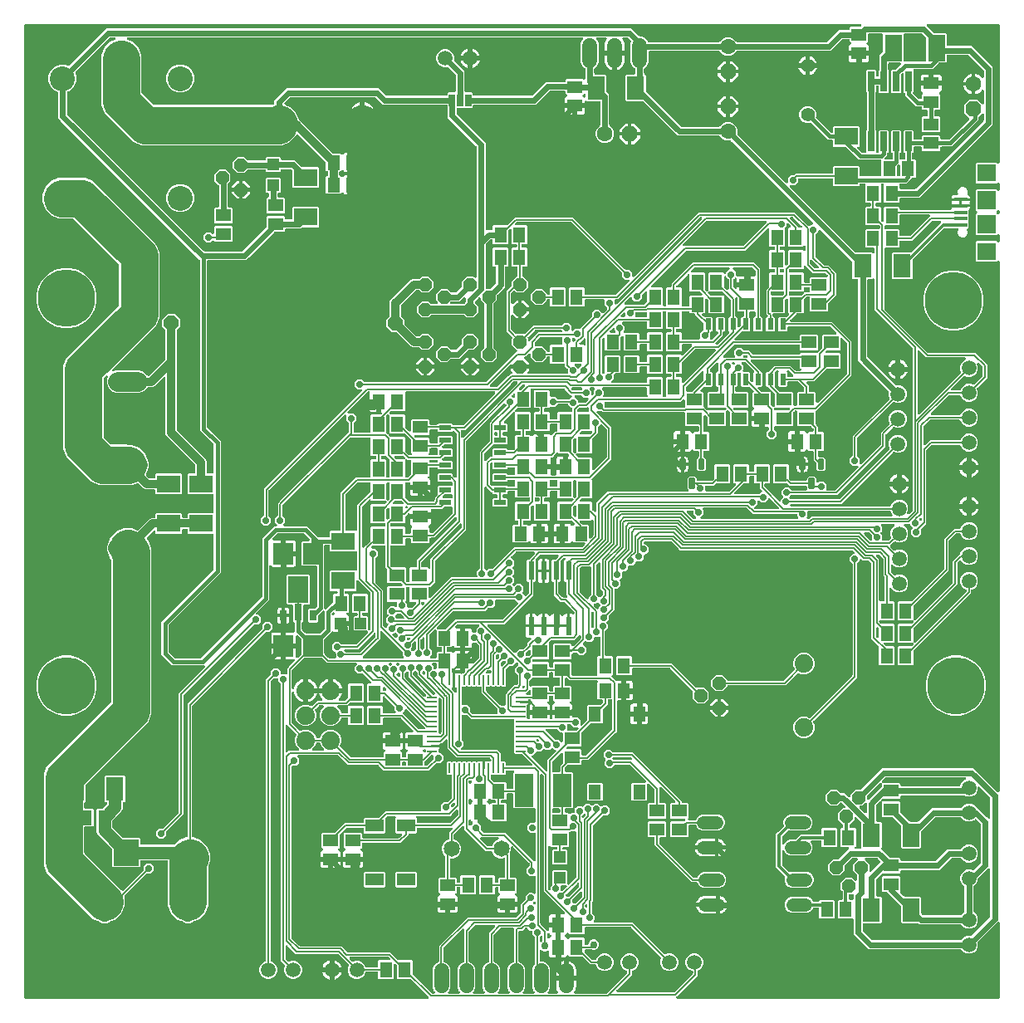
<source format=gbr>
G04 EAGLE Gerber RS-274X export*
G75*
%MOMM*%
%FSLAX34Y34*%
%LPD*%
%INTop Copper*%
%IPPOS*%
%AMOC8*
5,1,8,0,0,1.08239X$1,22.5*%
G01*
%ADD10C,1.508000*%
%ADD11C,1.879600*%
%ADD12P,1.732040X8X22.500000*%
%ADD13C,1.600200*%
%ADD14R,1.300000X1.500000*%
%ADD15P,1.732040X8X292.500000*%
%ADD16R,1.500000X1.300000*%
%ADD17R,2.000000X2.200000*%
%ADD18P,1.732040X8X112.500000*%
%ADD19R,2.550000X2.700000*%
%ADD20R,1.800000X2.400000*%
%ADD21R,2.400000X1.800000*%
%ADD22R,1.900000X3.400000*%
%ADD23C,5.842000*%
%ADD24C,1.524000*%
%ADD25C,2.000000*%
%ADD26R,1.350000X0.400000*%
%ADD27R,1.900000X1.800000*%
%ADD28R,1.900000X1.900000*%
%ADD29R,0.635000X1.270000*%
%ADD30C,1.422400*%
%ADD31R,1.200000X1.200000*%
%ADD32C,1.320800*%
%ADD33P,1.429621X8X202.500000*%
%ADD34P,1.429621X8X112.500000*%
%ADD35P,1.429621X8X292.500000*%
%ADD36R,1.300000X1.600000*%
%ADD37R,1.600000X1.300000*%
%ADD38P,1.649562X8X292.500000*%
%ADD39P,1.649562X8X22.500000*%
%ADD40R,2.540000X2.540000*%
%ADD41C,2.540000*%
%ADD42R,1.300000X1.550000*%
%ADD43R,0.200000X1.000000*%
%ADD44R,1.000000X0.200000*%
%ADD45R,0.700000X1.100000*%
%ADD46R,0.700000X1.800000*%
%ADD47R,2.000000X2.800000*%
%ADD48R,0.609600X1.905000*%
%ADD49R,0.600000X1.905000*%
%ADD50R,1.200000X0.600000*%
%ADD51R,0.600000X1.200000*%
%ADD52R,0.660400X2.032000*%
%ADD53C,1.651000*%
%ADD54R,1.900000X1.300000*%
%ADD55C,0.322400*%
%ADD56R,1.800000X2.700000*%
%ADD57C,3.810000*%
%ADD58C,0.152400*%
%ADD59C,0.756400*%
%ADD60C,0.609600*%
%ADD61P,0.818720X8X22.500000*%
%ADD62C,0.304800*%
%ADD63C,0.406400*%
%ADD64P,0.764600X8X22.500000*%
%ADD65C,0.812800*%
%ADD66C,1.270000*%

G36*
X995798Y3318D02*
X995798Y3318D01*
X995917Y3325D01*
X995955Y3338D01*
X995996Y3343D01*
X996106Y3386D01*
X996219Y3423D01*
X996254Y3445D01*
X996291Y3460D01*
X996387Y3530D01*
X996488Y3593D01*
X996516Y3623D01*
X996549Y3646D01*
X996625Y3738D01*
X996706Y3825D01*
X996726Y3860D01*
X996751Y3891D01*
X996802Y3999D01*
X996860Y4103D01*
X996870Y4143D01*
X996887Y4179D01*
X996909Y4296D01*
X996939Y4411D01*
X996943Y4472D01*
X996947Y4492D01*
X996945Y4512D01*
X996949Y4572D01*
X996949Y80178D01*
X996932Y80316D01*
X996919Y80455D01*
X996912Y80474D01*
X996909Y80494D01*
X996858Y80623D01*
X996811Y80754D01*
X996800Y80771D01*
X996792Y80789D01*
X996711Y80902D01*
X996633Y81017D01*
X996617Y81030D01*
X996606Y81047D01*
X996498Y81136D01*
X996394Y81227D01*
X996376Y81237D01*
X996361Y81250D01*
X996235Y81309D01*
X996111Y81372D01*
X996091Y81377D01*
X996073Y81385D01*
X995937Y81411D01*
X995801Y81442D01*
X995780Y81441D01*
X995761Y81445D01*
X995622Y81436D01*
X995483Y81432D01*
X995463Y81426D01*
X995443Y81425D01*
X995311Y81382D01*
X995177Y81344D01*
X995160Y81333D01*
X995141Y81327D01*
X995023Y81253D01*
X994903Y81182D01*
X994882Y81163D01*
X994872Y81157D01*
X994858Y81142D01*
X994783Y81076D01*
X993394Y79688D01*
X975092Y61385D01*
X975073Y61361D01*
X975051Y61342D01*
X974976Y61236D01*
X974897Y61134D01*
X974885Y61106D01*
X974868Y61082D01*
X974822Y60961D01*
X974816Y60947D01*
X974814Y60944D01*
X974814Y60943D01*
X974770Y60842D01*
X974766Y60812D01*
X974755Y60784D01*
X974741Y60662D01*
X974735Y60636D01*
X974733Y60607D01*
X974720Y60528D01*
X974723Y60498D01*
X974720Y60468D01*
X974725Y60435D01*
X974725Y56617D01*
X973345Y53285D01*
X970795Y50735D01*
X967463Y49355D01*
X963857Y49355D01*
X960525Y50735D01*
X957797Y53464D01*
X957768Y53486D01*
X957688Y53569D01*
X957663Y53584D01*
X957642Y53604D01*
X957553Y53653D01*
X957545Y53659D01*
X957531Y53665D01*
X957527Y53667D01*
X957416Y53735D01*
X957389Y53744D01*
X957363Y53758D01*
X957237Y53790D01*
X957112Y53828D01*
X957083Y53830D01*
X957055Y53837D01*
X956894Y53847D01*
X863230Y53847D01*
X848065Y69012D01*
X848065Y83694D01*
X848050Y83812D01*
X848043Y83931D01*
X848030Y83969D01*
X848025Y84010D01*
X847982Y84120D01*
X847945Y84233D01*
X847923Y84268D01*
X847908Y84305D01*
X847839Y84401D01*
X847775Y84502D01*
X847745Y84530D01*
X847722Y84563D01*
X847630Y84639D01*
X847543Y84720D01*
X847508Y84740D01*
X847477Y84765D01*
X847369Y84816D01*
X847265Y84874D01*
X847225Y84884D01*
X847189Y84901D01*
X847072Y84923D01*
X846957Y84953D01*
X846897Y84957D01*
X846877Y84961D01*
X846856Y84959D01*
X846796Y84963D01*
X832948Y84963D01*
X832055Y85856D01*
X832055Y103120D01*
X832948Y104013D01*
X835762Y104013D01*
X835880Y104028D01*
X835999Y104035D01*
X836037Y104048D01*
X836078Y104053D01*
X836188Y104096D01*
X836301Y104133D01*
X836336Y104155D01*
X836373Y104170D01*
X836469Y104239D01*
X836570Y104303D01*
X836598Y104333D01*
X836631Y104356D01*
X836707Y104448D01*
X836788Y104535D01*
X836808Y104570D01*
X836833Y104601D01*
X836884Y104709D01*
X836942Y104813D01*
X836952Y104853D01*
X836969Y104889D01*
X836991Y105006D01*
X837021Y105121D01*
X837025Y105181D01*
X837029Y105201D01*
X837027Y105222D01*
X837031Y105282D01*
X837031Y112337D01*
X837019Y112435D01*
X837016Y112534D01*
X836999Y112593D01*
X836991Y112653D01*
X836955Y112745D01*
X836927Y112840D01*
X836897Y112892D01*
X836874Y112948D01*
X836816Y113028D01*
X836766Y113114D01*
X836700Y113189D01*
X836688Y113206D01*
X836678Y113214D01*
X836660Y113235D01*
X835151Y114743D01*
X835151Y121477D01*
X839913Y126239D01*
X846647Y126239D01*
X849241Y123645D01*
X849350Y123560D01*
X849457Y123471D01*
X849476Y123463D01*
X849492Y123450D01*
X849620Y123395D01*
X849745Y123336D01*
X849765Y123332D01*
X849784Y123324D01*
X849922Y123302D01*
X850058Y123276D01*
X850078Y123277D01*
X850098Y123274D01*
X850237Y123287D01*
X850375Y123296D01*
X850394Y123302D01*
X850414Y123304D01*
X850546Y123351D01*
X850677Y123394D01*
X850695Y123405D01*
X850714Y123411D01*
X850829Y123490D01*
X850946Y123564D01*
X850960Y123579D01*
X850977Y123590D01*
X851069Y123694D01*
X851164Y123796D01*
X851174Y123813D01*
X851187Y123828D01*
X851251Y123953D01*
X851318Y124074D01*
X851323Y124094D01*
X851332Y124112D01*
X851362Y124248D01*
X851397Y124382D01*
X851399Y124410D01*
X851402Y124422D01*
X851401Y124443D01*
X851407Y124543D01*
X851407Y129711D01*
X851395Y129809D01*
X851392Y129908D01*
X851375Y129967D01*
X851367Y130027D01*
X851331Y130119D01*
X851303Y130214D01*
X851273Y130266D01*
X851250Y130322D01*
X851192Y130402D01*
X851142Y130488D01*
X851076Y130563D01*
X851064Y130580D01*
X851054Y130588D01*
X851036Y130609D01*
X847851Y133793D01*
X847851Y140527D01*
X851969Y144645D01*
X852054Y144754D01*
X852143Y144861D01*
X852151Y144880D01*
X852164Y144896D01*
X852219Y145024D01*
X852278Y145149D01*
X852282Y145169D01*
X852290Y145188D01*
X852312Y145326D01*
X852338Y145462D01*
X852337Y145482D01*
X852340Y145502D01*
X852327Y145641D01*
X852318Y145779D01*
X852312Y145798D01*
X852310Y145818D01*
X852263Y145950D01*
X852220Y146081D01*
X852209Y146099D01*
X852203Y146118D01*
X852124Y146233D01*
X852050Y146350D01*
X852035Y146364D01*
X852024Y146381D01*
X851920Y146473D01*
X851818Y146568D01*
X851801Y146578D01*
X851786Y146591D01*
X851661Y146655D01*
X851540Y146722D01*
X851520Y146727D01*
X851502Y146736D01*
X851366Y146766D01*
X851232Y146801D01*
X851204Y146803D01*
X851192Y146806D01*
X851171Y146805D01*
X851071Y146811D01*
X847224Y146811D01*
X847126Y146799D01*
X847027Y146796D01*
X846968Y146779D01*
X846908Y146771D01*
X846816Y146735D01*
X846721Y146707D01*
X846669Y146677D01*
X846613Y146654D01*
X846533Y146596D01*
X846447Y146546D01*
X846372Y146480D01*
X846355Y146468D01*
X846347Y146458D01*
X846326Y146440D01*
X839080Y139194D01*
X839020Y139115D01*
X838952Y139043D01*
X838923Y138990D01*
X838886Y138942D01*
X838846Y138851D01*
X838798Y138765D01*
X838783Y138706D01*
X838759Y138651D01*
X838744Y138553D01*
X838719Y138457D01*
X838713Y138357D01*
X838709Y138336D01*
X838711Y138324D01*
X838709Y138296D01*
X838709Y133793D01*
X833947Y129031D01*
X827213Y129031D01*
X822451Y133793D01*
X822451Y140527D01*
X827213Y145289D01*
X831716Y145289D01*
X831814Y145301D01*
X831913Y145304D01*
X831972Y145321D01*
X832032Y145329D01*
X832124Y145365D01*
X832219Y145393D01*
X832271Y145423D01*
X832327Y145446D01*
X832407Y145504D01*
X832493Y145554D01*
X832568Y145620D01*
X832585Y145632D01*
X832593Y145642D01*
X832614Y145660D01*
X839860Y152906D01*
X842902Y155949D01*
X842987Y156058D01*
X843076Y156165D01*
X843084Y156184D01*
X843097Y156200D01*
X843152Y156328D01*
X843211Y156453D01*
X843215Y156473D01*
X843223Y156492D01*
X843245Y156630D01*
X843271Y156766D01*
X843270Y156786D01*
X843273Y156806D01*
X843260Y156945D01*
X843251Y157083D01*
X843245Y157102D01*
X843243Y157122D01*
X843196Y157254D01*
X843153Y157385D01*
X843142Y157403D01*
X843135Y157422D01*
X843057Y157537D01*
X842983Y157654D01*
X842968Y157668D01*
X842957Y157685D01*
X842853Y157777D01*
X842751Y157872D01*
X842734Y157882D01*
X842718Y157895D01*
X842594Y157959D01*
X842473Y158026D01*
X842453Y158031D01*
X842435Y158040D01*
X842299Y158070D01*
X842165Y158105D01*
X842137Y158107D01*
X842125Y158110D01*
X842104Y158109D01*
X842004Y158115D01*
X835488Y158115D01*
X834595Y159008D01*
X834595Y176272D01*
X835488Y177165D01*
X836422Y177165D01*
X836540Y177180D01*
X836659Y177187D01*
X836697Y177200D01*
X836738Y177205D01*
X836848Y177248D01*
X836961Y177285D01*
X836996Y177307D01*
X837033Y177322D01*
X837129Y177391D01*
X837230Y177455D01*
X837258Y177485D01*
X837291Y177508D01*
X837367Y177600D01*
X837448Y177687D01*
X837468Y177722D01*
X837493Y177753D01*
X837544Y177861D01*
X837602Y177965D01*
X837612Y178005D01*
X837629Y178041D01*
X837651Y178158D01*
X837681Y178273D01*
X837685Y178333D01*
X837689Y178353D01*
X837688Y178373D01*
X837689Y178379D01*
X837688Y178386D01*
X837691Y178434D01*
X837691Y180257D01*
X837679Y180355D01*
X837676Y180454D01*
X837659Y180513D01*
X837651Y180573D01*
X837615Y180665D01*
X837587Y180760D01*
X837557Y180812D01*
X837534Y180868D01*
X837476Y180949D01*
X837426Y181034D01*
X837360Y181109D01*
X837348Y181126D01*
X837338Y181134D01*
X837320Y181155D01*
X832611Y185863D01*
X832611Y192597D01*
X837373Y197359D01*
X838886Y197359D01*
X839023Y197376D01*
X839162Y197389D01*
X839181Y197396D01*
X839201Y197399D01*
X839330Y197450D01*
X839461Y197497D01*
X839478Y197508D01*
X839497Y197516D01*
X839609Y197597D01*
X839724Y197675D01*
X839738Y197691D01*
X839754Y197702D01*
X839843Y197810D01*
X839935Y197914D01*
X839944Y197932D01*
X839957Y197947D01*
X840016Y198073D01*
X840079Y198197D01*
X840084Y198217D01*
X840092Y198235D01*
X840119Y198371D01*
X840149Y198507D01*
X840148Y198528D01*
X840152Y198547D01*
X840144Y198686D01*
X840139Y198825D01*
X840134Y198845D01*
X840132Y198865D01*
X840090Y198997D01*
X840051Y199131D01*
X840041Y199148D01*
X840034Y199167D01*
X839960Y199285D01*
X839889Y199405D01*
X839871Y199426D01*
X839864Y199436D01*
X839849Y199450D01*
X839783Y199525D01*
X836180Y203129D01*
X836085Y203202D01*
X835996Y203281D01*
X835960Y203299D01*
X835928Y203324D01*
X835819Y203371D01*
X835713Y203425D01*
X835674Y203434D01*
X835636Y203450D01*
X835519Y203469D01*
X835403Y203495D01*
X835362Y203494D01*
X835322Y203500D01*
X835204Y203489D01*
X835085Y203485D01*
X835046Y203474D01*
X835006Y203470D01*
X834894Y203430D01*
X834779Y203397D01*
X834745Y203376D01*
X834706Y203363D01*
X834608Y203296D01*
X834505Y203235D01*
X834460Y203195D01*
X834443Y203184D01*
X834430Y203169D01*
X834385Y203129D01*
X831407Y200151D01*
X824673Y200151D01*
X819911Y204913D01*
X819911Y211647D01*
X824673Y216409D01*
X831407Y216409D01*
X834591Y213224D01*
X834670Y213164D01*
X834742Y213096D01*
X834795Y213067D01*
X834843Y213030D01*
X834933Y212990D01*
X835020Y212942D01*
X835079Y212927D01*
X835134Y212903D01*
X835232Y212888D01*
X835328Y212863D01*
X835428Y212857D01*
X835448Y212853D01*
X835461Y212855D01*
X835489Y212853D01*
X839389Y212853D01*
X843145Y209098D01*
X843254Y209012D01*
X843361Y208924D01*
X843380Y208915D01*
X843396Y208903D01*
X843524Y208847D01*
X843649Y208788D01*
X843669Y208784D01*
X843688Y208776D01*
X843826Y208754D01*
X843962Y208728D01*
X843982Y208730D01*
X844002Y208726D01*
X844141Y208740D01*
X844279Y208748D01*
X844298Y208754D01*
X844318Y208756D01*
X844450Y208803D01*
X844581Y208846D01*
X844599Y208857D01*
X844618Y208864D01*
X844733Y208942D01*
X844850Y209016D01*
X844864Y209031D01*
X844881Y209042D01*
X844973Y209147D01*
X845068Y209248D01*
X845078Y209266D01*
X845091Y209281D01*
X845155Y209405D01*
X845222Y209526D01*
X845227Y209546D01*
X845236Y209564D01*
X845266Y209700D01*
X845301Y209834D01*
X845303Y209862D01*
X845306Y209874D01*
X845305Y209895D01*
X845311Y209995D01*
X845311Y211647D01*
X850073Y216409D01*
X854576Y216409D01*
X854674Y216421D01*
X854773Y216424D01*
X854832Y216441D01*
X854892Y216449D01*
X854984Y216485D01*
X855079Y216513D01*
X855131Y216543D01*
X855187Y216566D01*
X855267Y216624D01*
X855353Y216674D01*
X855428Y216740D01*
X855445Y216752D01*
X855453Y216762D01*
X855474Y216780D01*
X876946Y238253D01*
X970650Y238253D01*
X994783Y214120D01*
X994892Y214035D01*
X994999Y213946D01*
X995018Y213938D01*
X995034Y213925D01*
X995162Y213870D01*
X995287Y213811D01*
X995307Y213807D01*
X995326Y213799D01*
X995464Y213777D01*
X995600Y213751D01*
X995620Y213752D01*
X995640Y213749D01*
X995779Y213762D01*
X995917Y213771D01*
X995936Y213777D01*
X995956Y213779D01*
X996088Y213826D01*
X996219Y213869D01*
X996237Y213880D01*
X996256Y213887D01*
X996371Y213965D01*
X996488Y214039D01*
X996502Y214054D01*
X996519Y214065D01*
X996611Y214169D01*
X996706Y214271D01*
X996716Y214288D01*
X996729Y214304D01*
X996793Y214427D01*
X996860Y214549D01*
X996865Y214569D01*
X996874Y214587D01*
X996904Y214723D01*
X996939Y214857D01*
X996941Y214885D01*
X996944Y214897D01*
X996943Y214918D01*
X996949Y215018D01*
X996949Y754469D01*
X996932Y754606D01*
X996919Y754745D01*
X996912Y754764D01*
X996909Y754784D01*
X996858Y754913D01*
X996811Y755044D01*
X996800Y755061D01*
X996792Y755080D01*
X996711Y755192D01*
X996633Y755307D01*
X996617Y755321D01*
X996606Y755337D01*
X996498Y755426D01*
X996394Y755518D01*
X996376Y755527D01*
X996361Y755540D01*
X996235Y755599D01*
X996111Y755663D01*
X996091Y755667D01*
X996073Y755676D01*
X995937Y755702D01*
X995801Y755732D01*
X995780Y755732D01*
X995761Y755735D01*
X995622Y755727D01*
X995483Y755723D01*
X995463Y755717D01*
X995443Y755716D01*
X995311Y755673D01*
X995177Y755634D01*
X995160Y755624D01*
X995141Y755618D01*
X995023Y755543D01*
X994903Y755473D01*
X994882Y755454D01*
X994872Y755447D01*
X994858Y755433D01*
X994783Y755366D01*
X994072Y754655D01*
X973808Y754655D01*
X972915Y755548D01*
X972915Y774812D01*
X973808Y775705D01*
X994072Y775705D01*
X994783Y774994D01*
X994892Y774909D01*
X994999Y774820D01*
X995018Y774811D01*
X995034Y774799D01*
X995162Y774743D01*
X995287Y774684D01*
X995307Y774681D01*
X995326Y774673D01*
X995464Y774651D01*
X995600Y774625D01*
X995620Y774626D01*
X995640Y774623D01*
X995779Y774636D01*
X995917Y774644D01*
X995936Y774651D01*
X995956Y774652D01*
X996088Y774700D01*
X996219Y774742D01*
X996237Y774753D01*
X996256Y774760D01*
X996371Y774838D01*
X996488Y774913D01*
X996502Y774927D01*
X996519Y774939D01*
X996611Y775043D01*
X996706Y775144D01*
X996716Y775162D01*
X996729Y775177D01*
X996793Y775301D01*
X996860Y775423D01*
X996865Y775442D01*
X996874Y775460D01*
X996904Y775596D01*
X996939Y775731D01*
X996941Y775759D01*
X996944Y775771D01*
X996943Y775791D01*
X996949Y775891D01*
X996949Y781969D01*
X996932Y782106D01*
X996919Y782245D01*
X996912Y782264D01*
X996909Y782284D01*
X996858Y782413D01*
X996811Y782544D01*
X996800Y782561D01*
X996792Y782580D01*
X996711Y782692D01*
X996633Y782807D01*
X996617Y782821D01*
X996606Y782837D01*
X996498Y782926D01*
X996394Y783018D01*
X996376Y783027D01*
X996361Y783040D01*
X996235Y783099D01*
X996111Y783163D01*
X996091Y783167D01*
X996073Y783176D01*
X995937Y783202D01*
X995801Y783232D01*
X995780Y783232D01*
X995761Y783235D01*
X995622Y783227D01*
X995483Y783223D01*
X995463Y783217D01*
X995443Y783216D01*
X995311Y783173D01*
X995177Y783134D01*
X995160Y783124D01*
X995141Y783118D01*
X995023Y783043D01*
X994903Y782973D01*
X994882Y782954D01*
X994872Y782947D01*
X994858Y782933D01*
X994783Y782866D01*
X994072Y782155D01*
X973808Y782155D01*
X972915Y783048D01*
X972915Y803312D01*
X973886Y804283D01*
X973959Y804377D01*
X974038Y804466D01*
X974056Y804502D01*
X974081Y804534D01*
X974129Y804643D01*
X974183Y804749D01*
X974191Y804788D01*
X974207Y804826D01*
X974226Y804943D01*
X974252Y805059D01*
X974251Y805100D01*
X974257Y805140D01*
X974246Y805258D01*
X974243Y805377D01*
X974231Y805416D01*
X974228Y805456D01*
X974187Y805568D01*
X974154Y805683D01*
X974134Y805718D01*
X974120Y805756D01*
X974053Y805854D01*
X973993Y805957D01*
X973953Y806002D01*
X973941Y806019D01*
X973926Y806032D01*
X973886Y806078D01*
X972915Y807048D01*
X972915Y827312D01*
X973808Y828205D01*
X994072Y828205D01*
X994783Y827494D01*
X994892Y827409D01*
X994999Y827320D01*
X995018Y827311D01*
X995034Y827299D01*
X995162Y827243D01*
X995287Y827184D01*
X995307Y827181D01*
X995326Y827173D01*
X995464Y827151D01*
X995600Y827125D01*
X995620Y827126D01*
X995640Y827123D01*
X995779Y827136D01*
X995917Y827144D01*
X995936Y827151D01*
X995956Y827152D01*
X996088Y827200D01*
X996219Y827242D01*
X996237Y827253D01*
X996256Y827260D01*
X996371Y827338D01*
X996488Y827413D01*
X996502Y827427D01*
X996519Y827439D01*
X996611Y827543D01*
X996706Y827644D01*
X996716Y827662D01*
X996729Y827677D01*
X996793Y827801D01*
X996860Y827923D01*
X996865Y827942D01*
X996874Y827960D01*
X996904Y828096D01*
X996939Y828231D01*
X996941Y828259D01*
X996944Y828271D01*
X996943Y828291D01*
X996949Y828391D01*
X996949Y834469D01*
X996932Y834606D01*
X996919Y834745D01*
X996912Y834764D01*
X996909Y834784D01*
X996858Y834913D01*
X996811Y835044D01*
X996800Y835061D01*
X996792Y835080D01*
X996711Y835192D01*
X996633Y835307D01*
X996617Y835321D01*
X996606Y835337D01*
X996498Y835426D01*
X996394Y835518D01*
X996376Y835527D01*
X996361Y835540D01*
X996235Y835599D01*
X996111Y835663D01*
X996091Y835667D01*
X996073Y835676D01*
X995937Y835702D01*
X995801Y835732D01*
X995780Y835732D01*
X995761Y835735D01*
X995622Y835727D01*
X995483Y835723D01*
X995463Y835717D01*
X995443Y835716D01*
X995311Y835673D01*
X995177Y835634D01*
X995160Y835624D01*
X995141Y835618D01*
X995023Y835543D01*
X994903Y835473D01*
X994882Y835454D01*
X994872Y835447D01*
X994858Y835433D01*
X994783Y835366D01*
X994072Y834655D01*
X973808Y834655D01*
X972915Y835548D01*
X972915Y854812D01*
X973808Y855705D01*
X994072Y855705D01*
X994783Y854994D01*
X994892Y854909D01*
X994999Y854820D01*
X995018Y854811D01*
X995034Y854799D01*
X995162Y854743D01*
X995287Y854684D01*
X995307Y854681D01*
X995326Y854673D01*
X995464Y854651D01*
X995600Y854625D01*
X995620Y854626D01*
X995640Y854623D01*
X995779Y854636D01*
X995917Y854644D01*
X995936Y854651D01*
X995956Y854652D01*
X996088Y854700D01*
X996219Y854742D01*
X996237Y854753D01*
X996256Y854760D01*
X996371Y854838D01*
X996488Y854913D01*
X996502Y854927D01*
X996519Y854939D01*
X996611Y855043D01*
X996706Y855144D01*
X996716Y855162D01*
X996729Y855177D01*
X996793Y855301D01*
X996860Y855423D01*
X996865Y855442D01*
X996874Y855460D01*
X996904Y855596D01*
X996939Y855731D01*
X996941Y855759D01*
X996944Y855771D01*
X996943Y855791D01*
X996949Y855891D01*
X996949Y995680D01*
X996934Y995798D01*
X996927Y995917D01*
X996914Y995955D01*
X996909Y995996D01*
X996866Y996106D01*
X996829Y996219D01*
X996807Y996254D01*
X996792Y996291D01*
X996723Y996387D01*
X996659Y996488D01*
X996629Y996516D01*
X996606Y996549D01*
X996514Y996625D01*
X996427Y996706D01*
X996392Y996726D01*
X996361Y996751D01*
X996253Y996802D01*
X996149Y996860D01*
X996109Y996870D01*
X996073Y996887D01*
X995956Y996909D01*
X995841Y996939D01*
X995781Y996943D01*
X995761Y996947D01*
X995740Y996945D01*
X995680Y996949D01*
X923932Y996949D01*
X923794Y996932D01*
X923655Y996919D01*
X923636Y996912D01*
X923616Y996909D01*
X923487Y996858D01*
X923356Y996811D01*
X923339Y996800D01*
X923321Y996792D01*
X923208Y996711D01*
X923093Y996633D01*
X923080Y996617D01*
X923063Y996606D01*
X922974Y996498D01*
X922883Y996394D01*
X922873Y996376D01*
X922860Y996361D01*
X922801Y996235D01*
X922738Y996111D01*
X922733Y996091D01*
X922725Y996073D01*
X922699Y995937D01*
X922668Y995801D01*
X922669Y995780D01*
X922665Y995761D01*
X922674Y995622D01*
X922678Y995483D01*
X922684Y995463D01*
X922685Y995443D01*
X922728Y995311D01*
X922766Y995177D01*
X922777Y995160D01*
X922783Y995141D01*
X922857Y995023D01*
X922928Y994903D01*
X922947Y994882D01*
X922953Y994872D01*
X922968Y994858D01*
X923034Y994783D01*
X929600Y988216D01*
X929679Y988156D01*
X929751Y988088D01*
X929804Y988059D01*
X929852Y988022D01*
X929943Y987982D01*
X930029Y987934D01*
X930088Y987919D01*
X930143Y987895D01*
X930241Y987880D01*
X930337Y987855D01*
X930437Y987849D01*
X930458Y987845D01*
X930470Y987847D01*
X930498Y987845D01*
X942222Y987845D01*
X943115Y986952D01*
X943115Y976122D01*
X943130Y976004D01*
X943137Y975885D01*
X943150Y975847D01*
X943155Y975806D01*
X943198Y975696D01*
X943235Y975583D01*
X943257Y975548D01*
X943272Y975511D01*
X943341Y975415D01*
X943405Y975314D01*
X943435Y975286D01*
X943458Y975253D01*
X943550Y975177D01*
X943637Y975096D01*
X943672Y975076D01*
X943703Y975051D01*
X943811Y975000D01*
X943915Y974942D01*
X943955Y974932D01*
X943991Y974915D01*
X944108Y974893D01*
X944223Y974863D01*
X944283Y974859D01*
X944303Y974855D01*
X944324Y974857D01*
X944384Y974853D01*
X968364Y974853D01*
X990093Y953124D01*
X990093Y894726D01*
X915024Y819657D01*
X896364Y819657D01*
X896246Y819642D01*
X896127Y819635D01*
X896089Y819622D01*
X896048Y819617D01*
X895938Y819574D01*
X895825Y819537D01*
X895790Y819515D01*
X895753Y819500D01*
X895657Y819431D01*
X895556Y819367D01*
X895528Y819337D01*
X895495Y819314D01*
X895419Y819222D01*
X895338Y819135D01*
X895318Y819100D01*
X895293Y819069D01*
X895242Y818961D01*
X895184Y818857D01*
X895174Y818817D01*
X895157Y818781D01*
X895135Y818664D01*
X895105Y818549D01*
X895101Y818489D01*
X895097Y818469D01*
X895099Y818448D01*
X895095Y818388D01*
X895095Y815598D01*
X894202Y814705D01*
X879938Y814705D01*
X879045Y815598D01*
X879045Y833374D01*
X879030Y833492D01*
X879023Y833611D01*
X879010Y833649D01*
X879005Y833690D01*
X878962Y833800D01*
X878925Y833913D01*
X878903Y833948D01*
X878888Y833985D01*
X878819Y834081D01*
X878755Y834182D01*
X878725Y834210D01*
X878702Y834243D01*
X878610Y834319D01*
X878523Y834400D01*
X878488Y834420D01*
X878457Y834445D01*
X878349Y834496D01*
X878245Y834554D01*
X878205Y834564D01*
X878169Y834581D01*
X878052Y834603D01*
X877937Y834633D01*
X877877Y834637D01*
X877857Y834641D01*
X877836Y834639D01*
X877776Y834643D01*
X877364Y834643D01*
X877246Y834628D01*
X877127Y834621D01*
X877089Y834608D01*
X877048Y834603D01*
X876938Y834560D01*
X876825Y834523D01*
X876790Y834501D01*
X876753Y834486D01*
X876657Y834417D01*
X876556Y834353D01*
X876528Y834323D01*
X876495Y834300D01*
X876419Y834208D01*
X876338Y834121D01*
X876318Y834086D01*
X876293Y834055D01*
X876242Y833947D01*
X876184Y833843D01*
X876174Y833803D01*
X876157Y833767D01*
X876135Y833650D01*
X876105Y833535D01*
X876101Y833475D01*
X876097Y833455D01*
X876099Y833434D01*
X876095Y833374D01*
X876095Y815598D01*
X875202Y814705D01*
X871626Y814705D01*
X871508Y814690D01*
X871389Y814683D01*
X871351Y814670D01*
X871310Y814665D01*
X871200Y814622D01*
X871087Y814585D01*
X871052Y814563D01*
X871015Y814548D01*
X870919Y814479D01*
X870818Y814415D01*
X870790Y814385D01*
X870757Y814362D01*
X870681Y814270D01*
X870600Y814183D01*
X870580Y814148D01*
X870555Y814117D01*
X870504Y814009D01*
X870446Y813905D01*
X870436Y813865D01*
X870419Y813829D01*
X870397Y813712D01*
X870367Y813597D01*
X870363Y813537D01*
X870359Y813517D01*
X870361Y813496D01*
X870357Y813436D01*
X870357Y812164D01*
X870372Y812046D01*
X870379Y811927D01*
X870392Y811889D01*
X870397Y811848D01*
X870440Y811738D01*
X870477Y811625D01*
X870499Y811590D01*
X870514Y811553D01*
X870583Y811457D01*
X870647Y811356D01*
X870677Y811328D01*
X870700Y811295D01*
X870792Y811219D01*
X870879Y811138D01*
X870914Y811118D01*
X870945Y811093D01*
X871053Y811042D01*
X871157Y810984D01*
X871197Y810974D01*
X871233Y810957D01*
X871350Y810935D01*
X871465Y810905D01*
X871525Y810901D01*
X871545Y810897D01*
X871566Y810899D01*
X871626Y810895D01*
X875202Y810895D01*
X876095Y810002D01*
X876095Y797105D01*
X876107Y797007D01*
X876110Y796908D01*
X876127Y796850D01*
X876135Y796789D01*
X876171Y796697D01*
X876199Y796602D01*
X876229Y796550D01*
X876252Y796494D01*
X876310Y796414D01*
X876360Y796328D01*
X876426Y796253D01*
X876438Y796236D01*
X876448Y796229D01*
X876466Y796207D01*
X876878Y795795D01*
X876988Y795710D01*
X877095Y795622D01*
X877114Y795613D01*
X877130Y795600D01*
X877257Y795545D01*
X877383Y795486D01*
X877403Y795482D01*
X877422Y795474D01*
X877559Y795452D01*
X877696Y795426D01*
X877716Y795427D01*
X877736Y795424D01*
X877875Y795437D01*
X878013Y795446D01*
X878032Y795452D01*
X878052Y795454D01*
X878184Y795501D01*
X878315Y795544D01*
X878332Y795555D01*
X878352Y795562D01*
X878467Y795640D01*
X878584Y795714D01*
X878598Y795729D01*
X878615Y795740D01*
X878707Y795844D01*
X878802Y795946D01*
X878812Y795963D01*
X878825Y795979D01*
X878889Y796103D01*
X878956Y796224D01*
X878961Y796244D01*
X878970Y796262D01*
X879000Y796398D01*
X879035Y796532D01*
X879037Y796560D01*
X879040Y796572D01*
X879039Y796593D01*
X879045Y796693D01*
X879045Y810002D01*
X879938Y810895D01*
X894202Y810895D01*
X895095Y810002D01*
X895095Y808736D01*
X895110Y808618D01*
X895117Y808499D01*
X895130Y808461D01*
X895135Y808420D01*
X895178Y808310D01*
X895215Y808197D01*
X895237Y808162D01*
X895252Y808125D01*
X895321Y808029D01*
X895385Y807928D01*
X895415Y807900D01*
X895438Y807867D01*
X895530Y807791D01*
X895617Y807710D01*
X895652Y807690D01*
X895683Y807665D01*
X895791Y807614D01*
X895895Y807556D01*
X895935Y807546D01*
X895971Y807529D01*
X896088Y807507D01*
X896203Y807477D01*
X896263Y807473D01*
X896283Y807469D01*
X896304Y807471D01*
X896364Y807467D01*
X946749Y807467D01*
X946874Y807483D01*
X946999Y807492D01*
X947031Y807502D01*
X947064Y807507D01*
X947181Y807553D01*
X947300Y807593D01*
X947329Y807611D01*
X947360Y807624D01*
X947461Y807697D01*
X947567Y807766D01*
X947590Y807791D01*
X947617Y807810D01*
X947697Y807907D01*
X947783Y808000D01*
X947798Y808029D01*
X947820Y808055D01*
X947874Y808169D01*
X947933Y808280D01*
X947941Y808313D01*
X947955Y808343D01*
X947979Y808466D01*
X948009Y808589D01*
X948009Y808622D01*
X948015Y808655D01*
X948007Y808781D01*
X948006Y808907D01*
X947997Y808955D01*
X947996Y808973D01*
X947989Y808993D01*
X947975Y809065D01*
X947899Y809346D01*
X947899Y810411D01*
X957190Y810411D01*
X966481Y810411D01*
X966481Y809346D01*
X966308Y808699D01*
X965973Y808120D01*
X965836Y807983D01*
X965776Y807905D01*
X965708Y807833D01*
X965679Y807780D01*
X965642Y807732D01*
X965602Y807641D01*
X965554Y807554D01*
X965539Y807496D01*
X965515Y807440D01*
X965500Y807342D01*
X965475Y807247D01*
X965469Y807147D01*
X965465Y807126D01*
X965467Y807114D01*
X965465Y807086D01*
X965465Y802395D01*
X965447Y802361D01*
X965439Y802322D01*
X965423Y802285D01*
X965404Y802167D01*
X965378Y802051D01*
X965379Y802010D01*
X965373Y801971D01*
X965384Y801852D01*
X965387Y801733D01*
X965399Y801694D01*
X965402Y801654D01*
X965443Y801542D01*
X965465Y801466D01*
X965465Y795895D01*
X965447Y795861D01*
X965439Y795822D01*
X965423Y795785D01*
X965404Y795667D01*
X965378Y795551D01*
X965379Y795510D01*
X965373Y795471D01*
X965384Y795352D01*
X965387Y795233D01*
X965399Y795194D01*
X965402Y795154D01*
X965443Y795042D01*
X965465Y794966D01*
X965465Y789548D01*
X964409Y788493D01*
X964377Y788469D01*
X964332Y788447D01*
X964248Y788376D01*
X964160Y788312D01*
X964128Y788273D01*
X964090Y788241D01*
X964027Y788151D01*
X963957Y788067D01*
X963936Y788022D01*
X963907Y787981D01*
X963868Y787878D01*
X963821Y787779D01*
X963812Y787730D01*
X963794Y787684D01*
X963782Y787574D01*
X963761Y787467D01*
X963765Y787417D01*
X963759Y787368D01*
X963774Y787259D01*
X963781Y787149D01*
X963797Y787102D01*
X963803Y787053D01*
X963856Y786900D01*
X964465Y785430D01*
X964465Y783430D01*
X963700Y781584D01*
X962286Y780170D01*
X960440Y779405D01*
X958440Y779405D01*
X956594Y780170D01*
X955180Y781584D01*
X954415Y783430D01*
X954415Y785430D01*
X955024Y786900D01*
X955038Y786948D01*
X955059Y786993D01*
X955079Y787101D01*
X955108Y787207D01*
X955109Y787257D01*
X955119Y787306D01*
X955112Y787415D01*
X955113Y787525D01*
X955102Y787573D01*
X955099Y787623D01*
X955065Y787727D01*
X955039Y787834D01*
X955016Y787878D01*
X955001Y787925D01*
X954942Y788018D01*
X954891Y788115D01*
X954857Y788152D01*
X954831Y788194D01*
X954751Y788269D01*
X954677Y788351D01*
X954635Y788378D01*
X954599Y788412D01*
X954503Y788465D01*
X954411Y788525D01*
X954364Y788542D01*
X954320Y788566D01*
X954214Y788593D01*
X954110Y788629D01*
X954061Y788633D01*
X954013Y788645D01*
X953852Y788655D01*
X949808Y788655D01*
X949704Y788760D01*
X949626Y788820D01*
X949554Y788888D01*
X949501Y788917D01*
X949453Y788954D01*
X949362Y788994D01*
X949275Y789042D01*
X949217Y789057D01*
X949161Y789081D01*
X949063Y789096D01*
X948967Y789121D01*
X948867Y789127D01*
X948847Y789131D01*
X948835Y789129D01*
X948807Y789131D01*
X941289Y789131D01*
X941190Y789119D01*
X941091Y789116D01*
X941033Y789099D01*
X940973Y789091D01*
X940881Y789055D01*
X940786Y789027D01*
X940734Y788997D01*
X940677Y788974D01*
X940597Y788916D01*
X940512Y788866D01*
X940437Y788800D01*
X940420Y788788D01*
X940412Y788778D01*
X940391Y788760D01*
X908716Y757085D01*
X908656Y757007D01*
X908588Y756935D01*
X908559Y756882D01*
X908522Y756834D01*
X908482Y756743D01*
X908434Y756656D01*
X908419Y756598D01*
X908395Y756542D01*
X908380Y756444D01*
X908355Y756348D01*
X908349Y756248D01*
X908345Y756228D01*
X908347Y756215D01*
X908345Y756187D01*
X908345Y737938D01*
X907452Y737045D01*
X888188Y737045D01*
X887295Y737938D01*
X887295Y763202D01*
X888188Y764095D01*
X906577Y764095D01*
X906676Y764107D01*
X906775Y764110D01*
X906833Y764127D01*
X906893Y764135D01*
X906985Y764171D01*
X907080Y764199D01*
X907132Y764229D01*
X907189Y764252D01*
X907269Y764310D01*
X907354Y764360D01*
X907430Y764426D01*
X907446Y764438D01*
X907454Y764448D01*
X907475Y764466D01*
X937235Y794227D01*
X937320Y794336D01*
X937409Y794443D01*
X937417Y794462D01*
X937430Y794478D01*
X937485Y794606D01*
X937544Y794731D01*
X937548Y794751D01*
X937556Y794770D01*
X937578Y794908D01*
X937604Y795044D01*
X937603Y795064D01*
X937606Y795084D01*
X937593Y795223D01*
X937584Y795361D01*
X937578Y795380D01*
X937576Y795400D01*
X937529Y795532D01*
X937486Y795663D01*
X937476Y795681D01*
X937469Y795700D01*
X937391Y795815D01*
X937316Y795932D01*
X937301Y795946D01*
X937290Y795963D01*
X937186Y796055D01*
X937085Y796150D01*
X937067Y796160D01*
X937052Y796173D01*
X936928Y796236D01*
X936806Y796304D01*
X936787Y796309D01*
X936768Y796318D01*
X936633Y796348D01*
X936498Y796383D01*
X936470Y796385D01*
X936458Y796388D01*
X936438Y796387D01*
X936337Y796393D01*
X928423Y796393D01*
X928325Y796381D01*
X928226Y796378D01*
X928168Y796361D01*
X928107Y796353D01*
X928015Y796317D01*
X927920Y796289D01*
X927868Y796259D01*
X927812Y796236D01*
X927732Y796178D01*
X927646Y796128D01*
X927571Y796062D01*
X927554Y796050D01*
X927547Y796040D01*
X927525Y796022D01*
X907727Y776223D01*
X896364Y776223D01*
X896246Y776208D01*
X896127Y776201D01*
X896089Y776188D01*
X896048Y776183D01*
X895938Y776140D01*
X895825Y776103D01*
X895790Y776081D01*
X895753Y776066D01*
X895657Y775997D01*
X895556Y775933D01*
X895528Y775903D01*
X895495Y775880D01*
X895419Y775788D01*
X895338Y775701D01*
X895318Y775666D01*
X895293Y775635D01*
X895242Y775527D01*
X895184Y775423D01*
X895174Y775383D01*
X895157Y775347D01*
X895135Y775230D01*
X895105Y775115D01*
X895101Y775055D01*
X895097Y775035D01*
X895099Y775014D01*
X895095Y774954D01*
X895095Y769878D01*
X894202Y768985D01*
X880872Y768985D01*
X880754Y768970D01*
X880635Y768963D01*
X880597Y768950D01*
X880556Y768945D01*
X880446Y768902D01*
X880333Y768865D01*
X880298Y768843D01*
X880261Y768828D01*
X880165Y768759D01*
X880064Y768695D01*
X880036Y768665D01*
X880003Y768642D01*
X879927Y768550D01*
X879846Y768463D01*
X879826Y768428D01*
X879801Y768397D01*
X879750Y768289D01*
X879692Y768185D01*
X879682Y768145D01*
X879665Y768109D01*
X879643Y767992D01*
X879613Y767877D01*
X879609Y767817D01*
X879605Y767797D01*
X879607Y767776D01*
X879603Y767716D01*
X879603Y706824D01*
X879615Y706725D01*
X879618Y706626D01*
X879635Y706568D01*
X879643Y706508D01*
X879679Y706416D01*
X879707Y706321D01*
X879737Y706269D01*
X879760Y706212D01*
X879818Y706132D01*
X879868Y706047D01*
X879934Y705971D01*
X879946Y705955D01*
X879956Y705947D01*
X879974Y705926D01*
X923858Y662042D01*
X923936Y661982D01*
X924008Y661914D01*
X924061Y661885D01*
X924109Y661848D01*
X924200Y661808D01*
X924287Y661760D01*
X924345Y661745D01*
X924401Y661721D01*
X924499Y661706D01*
X924595Y661681D01*
X924695Y661675D01*
X924715Y661671D01*
X924728Y661673D01*
X924756Y661671D01*
X972243Y661671D01*
X984251Y649663D01*
X984251Y636387D01*
X974145Y626281D01*
X974127Y626257D01*
X974104Y626238D01*
X974030Y626132D01*
X973950Y626030D01*
X973938Y626002D01*
X973921Y625978D01*
X973875Y625857D01*
X973823Y625738D01*
X973819Y625708D01*
X973808Y625681D01*
X973794Y625552D01*
X973774Y625424D01*
X973776Y625394D01*
X973773Y625365D01*
X973791Y625236D01*
X973803Y625107D01*
X973813Y625079D01*
X973818Y625050D01*
X973870Y624898D01*
X974725Y622833D01*
X974725Y619227D01*
X973345Y615895D01*
X970795Y613345D01*
X967463Y611965D01*
X963857Y611965D01*
X960525Y613345D01*
X957975Y615895D01*
X957120Y617960D01*
X957106Y617985D01*
X957096Y618013D01*
X957027Y618123D01*
X956963Y618236D01*
X956942Y618257D01*
X956926Y618282D01*
X956832Y618371D01*
X956741Y618464D01*
X956716Y618480D01*
X956695Y618500D01*
X956581Y618563D01*
X956470Y618631D01*
X956442Y618639D01*
X956416Y618654D01*
X956290Y618686D01*
X956166Y618724D01*
X956137Y618726D01*
X956108Y618733D01*
X955948Y618743D01*
X946099Y618743D01*
X946001Y618731D01*
X945902Y618728D01*
X945844Y618711D01*
X945783Y618703D01*
X945691Y618667D01*
X945596Y618639D01*
X945544Y618609D01*
X945488Y618586D01*
X945408Y618528D01*
X945322Y618478D01*
X945247Y618412D01*
X945230Y618400D01*
X945223Y618390D01*
X945201Y618372D01*
X927167Y600337D01*
X927082Y600228D01*
X926994Y600121D01*
X926985Y600102D01*
X926972Y600086D01*
X926917Y599958D01*
X926858Y599833D01*
X926854Y599813D01*
X926846Y599794D01*
X926824Y599656D01*
X926798Y599520D01*
X926799Y599500D01*
X926796Y599480D01*
X926809Y599341D01*
X926818Y599203D01*
X926824Y599184D01*
X926826Y599164D01*
X926873Y599032D01*
X926916Y598901D01*
X926927Y598883D01*
X926934Y598864D01*
X927012Y598749D01*
X927086Y598632D01*
X927101Y598618D01*
X927112Y598601D01*
X927216Y598509D01*
X927318Y598414D01*
X927336Y598404D01*
X927351Y598391D01*
X927475Y598327D01*
X927596Y598260D01*
X927616Y598255D01*
X927634Y598246D01*
X927770Y598216D01*
X927904Y598181D01*
X927932Y598179D01*
X927944Y598176D01*
X927965Y598177D01*
X928065Y598171D01*
X956053Y598171D01*
X956082Y598174D01*
X956111Y598172D01*
X956240Y598194D01*
X956368Y598211D01*
X956396Y598221D01*
X956425Y598226D01*
X956543Y598280D01*
X956664Y598328D01*
X956688Y598345D01*
X956715Y598357D01*
X956816Y598438D01*
X956921Y598514D01*
X956940Y598537D01*
X956963Y598556D01*
X957041Y598659D01*
X957124Y598759D01*
X957137Y598786D01*
X957154Y598810D01*
X957225Y598954D01*
X957975Y600765D01*
X960525Y603315D01*
X963857Y604695D01*
X967463Y604695D01*
X970795Y603315D01*
X973345Y600765D01*
X974725Y597433D01*
X974725Y593827D01*
X973345Y590495D01*
X970795Y587945D01*
X967463Y586565D01*
X963857Y586565D01*
X960525Y587945D01*
X957975Y590495D01*
X957015Y592814D01*
X957000Y592839D01*
X956991Y592867D01*
X956922Y592977D01*
X956857Y593090D01*
X956837Y593111D01*
X956821Y593136D01*
X956727Y593225D01*
X956636Y593318D01*
X956611Y593334D01*
X956589Y593354D01*
X956476Y593417D01*
X956365Y593485D01*
X956337Y593493D01*
X956311Y593508D01*
X956185Y593540D01*
X956061Y593578D01*
X956032Y593580D01*
X956003Y593587D01*
X955842Y593597D01*
X926541Y593597D01*
X926443Y593585D01*
X926344Y593582D01*
X926285Y593565D01*
X926225Y593557D01*
X926133Y593521D01*
X926038Y593493D01*
X925986Y593463D01*
X925930Y593440D01*
X925850Y593382D01*
X925764Y593332D01*
X925689Y593266D01*
X925672Y593254D01*
X925665Y593244D01*
X925643Y593226D01*
X919598Y587181D01*
X919538Y587102D01*
X919470Y587030D01*
X919441Y586977D01*
X919404Y586929D01*
X919364Y586838D01*
X919316Y586752D01*
X919301Y586693D01*
X919277Y586637D01*
X919262Y586539D01*
X919237Y586444D01*
X919231Y586344D01*
X919227Y586323D01*
X919229Y586311D01*
X919227Y586283D01*
X919227Y568909D01*
X919244Y568771D01*
X919257Y568633D01*
X919264Y568613D01*
X919267Y568593D01*
X919318Y568464D01*
X919365Y568333D01*
X919376Y568316D01*
X919384Y568298D01*
X919465Y568185D01*
X919543Y568070D01*
X919559Y568057D01*
X919570Y568040D01*
X919678Y567952D01*
X919782Y567860D01*
X919800Y567850D01*
X919815Y567838D01*
X919941Y567778D01*
X920065Y567715D01*
X920085Y567711D01*
X920103Y567702D01*
X920239Y567676D01*
X920375Y567645D01*
X920396Y567646D01*
X920415Y567642D01*
X920554Y567651D01*
X920693Y567655D01*
X920713Y567661D01*
X920733Y567662D01*
X920865Y567705D01*
X920999Y567743D01*
X921016Y567754D01*
X921035Y567760D01*
X921153Y567835D01*
X921273Y567905D01*
X921294Y567924D01*
X921304Y567930D01*
X921318Y567945D01*
X921393Y568011D01*
X925899Y572517D01*
X955948Y572517D01*
X955977Y572520D01*
X956006Y572518D01*
X956134Y572540D01*
X956263Y572557D01*
X956290Y572567D01*
X956320Y572572D01*
X956438Y572626D01*
X956559Y572674D01*
X956583Y572691D01*
X956610Y572703D01*
X956711Y572784D01*
X956816Y572860D01*
X956835Y572883D01*
X956858Y572902D01*
X956936Y573005D01*
X957019Y573105D01*
X957031Y573132D01*
X957049Y573156D01*
X957120Y573300D01*
X957975Y575365D01*
X960525Y577915D01*
X963857Y579295D01*
X967463Y579295D01*
X970795Y577915D01*
X973345Y575365D01*
X974725Y572033D01*
X974725Y568427D01*
X973345Y565095D01*
X970795Y562545D01*
X967463Y561165D01*
X963857Y561165D01*
X960525Y562545D01*
X957975Y565095D01*
X957120Y567160D01*
X957106Y567185D01*
X957096Y567213D01*
X957027Y567323D01*
X956963Y567436D01*
X956942Y567457D01*
X956926Y567482D01*
X956832Y567571D01*
X956741Y567664D01*
X956716Y567680D01*
X956695Y567700D01*
X956581Y567763D01*
X956470Y567831D01*
X956442Y567839D01*
X956416Y567854D01*
X956290Y567886D01*
X956166Y567924D01*
X956137Y567926D01*
X956108Y567933D01*
X955948Y567943D01*
X928319Y567943D01*
X928221Y567931D01*
X928122Y567928D01*
X928064Y567911D01*
X928003Y567903D01*
X927911Y567867D01*
X927816Y567839D01*
X927764Y567809D01*
X927708Y567786D01*
X927628Y567728D01*
X927542Y567678D01*
X927467Y567612D01*
X927450Y567600D01*
X927443Y567590D01*
X927421Y567572D01*
X922646Y562797D01*
X922586Y562718D01*
X922518Y562646D01*
X922489Y562593D01*
X922452Y562545D01*
X922412Y562454D01*
X922364Y562368D01*
X922349Y562309D01*
X922325Y562253D01*
X922310Y562155D01*
X922285Y562060D01*
X922279Y561960D01*
X922275Y561939D01*
X922277Y561927D01*
X922275Y561899D01*
X922275Y487649D01*
X917238Y482612D01*
X917165Y482518D01*
X917086Y482429D01*
X917068Y482393D01*
X917043Y482361D01*
X916996Y482251D01*
X916942Y482145D01*
X916933Y482106D01*
X916917Y482069D01*
X916898Y481951D01*
X916872Y481835D01*
X916873Y481795D01*
X916867Y481755D01*
X916878Y481636D01*
X916882Y481517D01*
X916893Y481478D01*
X916897Y481438D01*
X916917Y481383D01*
X916917Y476949D01*
X913955Y473987D01*
X909765Y473987D01*
X906803Y476949D01*
X906803Y481139D01*
X908129Y482465D01*
X908202Y482559D01*
X908281Y482648D01*
X908299Y482684D01*
X908324Y482716D01*
X908372Y482825D01*
X908426Y482931D01*
X908434Y482970D01*
X908451Y483008D01*
X908469Y483125D01*
X908495Y483241D01*
X908494Y483282D01*
X908500Y483322D01*
X908489Y483440D01*
X908486Y483559D01*
X908474Y483598D01*
X908471Y483638D01*
X908430Y483750D01*
X908397Y483865D01*
X908377Y483900D01*
X908363Y483938D01*
X908296Y484036D01*
X908236Y484139D01*
X908196Y484184D01*
X908184Y484201D01*
X908169Y484214D01*
X908129Y484260D01*
X906295Y486093D01*
X906295Y486156D01*
X906280Y486274D01*
X906273Y486393D01*
X906260Y486431D01*
X906255Y486472D01*
X906212Y486582D01*
X906175Y486695D01*
X906153Y486730D01*
X906138Y486767D01*
X906069Y486863D01*
X906005Y486964D01*
X905975Y486992D01*
X905952Y487025D01*
X905860Y487101D01*
X905773Y487182D01*
X905738Y487202D01*
X905707Y487227D01*
X905599Y487278D01*
X905495Y487336D01*
X905455Y487346D01*
X905419Y487363D01*
X905302Y487385D01*
X905187Y487415D01*
X905127Y487419D01*
X905107Y487423D01*
X905086Y487421D01*
X905026Y487425D01*
X900518Y487425D01*
X900381Y487408D01*
X900242Y487395D01*
X900223Y487388D01*
X900203Y487385D01*
X900074Y487334D01*
X899943Y487287D01*
X899926Y487276D01*
X899907Y487268D01*
X899795Y487187D01*
X899680Y487109D01*
X899666Y487093D01*
X899650Y487082D01*
X899561Y486974D01*
X899469Y486870D01*
X899460Y486852D01*
X899447Y486837D01*
X899388Y486711D01*
X899325Y486587D01*
X899320Y486567D01*
X899312Y486549D01*
X899285Y486413D01*
X899255Y486277D01*
X899256Y486256D01*
X899252Y486237D01*
X899260Y486098D01*
X899265Y485959D01*
X899270Y485939D01*
X899271Y485919D01*
X899314Y485787D01*
X899353Y485653D01*
X899363Y485636D01*
X899370Y485617D01*
X899444Y485499D01*
X899515Y485379D01*
X899533Y485358D01*
X899540Y485348D01*
X899555Y485334D01*
X899621Y485259D01*
X902225Y482655D01*
X903605Y479323D01*
X903605Y475717D01*
X902225Y472385D01*
X899675Y469835D01*
X896343Y468455D01*
X892737Y468455D01*
X890672Y469310D01*
X890644Y469318D01*
X890618Y469332D01*
X890491Y469360D01*
X890366Y469394D01*
X890336Y469395D01*
X890307Y469401D01*
X890178Y469397D01*
X890048Y469399D01*
X890019Y469393D01*
X889989Y469392D01*
X889865Y469356D01*
X889738Y469325D01*
X889712Y469311D01*
X889684Y469303D01*
X889572Y469237D01*
X889457Y469177D01*
X889436Y469157D01*
X889410Y469142D01*
X889289Y469035D01*
X885971Y465717D01*
X885898Y465623D01*
X885820Y465534D01*
X885801Y465498D01*
X885776Y465466D01*
X885729Y465357D01*
X885675Y465251D01*
X885666Y465211D01*
X885650Y465174D01*
X885631Y465057D01*
X885605Y464941D01*
X885607Y464900D01*
X885600Y464860D01*
X885611Y464742D01*
X885615Y464623D01*
X885626Y464584D01*
X885630Y464544D01*
X885670Y464431D01*
X885703Y464317D01*
X885724Y464282D01*
X885738Y464244D01*
X885805Y464146D01*
X885865Y464043D01*
X885905Y463998D01*
X885916Y463981D01*
X885932Y463968D01*
X885971Y463922D01*
X889289Y460605D01*
X889313Y460587D01*
X889332Y460564D01*
X889438Y460489D01*
X889540Y460410D01*
X889568Y460398D01*
X889592Y460381D01*
X889713Y460335D01*
X889832Y460283D01*
X889861Y460279D01*
X889889Y460268D01*
X890018Y460254D01*
X890146Y460234D01*
X890176Y460236D01*
X890205Y460233D01*
X890334Y460251D01*
X890463Y460263D01*
X890491Y460273D01*
X890520Y460278D01*
X890672Y460330D01*
X892737Y461185D01*
X896343Y461185D01*
X899675Y459805D01*
X902225Y457255D01*
X903605Y453923D01*
X903605Y450317D01*
X902225Y446985D01*
X899675Y444435D01*
X896343Y443055D01*
X892737Y443055D01*
X889405Y444435D01*
X888373Y445467D01*
X888264Y445552D01*
X888157Y445641D01*
X888138Y445650D01*
X888122Y445662D01*
X887995Y445717D01*
X887869Y445776D01*
X887849Y445780D01*
X887830Y445788D01*
X887692Y445810D01*
X887556Y445836D01*
X887536Y445835D01*
X887516Y445838D01*
X887377Y445825D01*
X887239Y445817D01*
X887220Y445810D01*
X887200Y445808D01*
X887068Y445761D01*
X886937Y445718D01*
X886919Y445708D01*
X886900Y445701D01*
X886785Y445623D01*
X886668Y445548D01*
X886654Y445534D01*
X886637Y445522D01*
X886545Y445418D01*
X886450Y445317D01*
X886440Y445299D01*
X886427Y445284D01*
X886364Y445160D01*
X886296Y445038D01*
X886291Y445019D01*
X886282Y445001D01*
X886252Y444865D01*
X886217Y444730D01*
X886215Y444702D01*
X886212Y444690D01*
X886213Y444670D01*
X886207Y444570D01*
X886207Y438813D01*
X886219Y438715D01*
X886222Y438616D01*
X886239Y438558D01*
X886247Y438497D01*
X886283Y438405D01*
X886311Y438310D01*
X886341Y438258D01*
X886364Y438202D01*
X886422Y438122D01*
X886472Y438036D01*
X886538Y437961D01*
X886550Y437944D01*
X886560Y437937D01*
X886578Y437915D01*
X889289Y435205D01*
X889313Y435187D01*
X889332Y435164D01*
X889392Y435121D01*
X889425Y435091D01*
X889463Y435070D01*
X889540Y435010D01*
X889568Y434998D01*
X889592Y434981D01*
X889696Y434942D01*
X889703Y434937D01*
X889714Y434935D01*
X889832Y434883D01*
X889861Y434879D01*
X889889Y434868D01*
X890018Y434854D01*
X890146Y434834D01*
X890176Y434836D01*
X890205Y434833D01*
X890334Y434851D01*
X890463Y434863D01*
X890491Y434873D01*
X890520Y434878D01*
X890672Y434930D01*
X892737Y435785D01*
X896343Y435785D01*
X899675Y434405D01*
X902225Y431855D01*
X903605Y428523D01*
X903605Y424917D01*
X902225Y421585D01*
X899675Y419035D01*
X896343Y417655D01*
X892737Y417655D01*
X889405Y419035D01*
X886855Y421585D01*
X886769Y421794D01*
X886734Y421855D01*
X886708Y421920D01*
X886656Y421993D01*
X886611Y422071D01*
X886562Y422121D01*
X886522Y422177D01*
X886452Y422235D01*
X886390Y422299D01*
X886330Y422336D01*
X886277Y422380D01*
X886195Y422418D01*
X886119Y422465D01*
X886052Y422486D01*
X885989Y422516D01*
X885901Y422533D01*
X885815Y422559D01*
X885745Y422562D01*
X885676Y422575D01*
X885587Y422570D01*
X885497Y422574D01*
X885429Y422560D01*
X885359Y422556D01*
X885274Y422528D01*
X885186Y422510D01*
X885123Y422479D01*
X885057Y422458D01*
X884981Y422410D01*
X884900Y422370D01*
X884847Y422325D01*
X884788Y422288D01*
X884726Y422222D01*
X884658Y422164D01*
X884618Y422107D01*
X884570Y422056D01*
X884527Y421977D01*
X884475Y421904D01*
X884450Y421839D01*
X884416Y421777D01*
X884394Y421690D01*
X884362Y421606D01*
X884354Y421537D01*
X884337Y421469D01*
X884327Y421309D01*
X884327Y409574D01*
X884342Y409456D01*
X884349Y409337D01*
X884362Y409299D01*
X884367Y409258D01*
X884410Y409148D01*
X884447Y409035D01*
X884469Y409000D01*
X884484Y408963D01*
X884553Y408867D01*
X884617Y408766D01*
X884647Y408738D01*
X884670Y408705D01*
X884762Y408629D01*
X884849Y408548D01*
X884884Y408528D01*
X884915Y408503D01*
X885023Y408452D01*
X885127Y408394D01*
X885167Y408384D01*
X885203Y408367D01*
X885320Y408345D01*
X885435Y408315D01*
X885495Y408311D01*
X885515Y408307D01*
X885536Y408309D01*
X885596Y408305D01*
X889172Y408305D01*
X890065Y407412D01*
X890065Y390148D01*
X889172Y389255D01*
X875284Y389255D01*
X875166Y389240D01*
X875047Y389233D01*
X875009Y389220D01*
X874968Y389215D01*
X874858Y389172D01*
X874745Y389135D01*
X874710Y389113D01*
X874673Y389098D01*
X874577Y389029D01*
X874476Y388965D01*
X874448Y388935D01*
X874415Y388912D01*
X874339Y388820D01*
X874258Y388733D01*
X874238Y388698D01*
X874213Y388667D01*
X874162Y388559D01*
X874104Y388455D01*
X874094Y388415D01*
X874077Y388379D01*
X874055Y388262D01*
X874025Y388147D01*
X874021Y388087D01*
X874017Y388067D01*
X874019Y388046D01*
X874015Y387986D01*
X874015Y387705D01*
X874027Y387607D01*
X874030Y387508D01*
X874047Y387449D01*
X874055Y387389D01*
X874091Y387297D01*
X874119Y387202D01*
X874149Y387150D01*
X874172Y387094D01*
X874230Y387014D01*
X874280Y386928D01*
X874346Y386853D01*
X874358Y386836D01*
X874368Y386829D01*
X874386Y386807D01*
X875377Y385816D01*
X875456Y385756D01*
X875528Y385688D01*
X875581Y385659D01*
X875629Y385622D01*
X875720Y385582D01*
X875806Y385534D01*
X875865Y385519D01*
X875921Y385495D01*
X876019Y385480D01*
X876114Y385455D01*
X876214Y385449D01*
X876235Y385445D01*
X876247Y385447D01*
X876275Y385445D01*
X889172Y385445D01*
X890065Y384552D01*
X890065Y367288D01*
X889172Y366395D01*
X880130Y366395D01*
X879992Y366378D01*
X879854Y366365D01*
X879835Y366358D01*
X879814Y366355D01*
X879685Y366304D01*
X879554Y366257D01*
X879538Y366246D01*
X879519Y366238D01*
X879407Y366157D01*
X879291Y366079D01*
X879278Y366063D01*
X879261Y366052D01*
X879173Y365944D01*
X879081Y365840D01*
X879072Y365822D01*
X879059Y365807D01*
X878999Y365681D01*
X878936Y365557D01*
X878932Y365537D01*
X878923Y365519D01*
X878897Y365382D01*
X878867Y365247D01*
X878867Y365226D01*
X878863Y365207D01*
X878872Y365068D01*
X878876Y364929D01*
X878882Y364909D01*
X878883Y364889D01*
X878926Y364757D01*
X878965Y364623D01*
X878975Y364606D01*
X878981Y364587D01*
X879056Y364469D01*
X879126Y364349D01*
X879145Y364328D01*
X879151Y364318D01*
X879166Y364304D01*
X879233Y364229D01*
X880505Y362956D01*
X880583Y362896D01*
X880655Y362828D01*
X880708Y362799D01*
X880756Y362762D01*
X880847Y362722D01*
X880933Y362674D01*
X880992Y362659D01*
X881048Y362635D01*
X881146Y362620D01*
X881241Y362595D01*
X881341Y362589D01*
X881362Y362585D01*
X881374Y362587D01*
X881402Y362585D01*
X889172Y362585D01*
X890065Y361692D01*
X890065Y344428D01*
X889172Y343535D01*
X874908Y343535D01*
X874015Y344428D01*
X874015Y361821D01*
X874057Y361904D01*
X874066Y361943D01*
X874082Y361980D01*
X874101Y362098D01*
X874127Y362214D01*
X874126Y362254D01*
X874132Y362294D01*
X874121Y362413D01*
X874117Y362532D01*
X874106Y362571D01*
X874102Y362611D01*
X874062Y362723D01*
X874029Y362837D01*
X874008Y362872D01*
X873995Y362910D01*
X873928Y363009D01*
X873867Y363111D01*
X873828Y363157D01*
X873816Y363174D01*
X873801Y363187D01*
X873761Y363232D01*
X866393Y370600D01*
X866393Y446583D01*
X866381Y446681D01*
X866378Y446780D01*
X866361Y446838D01*
X866353Y446899D01*
X866317Y446991D01*
X866289Y447086D01*
X866259Y447138D01*
X866236Y447194D01*
X866178Y447274D01*
X866128Y447360D01*
X866062Y447435D01*
X866050Y447452D01*
X866040Y447459D01*
X866022Y447481D01*
X863715Y449788D01*
X863636Y449848D01*
X863564Y449916D01*
X863511Y449945D01*
X863463Y449982D01*
X863372Y450022D01*
X863286Y450070D01*
X863227Y450085D01*
X863171Y450109D01*
X863073Y450124D01*
X862978Y450149D01*
X862878Y450155D01*
X862857Y450159D01*
X862845Y450157D01*
X862817Y450159D01*
X857538Y450159D01*
X856599Y451098D01*
X856490Y451183D01*
X856383Y451272D01*
X856364Y451280D01*
X856348Y451293D01*
X856221Y451348D01*
X856095Y451407D01*
X856075Y451411D01*
X856056Y451419D01*
X855918Y451441D01*
X855782Y451467D01*
X855762Y451466D01*
X855742Y451469D01*
X855603Y451456D01*
X855465Y451447D01*
X855446Y451441D01*
X855426Y451439D01*
X855294Y451392D01*
X855163Y451349D01*
X855145Y451338D01*
X855126Y451332D01*
X855011Y451253D01*
X854894Y451179D01*
X854880Y451164D01*
X854863Y451153D01*
X854771Y451049D01*
X854676Y450947D01*
X854666Y450930D01*
X854653Y450915D01*
X854589Y450790D01*
X854522Y450669D01*
X854517Y450649D01*
X854508Y450631D01*
X854478Y450495D01*
X854443Y450361D01*
X854441Y450333D01*
X854438Y450321D01*
X854439Y450300D01*
X854433Y450200D01*
X854433Y449517D01*
X852034Y447119D01*
X851974Y447041D01*
X851906Y446969D01*
X851877Y446916D01*
X851840Y446868D01*
X851800Y446777D01*
X851752Y446690D01*
X851737Y446632D01*
X851713Y446576D01*
X851698Y446478D01*
X851673Y446382D01*
X851667Y446282D01*
X851663Y446262D01*
X851665Y446250D01*
X851663Y446222D01*
X851663Y330789D01*
X849951Y329078D01*
X807467Y286593D01*
X807449Y286569D01*
X807426Y286550D01*
X807352Y286444D01*
X807272Y286342D01*
X807260Y286314D01*
X807243Y286290D01*
X807197Y286169D01*
X807145Y286050D01*
X807141Y286021D01*
X807130Y285993D01*
X807116Y285864D01*
X807096Y285736D01*
X807098Y285706D01*
X807095Y285677D01*
X807113Y285548D01*
X807125Y285419D01*
X807135Y285391D01*
X807140Y285362D01*
X807192Y285210D01*
X808483Y282093D01*
X808483Y277747D01*
X806820Y273733D01*
X803747Y270660D01*
X799733Y268997D01*
X795387Y268997D01*
X791373Y270660D01*
X788300Y273733D01*
X786637Y277747D01*
X786637Y282093D01*
X788300Y286107D01*
X791373Y289180D01*
X795387Y290843D01*
X799733Y290843D01*
X802850Y289552D01*
X802878Y289544D01*
X802904Y289530D01*
X803031Y289502D01*
X803156Y289468D01*
X803186Y289467D01*
X803215Y289461D01*
X803344Y289465D01*
X803474Y289463D01*
X803503Y289470D01*
X803533Y289470D01*
X803657Y289506D01*
X803784Y289537D01*
X803810Y289551D01*
X803838Y289559D01*
X803950Y289625D01*
X804065Y289686D01*
X804087Y289705D01*
X804112Y289720D01*
X804233Y289827D01*
X846718Y332311D01*
X846778Y332390D01*
X846846Y332462D01*
X846875Y332515D01*
X846912Y332563D01*
X846952Y332654D01*
X847000Y332740D01*
X847015Y332799D01*
X847039Y332855D01*
X847054Y332953D01*
X847079Y333048D01*
X847085Y333148D01*
X847089Y333169D01*
X847087Y333181D01*
X847089Y333209D01*
X847089Y446222D01*
X847077Y446320D01*
X847074Y446419D01*
X847057Y446477D01*
X847049Y446537D01*
X847013Y446629D01*
X846985Y446724D01*
X846955Y446777D01*
X846932Y446833D01*
X846874Y446913D01*
X846824Y446998D01*
X846758Y447074D01*
X846746Y447090D01*
X846736Y447098D01*
X846718Y447119D01*
X844319Y449517D01*
X844319Y453707D01*
X847281Y456669D01*
X847964Y456669D01*
X848102Y456686D01*
X848241Y456699D01*
X848260Y456706D01*
X848280Y456709D01*
X848409Y456760D01*
X848540Y456807D01*
X848557Y456818D01*
X848576Y456826D01*
X848688Y456907D01*
X848803Y456985D01*
X848816Y457001D01*
X848833Y457012D01*
X848922Y457120D01*
X849014Y457224D01*
X849023Y457242D01*
X849036Y457257D01*
X849095Y457383D01*
X849158Y457507D01*
X849163Y457527D01*
X849171Y457545D01*
X849197Y457682D01*
X849228Y457817D01*
X849227Y457838D01*
X849231Y457857D01*
X849222Y457996D01*
X849218Y458135D01*
X849212Y458155D01*
X849211Y458175D01*
X849169Y458306D01*
X849130Y458441D01*
X849119Y458458D01*
X849113Y458477D01*
X849039Y458595D01*
X848968Y458715D01*
X848950Y458736D01*
X848943Y458746D01*
X848928Y458760D01*
X848862Y458835D01*
X847568Y460130D01*
X847489Y460190D01*
X847417Y460258D01*
X847364Y460287D01*
X847316Y460324D01*
X847226Y460364D01*
X847139Y460412D01*
X847080Y460427D01*
X847025Y460451D01*
X846927Y460466D01*
X846831Y460491D01*
X846731Y460497D01*
X846710Y460501D01*
X846698Y460499D01*
X846670Y460501D01*
X671398Y460501D01*
X669687Y462212D01*
X669687Y462213D01*
X662626Y469274D01*
X662548Y469334D01*
X662476Y469402D01*
X662423Y469431D01*
X662375Y469468D01*
X662284Y469508D01*
X662197Y469556D01*
X662139Y469571D01*
X662083Y469595D01*
X661985Y469610D01*
X661889Y469635D01*
X661789Y469641D01*
X661769Y469645D01*
X661756Y469643D01*
X661728Y469645D01*
X635457Y469645D01*
X635359Y469633D01*
X635260Y469630D01*
X635202Y469613D01*
X635141Y469605D01*
X635049Y469569D01*
X634954Y469541D01*
X634902Y469511D01*
X634846Y469488D01*
X634766Y469430D01*
X634680Y469380D01*
X634605Y469314D01*
X634588Y469302D01*
X634581Y469292D01*
X634559Y469274D01*
X634103Y468817D01*
X634042Y468738D01*
X633974Y468666D01*
X633945Y468613D01*
X633908Y468565D01*
X633868Y468474D01*
X633820Y468388D01*
X633805Y468329D01*
X633781Y468273D01*
X633766Y468175D01*
X633741Y468080D01*
X633735Y467980D01*
X633731Y467959D01*
X633733Y467947D01*
X633731Y467919D01*
X633731Y467821D01*
X633746Y467703D01*
X633753Y467584D01*
X633766Y467546D01*
X633771Y467506D01*
X633814Y467395D01*
X633851Y467282D01*
X633873Y467248D01*
X633888Y467210D01*
X633957Y467114D01*
X634021Y467013D01*
X634051Y466986D01*
X634074Y466953D01*
X634166Y466877D01*
X634253Y466795D01*
X634288Y466776D01*
X634319Y466750D01*
X634427Y466699D01*
X634531Y466642D01*
X634571Y466632D01*
X634607Y466614D01*
X634724Y466592D01*
X634839Y466562D01*
X634899Y466559D01*
X634919Y466555D01*
X634940Y466556D01*
X635000Y466552D01*
X636309Y466552D01*
X639271Y463590D01*
X639271Y459401D01*
X636309Y456439D01*
X635743Y456439D01*
X635625Y456424D01*
X635506Y456416D01*
X635468Y456404D01*
X635428Y456399D01*
X635317Y456355D01*
X635204Y456318D01*
X635170Y456297D01*
X635132Y456282D01*
X635036Y456212D01*
X634935Y456148D01*
X634907Y456119D01*
X634875Y456095D01*
X634799Y456003D01*
X634717Y455917D01*
X634698Y455881D01*
X634672Y455850D01*
X634621Y455742D01*
X634564Y455638D01*
X634554Y455599D01*
X634536Y455562D01*
X634514Y455445D01*
X634484Y455330D01*
X634480Y455270D01*
X634477Y455250D01*
X634477Y455240D01*
X634477Y455236D01*
X634477Y455223D01*
X634474Y455169D01*
X634474Y452052D01*
X631512Y449090D01*
X627238Y449090D01*
X627120Y449075D01*
X627001Y449068D01*
X626963Y449055D01*
X626923Y449050D01*
X626812Y449006D01*
X626699Y448970D01*
X626664Y448948D01*
X626627Y448933D01*
X626531Y448863D01*
X626430Y448799D01*
X626402Y448770D01*
X626369Y448746D01*
X626294Y448654D01*
X626212Y448568D01*
X626192Y448532D01*
X626167Y448501D01*
X626116Y448394D01*
X626058Y448289D01*
X626048Y448250D01*
X626031Y448214D01*
X626009Y448097D01*
X625979Y447981D01*
X625975Y447921D01*
X625971Y447901D01*
X625973Y447881D01*
X625971Y447860D01*
X623007Y444895D01*
X619529Y444895D01*
X619411Y444880D01*
X619292Y444873D01*
X619254Y444860D01*
X619214Y444855D01*
X619103Y444812D01*
X618990Y444775D01*
X618956Y444753D01*
X618918Y444738D01*
X618822Y444668D01*
X618721Y444605D01*
X618694Y444575D01*
X618661Y444551D01*
X618585Y444460D01*
X618503Y444373D01*
X618484Y444338D01*
X618458Y444307D01*
X618407Y444199D01*
X618350Y444095D01*
X618340Y444055D01*
X618322Y444019D01*
X618300Y443902D01*
X618270Y443787D01*
X618267Y443726D01*
X618263Y443706D01*
X618264Y443686D01*
X618260Y443626D01*
X618260Y441897D01*
X615298Y438935D01*
X613711Y438935D01*
X613593Y438920D01*
X613474Y438913D01*
X613436Y438900D01*
X613396Y438895D01*
X613285Y438852D01*
X613172Y438815D01*
X613138Y438793D01*
X613100Y438778D01*
X613004Y438709D01*
X612903Y438645D01*
X612876Y438615D01*
X612843Y438592D01*
X612767Y438500D01*
X612685Y438413D01*
X612666Y438378D01*
X612640Y438347D01*
X612589Y438239D01*
X612532Y438135D01*
X612522Y438095D01*
X612504Y438059D01*
X612482Y437942D01*
X612452Y437827D01*
X612449Y437767D01*
X612445Y437747D01*
X612446Y437726D01*
X612442Y437666D01*
X612442Y433213D01*
X609961Y430733D01*
X609888Y430639D01*
X609810Y430550D01*
X609791Y430514D01*
X609767Y430482D01*
X609719Y430372D01*
X609665Y430266D01*
X609656Y430227D01*
X609640Y430190D01*
X609621Y430072D01*
X609595Y429956D01*
X609597Y429916D01*
X609590Y429876D01*
X609601Y429757D01*
X609605Y429638D01*
X609616Y429599D01*
X609620Y429559D01*
X609660Y429447D01*
X609694Y429333D01*
X609714Y429298D01*
X609728Y429260D01*
X609795Y429161D01*
X609855Y429059D01*
X609895Y429013D01*
X609906Y428997D01*
X609922Y428983D01*
X609961Y428938D01*
X610085Y428815D01*
X610085Y424625D01*
X607123Y421663D01*
X605766Y421663D01*
X605648Y421648D01*
X605529Y421641D01*
X605491Y421628D01*
X605450Y421623D01*
X605340Y421580D01*
X605227Y421543D01*
X605192Y421521D01*
X605155Y421506D01*
X605059Y421437D01*
X604958Y421373D01*
X604930Y421343D01*
X604897Y421320D01*
X604821Y421228D01*
X604740Y421141D01*
X604720Y421106D01*
X604695Y421075D01*
X604644Y420967D01*
X604586Y420863D01*
X604576Y420823D01*
X604559Y420787D01*
X604537Y420670D01*
X604507Y420555D01*
X604503Y420495D01*
X604499Y420475D01*
X604501Y420454D01*
X604497Y420394D01*
X604497Y399539D01*
X598772Y393815D01*
X598712Y393736D01*
X598644Y393664D01*
X598615Y393611D01*
X598578Y393563D01*
X598538Y393472D01*
X598490Y393386D01*
X598475Y393327D01*
X598451Y393271D01*
X598436Y393173D01*
X598411Y393078D01*
X598405Y392978D01*
X598401Y392957D01*
X598403Y392945D01*
X598401Y392917D01*
X598401Y389525D01*
X596591Y387715D01*
X596518Y387621D01*
X596439Y387532D01*
X596421Y387496D01*
X596396Y387464D01*
X596348Y387355D01*
X596294Y387249D01*
X596286Y387210D01*
X596269Y387172D01*
X596251Y387055D01*
X596225Y386939D01*
X596226Y386898D01*
X596220Y386858D01*
X596231Y386740D01*
X596234Y386621D01*
X596246Y386582D01*
X596249Y386542D01*
X596290Y386430D01*
X596323Y386315D01*
X596343Y386280D01*
X596357Y386242D01*
X596424Y386144D01*
X596484Y386041D01*
X596524Y385996D01*
X596536Y385979D01*
X596551Y385966D01*
X596591Y385920D01*
X597385Y385127D01*
X597385Y380937D01*
X594986Y378539D01*
X594926Y378461D01*
X594858Y378389D01*
X594829Y378336D01*
X594792Y378288D01*
X594752Y378197D01*
X594704Y378110D01*
X594689Y378052D01*
X594665Y377996D01*
X594650Y377898D01*
X594625Y377802D01*
X594619Y377702D01*
X594615Y377682D01*
X594617Y377670D01*
X594615Y377642D01*
X594615Y353694D01*
X594630Y353576D01*
X594637Y353457D01*
X594650Y353419D01*
X594655Y353378D01*
X594698Y353268D01*
X594735Y353155D01*
X594757Y353120D01*
X594772Y353083D01*
X594841Y352987D01*
X594905Y352886D01*
X594935Y352858D01*
X594958Y352825D01*
X595050Y352749D01*
X595137Y352668D01*
X595172Y352648D01*
X595203Y352623D01*
X595311Y352572D01*
X595415Y352514D01*
X595455Y352504D01*
X595491Y352487D01*
X595608Y352465D01*
X595723Y352435D01*
X595783Y352431D01*
X595803Y352427D01*
X595824Y352429D01*
X595884Y352425D01*
X602152Y352425D01*
X603045Y351532D01*
X603045Y334268D01*
X601810Y333033D01*
X601807Y333032D01*
X601804Y333028D01*
X601780Y333004D01*
X601718Y332924D01*
X601626Y332820D01*
X601617Y332802D01*
X601604Y332787D01*
X601593Y332763D01*
X601585Y332752D01*
X601547Y332665D01*
X601545Y332661D01*
X601482Y332537D01*
X601477Y332517D01*
X601469Y332499D01*
X601464Y332473D01*
X601459Y332460D01*
X601444Y332370D01*
X601443Y332363D01*
X601412Y332227D01*
X601413Y332206D01*
X601409Y332187D01*
X601411Y332159D01*
X601409Y332146D01*
X601417Y332056D01*
X601418Y332047D01*
X601422Y331909D01*
X601428Y331889D01*
X601429Y331869D01*
X601437Y331843D01*
X601439Y331830D01*
X601470Y331743D01*
X601472Y331737D01*
X601510Y331603D01*
X601521Y331586D01*
X601527Y331567D01*
X601541Y331544D01*
X601546Y331530D01*
X601601Y331450D01*
X601601Y331449D01*
X601672Y331329D01*
X601690Y331308D01*
X601697Y331298D01*
X601712Y331284D01*
X601719Y331276D01*
X601725Y331267D01*
X601733Y331260D01*
X601778Y331208D01*
X602211Y330776D01*
X602211Y330775D01*
X605095Y327891D01*
X605096Y327891D01*
X605295Y327691D01*
X605379Y327626D01*
X605457Y327555D01*
X605504Y327529D01*
X605547Y327496D01*
X605644Y327454D01*
X605737Y327404D01*
X605789Y327391D01*
X605839Y327370D01*
X605943Y327353D01*
X606046Y327328D01*
X606099Y327329D01*
X606153Y327320D01*
X606258Y327330D01*
X606364Y327331D01*
X606448Y327348D01*
X606469Y327350D01*
X606484Y327355D01*
X606522Y327363D01*
X607186Y327541D01*
X611481Y327541D01*
X611481Y318770D01*
X611496Y318652D01*
X611503Y318533D01*
X611516Y318495D01*
X611521Y318455D01*
X611564Y318344D01*
X611601Y318231D01*
X611623Y318196D01*
X611638Y318159D01*
X611708Y318063D01*
X611771Y317962D01*
X611801Y317934D01*
X611825Y317902D01*
X611916Y317826D01*
X612003Y317744D01*
X612038Y317725D01*
X612069Y317699D01*
X612177Y317648D01*
X612281Y317591D01*
X612321Y317580D01*
X612357Y317563D01*
X612474Y317541D01*
X612589Y317511D01*
X612650Y317507D01*
X612670Y317503D01*
X612690Y317505D01*
X612750Y317501D01*
X614021Y317501D01*
X614021Y317499D01*
X612750Y317499D01*
X612632Y317484D01*
X612513Y317477D01*
X612475Y317464D01*
X612435Y317459D01*
X612324Y317415D01*
X612211Y317379D01*
X612176Y317357D01*
X612139Y317342D01*
X612043Y317272D01*
X611942Y317209D01*
X611914Y317179D01*
X611881Y317155D01*
X611806Y317064D01*
X611724Y316977D01*
X611704Y316942D01*
X611679Y316910D01*
X611628Y316803D01*
X611570Y316699D01*
X611560Y316659D01*
X611543Y316623D01*
X611521Y316506D01*
X611491Y316391D01*
X611487Y316330D01*
X611483Y316310D01*
X611485Y316290D01*
X611481Y316230D01*
X611481Y307459D01*
X608076Y307459D01*
X607958Y307444D01*
X607839Y307437D01*
X607801Y307424D01*
X607760Y307419D01*
X607650Y307376D01*
X607537Y307339D01*
X607502Y307317D01*
X607465Y307302D01*
X607369Y307233D01*
X607268Y307169D01*
X607240Y307139D01*
X607207Y307116D01*
X607131Y307024D01*
X607050Y306937D01*
X607030Y306902D01*
X607005Y306871D01*
X606954Y306763D01*
X606896Y306659D01*
X606886Y306619D01*
X606869Y306583D01*
X606847Y306466D01*
X606817Y306351D01*
X606813Y306291D01*
X606809Y306271D01*
X606811Y306250D01*
X606807Y306190D01*
X606807Y275913D01*
X605096Y274202D01*
X605095Y274202D01*
X579238Y248345D01*
X579238Y248344D01*
X577527Y246633D01*
X572134Y246633D01*
X572016Y246618D01*
X571897Y246611D01*
X571859Y246598D01*
X571818Y246593D01*
X571708Y246550D01*
X571595Y246513D01*
X571560Y246491D01*
X571523Y246476D01*
X571427Y246407D01*
X571326Y246343D01*
X571298Y246313D01*
X571265Y246290D01*
X571189Y246198D01*
X571108Y246111D01*
X571088Y246076D01*
X571063Y246045D01*
X571012Y245937D01*
X570954Y245833D01*
X570944Y245793D01*
X570927Y245757D01*
X570905Y245640D01*
X570875Y245525D01*
X570871Y245465D01*
X570867Y245445D01*
X570869Y245424D01*
X570865Y245364D01*
X570865Y242448D01*
X569972Y241555D01*
X557075Y241555D01*
X556977Y241543D01*
X556878Y241540D01*
X556819Y241523D01*
X556759Y241515D01*
X556667Y241479D01*
X556572Y241451D01*
X556520Y241421D01*
X556464Y241398D01*
X556384Y241340D01*
X556298Y241290D01*
X556223Y241224D01*
X556206Y241212D01*
X556199Y241202D01*
X556177Y241184D01*
X554034Y239041D01*
X553974Y238962D01*
X553906Y238890D01*
X553877Y238837D01*
X553840Y238789D01*
X553800Y238698D01*
X553752Y238612D01*
X553737Y238553D01*
X553713Y238497D01*
X553698Y238400D01*
X553673Y238304D01*
X553667Y238204D01*
X553663Y238183D01*
X553665Y238171D01*
X553663Y238143D01*
X553663Y235694D01*
X553678Y235576D01*
X553685Y235457D01*
X553698Y235419D01*
X553703Y235378D01*
X553746Y235268D01*
X553783Y235155D01*
X553805Y235120D01*
X553820Y235083D01*
X553889Y234987D01*
X553953Y234886D01*
X553983Y234858D01*
X554006Y234825D01*
X554098Y234749D01*
X554185Y234668D01*
X554220Y234648D01*
X554251Y234623D01*
X554359Y234572D01*
X554463Y234514D01*
X554503Y234504D01*
X554539Y234487D01*
X554656Y234465D01*
X554771Y234435D01*
X554831Y234431D01*
X554851Y234427D01*
X554872Y234429D01*
X554932Y234425D01*
X561508Y234425D01*
X562401Y233532D01*
X562401Y198498D01*
X562418Y198361D01*
X562431Y198222D01*
X562438Y198203D01*
X562441Y198183D01*
X562492Y198054D01*
X562539Y197923D01*
X562550Y197906D01*
X562558Y197887D01*
X562639Y197775D01*
X562717Y197659D01*
X562733Y197646D01*
X562739Y197638D01*
X562613Y197662D01*
X562477Y197692D01*
X562456Y197692D01*
X562437Y197695D01*
X562298Y197687D01*
X562159Y197683D01*
X562139Y197677D01*
X562119Y197676D01*
X561987Y197633D01*
X561853Y197594D01*
X561836Y197584D01*
X561817Y197578D01*
X561699Y197503D01*
X561579Y197433D01*
X561558Y197414D01*
X561548Y197407D01*
X561534Y197392D01*
X561514Y197375D01*
X554932Y197375D01*
X554814Y197360D01*
X554695Y197353D01*
X554657Y197340D01*
X554616Y197335D01*
X554506Y197292D01*
X554393Y197255D01*
X554358Y197233D01*
X554321Y197218D01*
X554225Y197149D01*
X554124Y197085D01*
X554096Y197055D01*
X554063Y197032D01*
X553987Y196940D01*
X553906Y196853D01*
X553886Y196818D01*
X553861Y196787D01*
X553810Y196679D01*
X553752Y196575D01*
X553742Y196535D01*
X553725Y196499D01*
X553703Y196382D01*
X553673Y196267D01*
X553669Y196207D01*
X553665Y196187D01*
X553667Y196166D01*
X553663Y196106D01*
X553663Y194054D01*
X553678Y193936D01*
X553685Y193817D01*
X553698Y193779D01*
X553703Y193738D01*
X553746Y193628D01*
X553783Y193515D01*
X553805Y193480D01*
X553820Y193443D01*
X553889Y193347D01*
X553953Y193246D01*
X553983Y193218D01*
X554006Y193185D01*
X554098Y193109D01*
X554185Y193028D01*
X554220Y193008D01*
X554251Y192983D01*
X554359Y192932D01*
X554463Y192874D01*
X554503Y192864D01*
X554539Y192847D01*
X554656Y192825D01*
X554771Y192795D01*
X554831Y192791D01*
X554851Y192787D01*
X554872Y192789D01*
X554932Y192785D01*
X557272Y192785D01*
X558285Y191771D01*
X558379Y191698D01*
X558468Y191620D01*
X558504Y191601D01*
X558536Y191576D01*
X558646Y191529D01*
X558752Y191475D01*
X558791Y191466D01*
X558828Y191450D01*
X558946Y191431D01*
X559062Y191405D01*
X559102Y191406D01*
X559142Y191400D01*
X559261Y191411D01*
X559380Y191415D01*
X559419Y191426D01*
X559459Y191430D01*
X559571Y191470D01*
X559685Y191503D01*
X559720Y191524D01*
X559758Y191538D01*
X559857Y191604D01*
X559959Y191665D01*
X560004Y191705D01*
X560021Y191716D01*
X560035Y191731D01*
X560080Y191771D01*
X560769Y192461D01*
X562356Y192461D01*
X562474Y192476D01*
X562593Y192483D01*
X562631Y192496D01*
X562672Y192501D01*
X562782Y192544D01*
X562895Y192581D01*
X562930Y192603D01*
X562967Y192618D01*
X563063Y192687D01*
X563164Y192751D01*
X563192Y192781D01*
X563225Y192804D01*
X563301Y192896D01*
X563382Y192983D01*
X563402Y193018D01*
X563427Y193049D01*
X563478Y193157D01*
X563536Y193261D01*
X563546Y193301D01*
X563563Y193337D01*
X563585Y193454D01*
X563615Y193569D01*
X563619Y193629D01*
X563623Y193649D01*
X563621Y193670D01*
X563625Y193730D01*
X563625Y196429D01*
X563608Y196567D01*
X563595Y196705D01*
X563588Y196724D01*
X563585Y196744D01*
X563534Y196874D01*
X563487Y197004D01*
X563476Y197021D01*
X563468Y197040D01*
X563387Y197152D01*
X563309Y197268D01*
X563293Y197281D01*
X563287Y197289D01*
X563413Y197265D01*
X563549Y197235D01*
X563570Y197235D01*
X563589Y197232D01*
X563728Y197240D01*
X563867Y197244D01*
X563887Y197250D01*
X563907Y197251D01*
X564039Y197294D01*
X564173Y197333D01*
X564190Y197343D01*
X564209Y197349D01*
X564327Y197424D01*
X564447Y197494D01*
X564468Y197513D01*
X564478Y197519D01*
X564492Y197534D01*
X564567Y197601D01*
X566587Y199621D01*
X570777Y199621D01*
X571062Y199335D01*
X571157Y199262D01*
X571246Y199183D01*
X571282Y199165D01*
X571314Y199140D01*
X571423Y199093D01*
X571529Y199038D01*
X571568Y199030D01*
X571606Y199013D01*
X571723Y198995D01*
X571839Y198969D01*
X571880Y198970D01*
X571920Y198964D01*
X572038Y198975D01*
X572157Y198978D01*
X572196Y198990D01*
X572236Y198993D01*
X572348Y199034D01*
X572463Y199067D01*
X572498Y199087D01*
X572536Y199101D01*
X572634Y199168D01*
X572737Y199228D01*
X572782Y199268D01*
X572799Y199280D01*
X572812Y199295D01*
X572857Y199335D01*
X575175Y201653D01*
X579365Y201653D01*
X580413Y200605D01*
X580507Y200532D01*
X580596Y200453D01*
X580632Y200435D01*
X580664Y200410D01*
X580773Y200362D01*
X580879Y200308D01*
X580918Y200300D01*
X580956Y200283D01*
X581073Y200265D01*
X581189Y200239D01*
X581230Y200240D01*
X581270Y200234D01*
X581388Y200245D01*
X581507Y200248D01*
X581546Y200260D01*
X581586Y200263D01*
X581698Y200304D01*
X581813Y200337D01*
X581848Y200357D01*
X581886Y200371D01*
X581984Y200438D01*
X582087Y200498D01*
X582132Y200538D01*
X582149Y200550D01*
X582162Y200565D01*
X582208Y200605D01*
X583763Y202161D01*
X587953Y202161D01*
X590270Y199843D01*
X590365Y199770D01*
X590454Y199691D01*
X590490Y199673D01*
X590522Y199648D01*
X590631Y199600D01*
X590737Y199546D01*
X590776Y199538D01*
X590814Y199521D01*
X590931Y199503D01*
X591047Y199477D01*
X591088Y199478D01*
X591128Y199472D01*
X591246Y199483D01*
X591365Y199486D01*
X591404Y199498D01*
X591444Y199501D01*
X591557Y199542D01*
X591671Y199575D01*
X591705Y199595D01*
X591744Y199609D01*
X591842Y199676D01*
X591945Y199736D01*
X591990Y199776D01*
X592007Y199788D01*
X592020Y199803D01*
X592065Y199843D01*
X592351Y200129D01*
X596541Y200129D01*
X599503Y197167D01*
X599503Y192977D01*
X596541Y190015D01*
X593149Y190015D01*
X593051Y190003D01*
X592952Y190000D01*
X592894Y189983D01*
X592833Y189975D01*
X592741Y189939D01*
X592646Y189911D01*
X592594Y189881D01*
X592538Y189858D01*
X592458Y189800D01*
X592372Y189750D01*
X592297Y189684D01*
X592280Y189672D01*
X592273Y189662D01*
X592251Y189644D01*
X582516Y179909D01*
X582456Y179830D01*
X582388Y179758D01*
X582359Y179705D01*
X582322Y179657D01*
X582282Y179566D01*
X582234Y179480D01*
X582219Y179421D01*
X582195Y179365D01*
X582180Y179267D01*
X582155Y179172D01*
X582149Y179072D01*
X582145Y179051D01*
X582147Y179039D01*
X582145Y179011D01*
X582145Y102422D01*
X581778Y102055D01*
X581718Y101977D01*
X581650Y101905D01*
X581621Y101852D01*
X581584Y101804D01*
X581544Y101713D01*
X581496Y101627D01*
X581481Y101568D01*
X581457Y101512D01*
X581442Y101414D01*
X581417Y101319D01*
X581411Y101219D01*
X581407Y101198D01*
X581409Y101186D01*
X581407Y101158D01*
X581407Y91242D01*
X581419Y91144D01*
X581422Y91045D01*
X581439Y90987D01*
X581447Y90927D01*
X581483Y90835D01*
X581511Y90740D01*
X581541Y90687D01*
X581564Y90631D01*
X581622Y90551D01*
X581672Y90466D01*
X581738Y90390D01*
X581750Y90374D01*
X581760Y90366D01*
X581778Y90345D01*
X584177Y87947D01*
X584177Y83757D01*
X583613Y83193D01*
X583528Y83084D01*
X583439Y82977D01*
X583430Y82958D01*
X583418Y82942D01*
X583362Y82814D01*
X583303Y82689D01*
X583300Y82669D01*
X583291Y82650D01*
X583270Y82512D01*
X583244Y82376D01*
X583245Y82356D01*
X583242Y82336D01*
X583255Y82197D01*
X583263Y82059D01*
X583270Y82040D01*
X583271Y82020D01*
X583319Y81888D01*
X583361Y81757D01*
X583372Y81739D01*
X583379Y81720D01*
X583457Y81605D01*
X583531Y81488D01*
X583546Y81474D01*
X583558Y81457D01*
X583662Y81365D01*
X583763Y81270D01*
X583781Y81260D01*
X583796Y81247D01*
X583920Y81184D01*
X584042Y81116D01*
X584061Y81111D01*
X584079Y81102D01*
X584215Y81072D01*
X584350Y81037D01*
X584378Y81035D01*
X584390Y81032D01*
X584410Y81033D01*
X584510Y81027D01*
X623072Y81027D01*
X655149Y48950D01*
X655173Y48932D01*
X655192Y48909D01*
X655298Y48834D01*
X655400Y48755D01*
X655428Y48743D01*
X655452Y48726D01*
X655573Y48680D01*
X655692Y48628D01*
X655721Y48624D01*
X655749Y48613D01*
X655878Y48599D01*
X656006Y48579D01*
X656036Y48581D01*
X656065Y48578D01*
X656194Y48596D01*
X656323Y48608D01*
X656351Y48618D01*
X656380Y48623D01*
X656532Y48675D01*
X658597Y49530D01*
X662203Y49530D01*
X665535Y48150D01*
X668085Y45600D01*
X669465Y42268D01*
X669465Y38662D01*
X668085Y35330D01*
X665535Y32780D01*
X662203Y31400D01*
X658597Y31400D01*
X655265Y32780D01*
X652715Y35330D01*
X651335Y38662D01*
X651335Y42268D01*
X652190Y44333D01*
X652198Y44361D01*
X652212Y44387D01*
X652240Y44514D01*
X652274Y44639D01*
X652275Y44669D01*
X652281Y44698D01*
X652277Y44827D01*
X652279Y44957D01*
X652273Y44986D01*
X652272Y45016D01*
X652236Y45140D01*
X652205Y45267D01*
X652191Y45293D01*
X652183Y45321D01*
X652117Y45433D01*
X652057Y45548D01*
X652037Y45569D01*
X652022Y45595D01*
X651915Y45716D01*
X621550Y76082D01*
X621471Y76142D01*
X621399Y76210D01*
X621346Y76239D01*
X621298Y76276D01*
X621207Y76316D01*
X621121Y76364D01*
X621062Y76379D01*
X621006Y76403D01*
X620908Y76418D01*
X620813Y76443D01*
X620713Y76449D01*
X620692Y76453D01*
X620680Y76451D01*
X620652Y76453D01*
X575054Y76453D01*
X574936Y76438D01*
X574817Y76431D01*
X574779Y76418D01*
X574738Y76413D01*
X574628Y76370D01*
X574515Y76333D01*
X574480Y76311D01*
X574443Y76296D01*
X574347Y76227D01*
X574246Y76163D01*
X574218Y76133D01*
X574185Y76110D01*
X574109Y76018D01*
X574028Y75931D01*
X574008Y75896D01*
X573983Y75865D01*
X573932Y75757D01*
X573874Y75653D01*
X573864Y75613D01*
X573847Y75577D01*
X573825Y75460D01*
X573795Y75345D01*
X573791Y75285D01*
X573787Y75265D01*
X573789Y75244D01*
X573785Y75184D01*
X573785Y70108D01*
X572892Y69215D01*
X558628Y69215D01*
X557696Y70147D01*
X557597Y70224D01*
X557502Y70307D01*
X557472Y70322D01*
X557445Y70342D01*
X557330Y70392D01*
X557217Y70448D01*
X557184Y70455D01*
X557153Y70469D01*
X557029Y70488D01*
X556906Y70514D01*
X556873Y70513D01*
X556839Y70518D01*
X556714Y70507D01*
X556588Y70501D01*
X556556Y70492D01*
X556523Y70489D01*
X556404Y70446D01*
X556284Y70410D01*
X556255Y70392D01*
X556223Y70381D01*
X556119Y70310D01*
X556012Y70245D01*
X555988Y70221D01*
X555960Y70202D01*
X555877Y70108D01*
X555789Y70018D01*
X555762Y69978D01*
X555750Y69964D01*
X555740Y69945D01*
X555700Y69884D01*
X555293Y69180D01*
X554820Y68707D01*
X554304Y68409D01*
X554199Y68329D01*
X554090Y68254D01*
X554072Y68233D01*
X554051Y68217D01*
X553969Y68114D01*
X553882Y68013D01*
X553870Y67989D01*
X553853Y67968D01*
X553800Y67847D01*
X553741Y67728D01*
X553735Y67702D01*
X553724Y67677D01*
X553702Y67547D01*
X553674Y67417D01*
X553675Y67390D01*
X553671Y67364D01*
X553682Y67232D01*
X553687Y67100D01*
X553695Y67074D01*
X553697Y67047D01*
X553741Y66922D01*
X553779Y66795D01*
X553793Y66772D01*
X553802Y66746D01*
X553875Y66636D01*
X553943Y66523D01*
X553963Y66504D01*
X553978Y66481D01*
X554076Y66393D01*
X554170Y66300D01*
X554202Y66279D01*
X554214Y66268D01*
X554233Y66258D01*
X554304Y66211D01*
X554820Y65913D01*
X555293Y65440D01*
X555700Y64736D01*
X555776Y64635D01*
X555846Y64532D01*
X555872Y64509D01*
X555892Y64482D01*
X555991Y64404D01*
X556085Y64321D01*
X556115Y64306D01*
X556141Y64285D01*
X556256Y64234D01*
X556368Y64176D01*
X556401Y64169D01*
X556432Y64155D01*
X556556Y64134D01*
X556678Y64107D01*
X556712Y64108D01*
X556745Y64102D01*
X556871Y64113D01*
X556996Y64116D01*
X557029Y64126D01*
X557062Y64129D01*
X557181Y64170D01*
X557302Y64205D01*
X557331Y64222D01*
X557363Y64233D01*
X557467Y64302D01*
X557576Y64366D01*
X557612Y64399D01*
X557628Y64409D01*
X557642Y64425D01*
X557696Y64473D01*
X558628Y65405D01*
X572892Y65405D01*
X573785Y64512D01*
X573785Y59436D01*
X573800Y59318D01*
X573807Y59199D01*
X573820Y59161D01*
X573825Y59120D01*
X573868Y59010D01*
X573905Y58897D01*
X573927Y58862D01*
X573942Y58825D01*
X574011Y58729D01*
X574075Y58628D01*
X574105Y58600D01*
X574128Y58567D01*
X574220Y58491D01*
X574307Y58410D01*
X574342Y58390D01*
X574373Y58365D01*
X574481Y58314D01*
X574585Y58256D01*
X574625Y58246D01*
X574661Y58229D01*
X574778Y58207D01*
X574893Y58177D01*
X574953Y58173D01*
X574973Y58169D01*
X574994Y58171D01*
X575054Y58167D01*
X576608Y58167D01*
X576726Y58182D01*
X576845Y58189D01*
X576883Y58202D01*
X576924Y58207D01*
X577034Y58250D01*
X577147Y58287D01*
X577182Y58309D01*
X577219Y58324D01*
X577315Y58393D01*
X577416Y58457D01*
X577444Y58487D01*
X577477Y58510D01*
X577553Y58602D01*
X577634Y58689D01*
X577654Y58724D01*
X577679Y58755D01*
X577730Y58863D01*
X577788Y58967D01*
X577798Y59007D01*
X577815Y59043D01*
X577837Y59160D01*
X577867Y59275D01*
X577871Y59335D01*
X577875Y59355D01*
X577873Y59376D01*
X577877Y59436D01*
X577877Y59476D01*
X578685Y61426D01*
X580178Y62919D01*
X582128Y63727D01*
X584240Y63727D01*
X586190Y62919D01*
X587683Y61426D01*
X588491Y59476D01*
X588491Y57364D01*
X587683Y55414D01*
X586190Y53921D01*
X584240Y53113D01*
X582128Y53113D01*
X581203Y53497D01*
X581194Y53499D01*
X581186Y53504D01*
X581041Y53541D01*
X580896Y53581D01*
X580887Y53581D01*
X580878Y53583D01*
X580717Y53593D01*
X575054Y53593D01*
X574936Y53578D01*
X574817Y53571D01*
X574779Y53558D01*
X574738Y53553D01*
X574628Y53510D01*
X574515Y53473D01*
X574480Y53451D01*
X574443Y53436D01*
X574347Y53367D01*
X574246Y53303D01*
X574218Y53273D01*
X574185Y53250D01*
X574109Y53158D01*
X574028Y53071D01*
X574008Y53036D01*
X573983Y53005D01*
X573932Y52897D01*
X573874Y52793D01*
X573864Y52753D01*
X573847Y52717D01*
X573825Y52600D01*
X573795Y52485D01*
X573791Y52425D01*
X573787Y52405D01*
X573789Y52384D01*
X573785Y52324D01*
X573785Y51615D01*
X573797Y51517D01*
X573800Y51418D01*
X573817Y51359D01*
X573825Y51299D01*
X573861Y51207D01*
X573889Y51112D01*
X573919Y51060D01*
X573942Y51004D01*
X574000Y50924D01*
X574050Y50838D01*
X574116Y50763D01*
X574128Y50746D01*
X574138Y50739D01*
X574156Y50717D01*
X581750Y43123D01*
X581829Y43063D01*
X581901Y42995D01*
X581954Y42966D01*
X582002Y42929D01*
X582093Y42889D01*
X582179Y42841D01*
X582238Y42826D01*
X582294Y42802D01*
X582392Y42787D01*
X582487Y42762D01*
X582587Y42756D01*
X582608Y42752D01*
X582620Y42754D01*
X582648Y42752D01*
X584648Y42752D01*
X584677Y42755D01*
X584706Y42753D01*
X584834Y42775D01*
X584963Y42792D01*
X584990Y42802D01*
X585020Y42807D01*
X585138Y42861D01*
X585259Y42909D01*
X585283Y42926D01*
X585310Y42938D01*
X585411Y43019D01*
X585516Y43095D01*
X585535Y43118D01*
X585558Y43137D01*
X585636Y43240D01*
X585719Y43340D01*
X585731Y43367D01*
X585749Y43391D01*
X585820Y43535D01*
X586675Y45600D01*
X589225Y48150D01*
X592557Y49530D01*
X596163Y49530D01*
X599495Y48150D01*
X602045Y45600D01*
X603425Y42268D01*
X603425Y38662D01*
X602045Y35330D01*
X599495Y32780D01*
X596163Y31400D01*
X592557Y31400D01*
X589225Y32780D01*
X586675Y35330D01*
X585820Y37395D01*
X585806Y37420D01*
X585796Y37448D01*
X585727Y37558D01*
X585663Y37671D01*
X585642Y37692D01*
X585626Y37717D01*
X585532Y37806D01*
X585441Y37899D01*
X585416Y37915D01*
X585395Y37935D01*
X585281Y37998D01*
X585170Y38066D01*
X585142Y38074D01*
X585116Y38089D01*
X584990Y38121D01*
X584866Y38159D01*
X584837Y38161D01*
X584808Y38168D01*
X584648Y38178D01*
X580228Y38178D01*
X578517Y39890D01*
X572423Y45984D01*
X572344Y46044D01*
X572272Y46112D01*
X572219Y46141D01*
X572171Y46178D01*
X572080Y46218D01*
X571994Y46266D01*
X571935Y46281D01*
X571879Y46305D01*
X571781Y46320D01*
X571686Y46345D01*
X571586Y46351D01*
X571565Y46355D01*
X571553Y46353D01*
X571525Y46355D01*
X558628Y46355D01*
X557696Y47287D01*
X557597Y47364D01*
X557502Y47446D01*
X557472Y47461D01*
X557445Y47482D01*
X557330Y47532D01*
X557217Y47588D01*
X557184Y47595D01*
X557153Y47609D01*
X557029Y47628D01*
X556906Y47654D01*
X556873Y47653D01*
X556839Y47658D01*
X556714Y47647D01*
X556588Y47641D01*
X556556Y47632D01*
X556523Y47629D01*
X556404Y47586D01*
X556284Y47550D01*
X556255Y47532D01*
X556223Y47521D01*
X556119Y47450D01*
X556012Y47385D01*
X555988Y47361D01*
X555960Y47342D01*
X555877Y47248D01*
X555789Y47158D01*
X555762Y47118D01*
X555750Y47104D01*
X555740Y47085D01*
X555700Y47024D01*
X555293Y46320D01*
X554820Y45847D01*
X554241Y45512D01*
X553594Y45339D01*
X549299Y45339D01*
X549299Y54610D01*
X549284Y54728D01*
X549277Y54847D01*
X549264Y54885D01*
X549259Y54925D01*
X549215Y55036D01*
X549179Y55149D01*
X549157Y55184D01*
X549142Y55221D01*
X549072Y55317D01*
X549009Y55418D01*
X548979Y55446D01*
X548955Y55478D01*
X548864Y55554D01*
X548777Y55636D01*
X548742Y55655D01*
X548710Y55681D01*
X548603Y55732D01*
X548499Y55789D01*
X548459Y55800D01*
X548423Y55817D01*
X548306Y55839D01*
X548191Y55869D01*
X548130Y55873D01*
X548110Y55877D01*
X548090Y55875D01*
X548030Y55879D01*
X545490Y55879D01*
X545372Y55864D01*
X545253Y55857D01*
X545215Y55844D01*
X545175Y55839D01*
X545064Y55795D01*
X544951Y55759D01*
X544916Y55737D01*
X544879Y55722D01*
X544783Y55652D01*
X544682Y55589D01*
X544654Y55559D01*
X544621Y55535D01*
X544546Y55444D01*
X544464Y55357D01*
X544444Y55322D01*
X544419Y55290D01*
X544368Y55183D01*
X544310Y55079D01*
X544300Y55039D01*
X544283Y55003D01*
X544261Y54886D01*
X544231Y54771D01*
X544227Y54710D01*
X544223Y54690D01*
X544225Y54670D01*
X544221Y54610D01*
X544221Y45339D01*
X539926Y45339D01*
X539279Y45512D01*
X538700Y45847D01*
X538227Y46320D01*
X537892Y46899D01*
X537719Y47546D01*
X537719Y51042D01*
X537713Y51091D01*
X537715Y51141D01*
X537693Y51248D01*
X537679Y51357D01*
X537661Y51403D01*
X537651Y51452D01*
X537603Y51551D01*
X537562Y51653D01*
X537533Y51693D01*
X537511Y51738D01*
X537440Y51821D01*
X537376Y51910D01*
X537337Y51942D01*
X537305Y51980D01*
X537215Y52043D01*
X537131Y52113D01*
X537086Y52134D01*
X537045Y52163D01*
X536942Y52202D01*
X536843Y52248D01*
X536794Y52258D01*
X536748Y52275D01*
X536638Y52288D01*
X536531Y52308D01*
X536481Y52305D01*
X536432Y52311D01*
X536323Y52295D01*
X536213Y52289D01*
X536166Y52273D01*
X536117Y52266D01*
X535964Y52214D01*
X534456Y51589D01*
X532344Y51589D01*
X530394Y52397D01*
X530275Y52516D01*
X530166Y52601D01*
X530058Y52690D01*
X530040Y52698D01*
X530024Y52711D01*
X529896Y52766D01*
X529771Y52825D01*
X529751Y52829D01*
X529732Y52837D01*
X529595Y52859D01*
X529458Y52885D01*
X529438Y52884D01*
X529418Y52887D01*
X529280Y52874D01*
X529141Y52865D01*
X529122Y52859D01*
X529101Y52857D01*
X528970Y52810D01*
X528838Y52767D01*
X528821Y52757D01*
X528802Y52750D01*
X528687Y52672D01*
X528570Y52597D01*
X528556Y52582D01*
X528539Y52571D01*
X528447Y52467D01*
X528352Y52366D01*
X528342Y52348D01*
X528328Y52333D01*
X528265Y52209D01*
X528198Y52087D01*
X528193Y52068D01*
X528184Y52050D01*
X528153Y51914D01*
X528119Y51779D01*
X528117Y51751D01*
X528114Y51739D01*
X528115Y51719D01*
X528108Y51618D01*
X528108Y42164D01*
X528123Y42046D01*
X528131Y41927D01*
X528143Y41889D01*
X528148Y41848D01*
X528192Y41738D01*
X528229Y41625D01*
X528250Y41590D01*
X528265Y41553D01*
X528335Y41457D01*
X528399Y41356D01*
X528428Y41328D01*
X528452Y41295D01*
X528544Y41219D01*
X528631Y41138D01*
X528666Y41118D01*
X528697Y41093D01*
X528805Y41042D01*
X528909Y40984D01*
X528948Y40974D01*
X528985Y40957D01*
X529102Y40935D01*
X529217Y40905D01*
X529277Y40901D01*
X529297Y40897D01*
X529317Y40899D01*
X529378Y40895D01*
X531409Y40895D01*
X534770Y39503D01*
X537343Y36930D01*
X538735Y33569D01*
X538735Y14691D01*
X537343Y11330D01*
X536562Y10549D01*
X536477Y10440D01*
X536388Y10333D01*
X536379Y10314D01*
X536367Y10298D01*
X536312Y10171D01*
X536253Y10045D01*
X536249Y10025D01*
X536241Y10006D01*
X536219Y9868D01*
X536193Y9732D01*
X536194Y9712D01*
X536191Y9692D01*
X536204Y9553D01*
X536213Y9415D01*
X536219Y9396D01*
X536221Y9376D01*
X536268Y9244D01*
X536311Y9113D01*
X536321Y9095D01*
X536328Y9076D01*
X536406Y8961D01*
X536481Y8844D01*
X536496Y8830D01*
X536507Y8813D01*
X536611Y8721D01*
X536712Y8626D01*
X536730Y8616D01*
X536745Y8603D01*
X536869Y8540D01*
X536991Y8472D01*
X537011Y8467D01*
X537029Y8458D01*
X537164Y8428D01*
X537299Y8393D01*
X537327Y8391D01*
X537339Y8388D01*
X537359Y8389D01*
X537460Y8383D01*
X545844Y8383D01*
X545884Y8388D01*
X545924Y8385D01*
X546041Y8408D01*
X546160Y8423D01*
X546197Y8437D01*
X546236Y8445D01*
X546345Y8496D01*
X546456Y8540D01*
X546488Y8563D01*
X546524Y8580D01*
X546616Y8656D01*
X546713Y8726D01*
X546738Y8757D01*
X546769Y8782D01*
X546839Y8879D01*
X546916Y8971D01*
X546933Y9007D01*
X546956Y9040D01*
X547000Y9151D01*
X547051Y9259D01*
X547059Y9298D01*
X547073Y9335D01*
X547089Y9454D01*
X547111Y9571D01*
X547109Y9611D01*
X547114Y9651D01*
X547099Y9770D01*
X547091Y9889D01*
X547079Y9927D01*
X547074Y9966D01*
X547030Y10078D01*
X546993Y10191D01*
X546972Y10225D01*
X546957Y10262D01*
X546871Y10398D01*
X546300Y11185D01*
X545574Y12610D01*
X545079Y14131D01*
X544829Y15710D01*
X544829Y21591D01*
X553720Y21591D01*
X553838Y21606D01*
X553957Y21613D01*
X553995Y21626D01*
X554035Y21631D01*
X554146Y21674D01*
X554259Y21711D01*
X554293Y21733D01*
X554331Y21748D01*
X554427Y21818D01*
X554528Y21881D01*
X554556Y21911D01*
X554588Y21934D01*
X554664Y22026D01*
X554746Y22113D01*
X554765Y22148D01*
X554791Y22179D01*
X554842Y22287D01*
X554899Y22391D01*
X554910Y22431D01*
X554927Y22467D01*
X554949Y22584D01*
X554979Y22699D01*
X554983Y22760D01*
X554987Y22780D01*
X554985Y22800D01*
X554989Y22860D01*
X554989Y24131D01*
X554991Y24131D01*
X554991Y22860D01*
X555006Y22742D01*
X555013Y22623D01*
X555026Y22585D01*
X555031Y22544D01*
X555075Y22434D01*
X555111Y22321D01*
X555133Y22286D01*
X555148Y22249D01*
X555218Y22153D01*
X555281Y22052D01*
X555311Y22024D01*
X555335Y21991D01*
X555426Y21916D01*
X555513Y21834D01*
X555548Y21814D01*
X555580Y21789D01*
X555687Y21738D01*
X555792Y21680D01*
X555831Y21670D01*
X555867Y21653D01*
X555984Y21631D01*
X556099Y21601D01*
X556160Y21597D01*
X556180Y21593D01*
X556200Y21595D01*
X556260Y21591D01*
X565151Y21591D01*
X565151Y15710D01*
X564901Y14131D01*
X564406Y12610D01*
X563680Y11185D01*
X563109Y10398D01*
X563090Y10363D01*
X563064Y10333D01*
X563013Y10224D01*
X562956Y10119D01*
X562946Y10081D01*
X562929Y10045D01*
X562906Y9928D01*
X562876Y9811D01*
X562876Y9771D01*
X562869Y9732D01*
X562876Y9613D01*
X562876Y9493D01*
X562886Y9455D01*
X562889Y9415D01*
X562926Y9301D01*
X562955Y9185D01*
X562974Y9150D01*
X562987Y9113D01*
X563051Y9011D01*
X563108Y8906D01*
X563136Y8877D01*
X563157Y8844D01*
X563244Y8762D01*
X563326Y8675D01*
X563360Y8653D01*
X563388Y8626D01*
X563493Y8568D01*
X563594Y8504D01*
X563632Y8492D01*
X563667Y8472D01*
X563783Y8443D01*
X563897Y8405D01*
X563936Y8403D01*
X563975Y8393D01*
X564136Y8383D01*
X595935Y8383D01*
X596033Y8395D01*
X596132Y8398D01*
X596190Y8415D01*
X596251Y8423D01*
X596343Y8459D01*
X596438Y8487D01*
X596490Y8517D01*
X596546Y8540D01*
X596626Y8598D01*
X596712Y8648D01*
X596787Y8714D01*
X596804Y8726D01*
X596811Y8736D01*
X596833Y8754D01*
X617102Y29023D01*
X617162Y29102D01*
X617230Y29174D01*
X617259Y29227D01*
X617296Y29275D01*
X617336Y29366D01*
X617384Y29452D01*
X617399Y29511D01*
X617423Y29567D01*
X617438Y29665D01*
X617463Y29760D01*
X617469Y29860D01*
X617473Y29881D01*
X617471Y29893D01*
X617473Y29921D01*
X617473Y30753D01*
X617470Y30782D01*
X617472Y30811D01*
X617450Y30939D01*
X617433Y31068D01*
X617423Y31095D01*
X617418Y31125D01*
X617364Y31243D01*
X617316Y31364D01*
X617299Y31388D01*
X617287Y31415D01*
X617206Y31516D01*
X617130Y31621D01*
X617107Y31640D01*
X617088Y31663D01*
X616985Y31741D01*
X616885Y31824D01*
X616858Y31836D01*
X616834Y31854D01*
X616690Y31925D01*
X614625Y32780D01*
X612075Y35330D01*
X610695Y38662D01*
X610695Y42268D01*
X612075Y45600D01*
X614625Y48150D01*
X617957Y49530D01*
X621563Y49530D01*
X624895Y48150D01*
X627445Y45600D01*
X628825Y42268D01*
X628825Y38662D01*
X627445Y35330D01*
X624895Y32780D01*
X622830Y31925D01*
X622805Y31911D01*
X622777Y31901D01*
X622667Y31832D01*
X622554Y31768D01*
X622533Y31747D01*
X622508Y31731D01*
X622419Y31637D01*
X622326Y31546D01*
X622310Y31521D01*
X622290Y31500D01*
X622227Y31386D01*
X622159Y31275D01*
X622151Y31247D01*
X622136Y31221D01*
X622104Y31095D01*
X622066Y30971D01*
X622064Y30942D01*
X622057Y30913D01*
X622047Y30753D01*
X622047Y27501D01*
X620335Y25790D01*
X606619Y12073D01*
X606534Y11964D01*
X606446Y11857D01*
X606437Y11838D01*
X606424Y11822D01*
X606369Y11694D01*
X606310Y11569D01*
X606306Y11549D01*
X606298Y11530D01*
X606276Y11392D01*
X606250Y11256D01*
X606251Y11236D01*
X606248Y11216D01*
X606261Y11077D01*
X606270Y10939D01*
X606276Y10920D01*
X606278Y10900D01*
X606325Y10768D01*
X606368Y10637D01*
X606379Y10619D01*
X606386Y10600D01*
X606464Y10485D01*
X606538Y10368D01*
X606553Y10354D01*
X606564Y10337D01*
X606668Y10245D01*
X606770Y10150D01*
X606788Y10140D01*
X606803Y10127D01*
X606927Y10063D01*
X607048Y9996D01*
X607068Y9991D01*
X607086Y9982D01*
X607222Y9952D01*
X607356Y9917D01*
X607384Y9915D01*
X607396Y9912D01*
X607417Y9913D01*
X607517Y9907D01*
X665023Y9907D01*
X665121Y9919D01*
X665220Y9922D01*
X665278Y9939D01*
X665339Y9947D01*
X665431Y9983D01*
X665526Y10011D01*
X665578Y10041D01*
X665634Y10064D01*
X665714Y10122D01*
X665800Y10172D01*
X665875Y10238D01*
X665892Y10250D01*
X665899Y10260D01*
X665921Y10278D01*
X684158Y28515D01*
X684218Y28594D01*
X684286Y28666D01*
X684315Y28719D01*
X684352Y28767D01*
X684392Y28858D01*
X684440Y28944D01*
X684455Y29003D01*
X684479Y29059D01*
X684494Y29157D01*
X684519Y29252D01*
X684525Y29352D01*
X684529Y29373D01*
X684527Y29385D01*
X684529Y29413D01*
X684529Y30332D01*
X684526Y30361D01*
X684528Y30390D01*
X684506Y30519D01*
X684489Y30647D01*
X684479Y30675D01*
X684474Y30704D01*
X684420Y30822D01*
X684372Y30943D01*
X684355Y30967D01*
X684343Y30994D01*
X684262Y31095D01*
X684186Y31200D01*
X684163Y31219D01*
X684144Y31242D01*
X684041Y31320D01*
X683941Y31403D01*
X683914Y31416D01*
X683890Y31433D01*
X683746Y31504D01*
X680665Y32780D01*
X678115Y35330D01*
X676735Y38662D01*
X676735Y42268D01*
X678115Y45600D01*
X680665Y48150D01*
X683997Y49530D01*
X687603Y49530D01*
X690935Y48150D01*
X693485Y45600D01*
X694865Y42268D01*
X694865Y38662D01*
X693485Y35330D01*
X690935Y32780D01*
X689886Y32346D01*
X689861Y32331D01*
X689833Y32322D01*
X689723Y32253D01*
X689610Y32188D01*
X689589Y32168D01*
X689564Y32152D01*
X689475Y32057D01*
X689382Y31967D01*
X689366Y31942D01*
X689346Y31920D01*
X689283Y31807D01*
X689215Y31696D01*
X689207Y31668D01*
X689192Y31642D01*
X689160Y31516D01*
X689122Y31392D01*
X689120Y31363D01*
X689113Y31334D01*
X689103Y31173D01*
X689103Y26993D01*
X687391Y25282D01*
X667579Y5470D01*
X667494Y5360D01*
X667406Y5253D01*
X667397Y5234D01*
X667384Y5218D01*
X667329Y5090D01*
X667270Y4965D01*
X667266Y4945D01*
X667258Y4926D01*
X667236Y4788D01*
X667210Y4653D01*
X667211Y4632D01*
X667208Y4612D01*
X667221Y4473D01*
X667230Y4335D01*
X667236Y4316D01*
X667238Y4296D01*
X667285Y4164D01*
X667328Y4033D01*
X667339Y4015D01*
X667346Y3996D01*
X667424Y3881D01*
X667498Y3764D01*
X667513Y3750D01*
X667524Y3733D01*
X667628Y3641D01*
X667730Y3546D01*
X667748Y3536D01*
X667763Y3523D01*
X667887Y3460D01*
X668008Y3392D01*
X668028Y3387D01*
X668046Y3378D01*
X668182Y3348D01*
X668316Y3313D01*
X668344Y3311D01*
X668356Y3309D01*
X668377Y3309D01*
X668477Y3303D01*
X995680Y3303D01*
X995798Y3318D01*
G37*
G36*
X414057Y3320D02*
X414057Y3320D01*
X414196Y3333D01*
X414215Y3340D01*
X414235Y3343D01*
X414364Y3394D01*
X414495Y3441D01*
X414512Y3452D01*
X414530Y3460D01*
X414643Y3542D01*
X414758Y3620D01*
X414771Y3635D01*
X414788Y3646D01*
X414877Y3754D01*
X414969Y3858D01*
X414978Y3876D01*
X414990Y3891D01*
X415050Y4017D01*
X415113Y4141D01*
X415117Y4161D01*
X415126Y4179D01*
X415152Y4316D01*
X415183Y4452D01*
X415182Y4472D01*
X415186Y4492D01*
X415177Y4630D01*
X415173Y4770D01*
X415167Y4789D01*
X415166Y4809D01*
X415123Y4941D01*
X415084Y5075D01*
X415074Y5092D01*
X415068Y5111D01*
X414994Y5229D01*
X414923Y5349D01*
X414904Y5370D01*
X414898Y5380D01*
X414883Y5394D01*
X414816Y5470D01*
X414766Y5521D01*
X397163Y23124D01*
X397084Y23184D01*
X397012Y23252D01*
X396959Y23281D01*
X396911Y23318D01*
X396820Y23358D01*
X396734Y23406D01*
X396675Y23421D01*
X396619Y23445D01*
X396521Y23460D01*
X396426Y23485D01*
X396326Y23491D01*
X396305Y23495D01*
X396293Y23493D01*
X396265Y23495D01*
X383368Y23495D01*
X382475Y24388D01*
X382475Y37285D01*
X382463Y37383D01*
X382460Y37482D01*
X382443Y37540D01*
X382435Y37601D01*
X382399Y37693D01*
X382371Y37788D01*
X382341Y37840D01*
X382318Y37896D01*
X382260Y37976D01*
X382210Y38062D01*
X382144Y38137D01*
X382132Y38154D01*
X382122Y38161D01*
X382104Y38183D01*
X381692Y38595D01*
X381582Y38680D01*
X381475Y38768D01*
X381456Y38777D01*
X381440Y38790D01*
X381313Y38845D01*
X381187Y38904D01*
X381167Y38908D01*
X381148Y38916D01*
X381011Y38938D01*
X380874Y38964D01*
X380854Y38963D01*
X380834Y38966D01*
X380695Y38953D01*
X380557Y38944D01*
X380538Y38938D01*
X380518Y38936D01*
X380386Y38889D01*
X380255Y38846D01*
X380238Y38835D01*
X380218Y38828D01*
X380103Y38750D01*
X379986Y38676D01*
X379972Y38661D01*
X379955Y38650D01*
X379863Y38546D01*
X379768Y38444D01*
X379758Y38427D01*
X379745Y38411D01*
X379681Y38287D01*
X379614Y38166D01*
X379609Y38146D01*
X379600Y38128D01*
X379570Y37992D01*
X379535Y37858D01*
X379533Y37830D01*
X379530Y37818D01*
X379531Y37797D01*
X379525Y37697D01*
X379525Y24388D01*
X378632Y23495D01*
X364368Y23495D01*
X363475Y24388D01*
X363475Y29464D01*
X363460Y29582D01*
X363453Y29701D01*
X363440Y29739D01*
X363435Y29780D01*
X363392Y29890D01*
X363355Y30003D01*
X363333Y30038D01*
X363318Y30075D01*
X363249Y30171D01*
X363185Y30272D01*
X363155Y30300D01*
X363132Y30333D01*
X363040Y30409D01*
X362953Y30490D01*
X362918Y30510D01*
X362887Y30535D01*
X362779Y30586D01*
X362675Y30644D01*
X362635Y30654D01*
X362599Y30671D01*
X362482Y30693D01*
X362367Y30723D01*
X362307Y30727D01*
X362287Y30731D01*
X362266Y30729D01*
X362206Y30733D01*
X351533Y30733D01*
X351504Y30730D01*
X351474Y30732D01*
X351346Y30710D01*
X351217Y30693D01*
X351190Y30683D01*
X351161Y30678D01*
X351042Y30624D01*
X350922Y30576D01*
X350898Y30559D01*
X350871Y30547D01*
X350770Y30466D01*
X350664Y30390D01*
X350646Y30367D01*
X350623Y30348D01*
X350544Y30245D01*
X350462Y30145D01*
X350449Y30118D01*
X350431Y30094D01*
X350360Y29950D01*
X349315Y27425D01*
X346765Y24875D01*
X343433Y23495D01*
X339827Y23495D01*
X336495Y24875D01*
X333945Y27425D01*
X332565Y30757D01*
X332565Y34363D01*
X333630Y36932D01*
X333637Y36961D01*
X333651Y36987D01*
X333679Y37114D01*
X333713Y37239D01*
X333714Y37269D01*
X333720Y37298D01*
X333716Y37427D01*
X333719Y37557D01*
X333712Y37586D01*
X333711Y37615D01*
X333675Y37740D01*
X333644Y37866D01*
X333631Y37893D01*
X333622Y37921D01*
X333557Y38033D01*
X333496Y38148D01*
X333476Y38169D01*
X333461Y38195D01*
X333354Y38316D01*
X323021Y48650D01*
X322942Y48710D01*
X322870Y48778D01*
X322817Y48807D01*
X322769Y48844D01*
X322678Y48884D01*
X322592Y48932D01*
X322533Y48947D01*
X322477Y48971D01*
X322379Y48986D01*
X322284Y49011D01*
X322184Y49017D01*
X322163Y49021D01*
X322151Y49019D01*
X322123Y49021D01*
X279469Y49021D01*
X277758Y50733D01*
X271153Y57337D01*
X271044Y57422D01*
X270937Y57510D01*
X270918Y57519D01*
X270902Y57532D01*
X270774Y57587D01*
X270649Y57646D01*
X270629Y57650D01*
X270610Y57658D01*
X270472Y57680D01*
X270336Y57706D01*
X270316Y57705D01*
X270296Y57708D01*
X270157Y57695D01*
X270019Y57686D01*
X270000Y57680D01*
X269980Y57678D01*
X269848Y57631D01*
X269717Y57588D01*
X269699Y57577D01*
X269680Y57570D01*
X269565Y57492D01*
X269448Y57418D01*
X269434Y57403D01*
X269417Y57392D01*
X269325Y57287D01*
X269230Y57186D01*
X269220Y57169D01*
X269207Y57153D01*
X269143Y57029D01*
X269076Y56908D01*
X269071Y56888D01*
X269062Y56870D01*
X269032Y56734D01*
X268997Y56600D01*
X268995Y56572D01*
X268992Y56560D01*
X268993Y56539D01*
X268987Y56439D01*
X268987Y44193D01*
X268999Y44095D01*
X269002Y43996D01*
X269019Y43938D01*
X269027Y43877D01*
X269063Y43785D01*
X269091Y43690D01*
X269121Y43638D01*
X269144Y43582D01*
X269202Y43502D01*
X269252Y43416D01*
X269318Y43341D01*
X269330Y43324D01*
X269340Y43317D01*
X269358Y43295D01*
X271609Y41045D01*
X271633Y41027D01*
X271652Y41004D01*
X271758Y40930D01*
X271860Y40850D01*
X271888Y40838D01*
X271912Y40821D01*
X272033Y40775D01*
X272152Y40723D01*
X272182Y40719D01*
X272209Y40708D01*
X272338Y40694D01*
X272466Y40674D01*
X272496Y40676D01*
X272525Y40673D01*
X272654Y40691D01*
X272783Y40703D01*
X272811Y40713D01*
X272840Y40718D01*
X272992Y40770D01*
X275057Y41625D01*
X278663Y41625D01*
X281995Y40245D01*
X284545Y37695D01*
X285925Y34363D01*
X285925Y30757D01*
X284545Y27425D01*
X281995Y24875D01*
X278663Y23495D01*
X275057Y23495D01*
X271725Y24875D01*
X269175Y27425D01*
X267795Y30757D01*
X267795Y34363D01*
X268650Y36428D01*
X268658Y36456D01*
X268672Y36482D01*
X268700Y36609D01*
X268734Y36734D01*
X268735Y36764D01*
X268741Y36793D01*
X268737Y36922D01*
X268739Y37052D01*
X268733Y37081D01*
X268732Y37111D01*
X268696Y37235D01*
X268665Y37362D01*
X268651Y37388D01*
X268643Y37416D01*
X268577Y37528D01*
X268517Y37643D01*
X268497Y37665D01*
X268482Y37690D01*
X268375Y37811D01*
X264413Y41773D01*
X264413Y323540D01*
X264401Y323638D01*
X264398Y323737D01*
X264381Y323795D01*
X264373Y323855D01*
X264337Y323947D01*
X264309Y324042D01*
X264279Y324095D01*
X264256Y324151D01*
X264198Y324231D01*
X264148Y324316D01*
X264082Y324392D01*
X264070Y324408D01*
X264060Y324416D01*
X264042Y324437D01*
X261643Y326835D01*
X261643Y328954D01*
X261628Y329072D01*
X261621Y329191D01*
X261609Y329229D01*
X261603Y329270D01*
X261560Y329380D01*
X261523Y329493D01*
X261501Y329528D01*
X261486Y329565D01*
X261417Y329661D01*
X261353Y329762D01*
X261323Y329790D01*
X261300Y329823D01*
X261208Y329899D01*
X261121Y329980D01*
X261086Y330000D01*
X261055Y330025D01*
X260947Y330076D01*
X260843Y330134D01*
X260803Y330144D01*
X260767Y330161D01*
X260650Y330183D01*
X260535Y330213D01*
X260475Y330217D01*
X260455Y330221D01*
X260434Y330219D01*
X260374Y330223D01*
X257783Y330223D01*
X257685Y330211D01*
X257586Y330208D01*
X257528Y330191D01*
X257467Y330183D01*
X257375Y330147D01*
X257280Y330119D01*
X257228Y330089D01*
X257172Y330066D01*
X257092Y330008D01*
X257006Y329958D01*
X256931Y329892D01*
X256914Y329880D01*
X256907Y329870D01*
X256885Y329852D01*
X254118Y327085D01*
X254058Y327006D01*
X253990Y326934D01*
X253961Y326881D01*
X253924Y326833D01*
X253884Y326742D01*
X253836Y326656D01*
X253821Y326597D01*
X253797Y326541D01*
X253782Y326443D01*
X253757Y326348D01*
X253751Y326248D01*
X253747Y326227D01*
X253749Y326215D01*
X253747Y326187D01*
X253747Y42272D01*
X253750Y42243D01*
X253748Y42214D01*
X253770Y42086D01*
X253787Y41957D01*
X253797Y41930D01*
X253802Y41900D01*
X253856Y41782D01*
X253904Y41661D01*
X253921Y41637D01*
X253933Y41610D01*
X254014Y41509D01*
X254090Y41404D01*
X254113Y41385D01*
X254132Y41362D01*
X254235Y41284D01*
X254335Y41201D01*
X254362Y41189D01*
X254386Y41171D01*
X254530Y41100D01*
X256595Y40245D01*
X259145Y37695D01*
X260525Y34363D01*
X260525Y30757D01*
X259145Y27425D01*
X256595Y24875D01*
X253263Y23495D01*
X249657Y23495D01*
X246325Y24875D01*
X243775Y27425D01*
X242395Y30757D01*
X242395Y34363D01*
X243775Y37695D01*
X246325Y40245D01*
X248390Y41100D01*
X248415Y41114D01*
X248443Y41124D01*
X248553Y41193D01*
X248666Y41257D01*
X248687Y41278D01*
X248712Y41294D01*
X248801Y41388D01*
X248894Y41479D01*
X248910Y41504D01*
X248930Y41525D01*
X248993Y41639D01*
X249061Y41750D01*
X249069Y41778D01*
X249084Y41804D01*
X249116Y41930D01*
X249154Y42054D01*
X249156Y42083D01*
X249163Y42112D01*
X249173Y42272D01*
X249173Y328607D01*
X253652Y333085D01*
X253712Y333164D01*
X253780Y333236D01*
X253809Y333289D01*
X253846Y333337D01*
X253886Y333428D01*
X253934Y333514D01*
X253949Y333573D01*
X253973Y333629D01*
X253988Y333727D01*
X254013Y333822D01*
X254019Y333922D01*
X254023Y333943D01*
X254021Y333955D01*
X254023Y333983D01*
X254023Y337375D01*
X256985Y340337D01*
X261175Y340337D01*
X264137Y337375D01*
X264137Y335256D01*
X264152Y335138D01*
X264159Y335019D01*
X264172Y334981D01*
X264177Y334940D01*
X264220Y334830D01*
X264257Y334717D01*
X264279Y334682D01*
X264294Y334645D01*
X264363Y334549D01*
X264427Y334448D01*
X264457Y334420D01*
X264480Y334387D01*
X264572Y334311D01*
X264659Y334230D01*
X264694Y334210D01*
X264725Y334185D01*
X264833Y334134D01*
X264937Y334076D01*
X264977Y334066D01*
X265013Y334049D01*
X265130Y334027D01*
X265245Y333997D01*
X265305Y333993D01*
X265325Y333989D01*
X265346Y333991D01*
X265406Y333987D01*
X268855Y333987D01*
X268976Y333934D01*
X269101Y333875D01*
X269121Y333872D01*
X269140Y333863D01*
X269277Y333842D01*
X269414Y333816D01*
X269434Y333817D01*
X269454Y333814D01*
X269592Y333827D01*
X269731Y333835D01*
X269750Y333842D01*
X269770Y333843D01*
X269901Y333891D01*
X270033Y333933D01*
X270050Y333944D01*
X270070Y333951D01*
X270185Y334029D01*
X270302Y334103D01*
X270316Y334118D01*
X270333Y334130D01*
X270424Y334233D01*
X270520Y334335D01*
X270530Y334353D01*
X270543Y334368D01*
X270607Y334492D01*
X270674Y334614D01*
X270679Y334633D01*
X270688Y334651D01*
X270718Y334787D01*
X270753Y334922D01*
X270755Y334950D01*
X270758Y334961D01*
X270757Y334982D01*
X270763Y335082D01*
X270763Y340277D01*
X272475Y341988D01*
X277999Y347513D01*
X278084Y347622D01*
X278172Y347729D01*
X278181Y347748D01*
X278194Y347764D01*
X278249Y347892D01*
X278308Y348017D01*
X278312Y348037D01*
X278320Y348056D01*
X278342Y348194D01*
X278368Y348330D01*
X278367Y348350D01*
X278370Y348370D01*
X278357Y348509D01*
X278348Y348647D01*
X278342Y348666D01*
X278340Y348686D01*
X278293Y348818D01*
X278250Y348949D01*
X278239Y348967D01*
X278232Y348986D01*
X278154Y349101D01*
X278080Y349218D01*
X278065Y349232D01*
X278054Y349249D01*
X277949Y349341D01*
X277848Y349436D01*
X277831Y349446D01*
X277815Y349459D01*
X277691Y349523D01*
X277570Y349590D01*
X277550Y349595D01*
X277532Y349604D01*
X277396Y349634D01*
X277262Y349669D01*
X277234Y349671D01*
X277222Y349674D01*
X277201Y349673D01*
X277101Y349679D01*
X269479Y349679D01*
X269479Y360681D01*
X279481Y360681D01*
X279481Y352059D01*
X279498Y351921D01*
X279511Y351783D01*
X279518Y351763D01*
X279521Y351743D01*
X279572Y351614D01*
X279619Y351483D01*
X279630Y351466D01*
X279638Y351448D01*
X279719Y351335D01*
X279797Y351220D01*
X279813Y351207D01*
X279824Y351190D01*
X279932Y351101D01*
X280036Y351010D01*
X280054Y351000D01*
X280069Y350988D01*
X280195Y350928D01*
X280319Y350865D01*
X280339Y350861D01*
X280357Y350852D01*
X280493Y350826D01*
X280629Y350795D01*
X280650Y350796D01*
X280669Y350792D01*
X280808Y350801D01*
X280947Y350805D01*
X280967Y350811D01*
X280987Y350812D01*
X281119Y350855D01*
X281253Y350893D01*
X281270Y350904D01*
X281289Y350910D01*
X281407Y350984D01*
X281527Y351055D01*
X281548Y351074D01*
X281558Y351080D01*
X281572Y351095D01*
X281647Y351161D01*
X285044Y354557D01*
X285104Y354636D01*
X285172Y354708D01*
X285201Y354761D01*
X285238Y354809D01*
X285278Y354900D01*
X285326Y354986D01*
X285341Y355045D01*
X285365Y355101D01*
X285380Y355199D01*
X285405Y355294D01*
X285411Y355394D01*
X285415Y355415D01*
X285413Y355427D01*
X285415Y355455D01*
X285415Y369189D01*
X285403Y369287D01*
X285400Y369386D01*
X285383Y369444D01*
X285375Y369505D01*
X285339Y369597D01*
X285311Y369692D01*
X285281Y369744D01*
X285258Y369800D01*
X285200Y369880D01*
X285150Y369966D01*
X285084Y370041D01*
X285072Y370058D01*
X285062Y370065D01*
X285044Y370087D01*
X281647Y373483D01*
X281538Y373568D01*
X281431Y373656D01*
X281412Y373665D01*
X281396Y373678D01*
X281268Y373733D01*
X281143Y373792D01*
X281123Y373796D01*
X281104Y373804D01*
X280966Y373826D01*
X280830Y373852D01*
X280810Y373851D01*
X280790Y373854D01*
X280651Y373841D01*
X280513Y373832D01*
X280494Y373826D01*
X280474Y373824D01*
X280342Y373777D01*
X280211Y373734D01*
X280193Y373723D01*
X280174Y373716D01*
X280059Y373638D01*
X279942Y373564D01*
X279928Y373549D01*
X279911Y373538D01*
X279819Y373433D01*
X279724Y373332D01*
X279714Y373315D01*
X279701Y373299D01*
X279637Y373175D01*
X279570Y373054D01*
X279565Y373034D01*
X279556Y373016D01*
X279526Y372880D01*
X279491Y372746D01*
X279489Y372718D01*
X279486Y372706D01*
X279487Y372685D01*
X279481Y372585D01*
X279481Y365759D01*
X269479Y365759D01*
X269479Y376761D01*
X277114Y376761D01*
X277232Y376776D01*
X277351Y376783D01*
X277389Y376796D01*
X277430Y376801D01*
X277540Y376844D01*
X277653Y376881D01*
X277688Y376903D01*
X277725Y376918D01*
X277821Y376987D01*
X277922Y377051D01*
X277950Y377081D01*
X277983Y377104D01*
X278059Y377196D01*
X278140Y377283D01*
X278160Y377318D01*
X278185Y377349D01*
X278236Y377457D01*
X278294Y377561D01*
X278304Y377601D01*
X278321Y377637D01*
X278343Y377754D01*
X278373Y377869D01*
X278377Y377929D01*
X278381Y377949D01*
X278379Y377970D01*
X278383Y378030D01*
X278383Y385855D01*
X278371Y385953D01*
X278368Y386052D01*
X278351Y386110D01*
X278343Y386170D01*
X278307Y386262D01*
X278279Y386357D01*
X278249Y386410D01*
X278226Y386466D01*
X278168Y386546D01*
X278118Y386631D01*
X278052Y386707D01*
X278040Y386723D01*
X278030Y386731D01*
X278012Y386752D01*
X276915Y387848D01*
X276915Y403686D01*
X276900Y403804D01*
X276893Y403923D01*
X276880Y403961D01*
X276875Y404002D01*
X276832Y404112D01*
X276795Y404225D01*
X276773Y404260D01*
X276758Y404297D01*
X276689Y404393D01*
X276625Y404494D01*
X276595Y404522D01*
X276572Y404555D01*
X276480Y404631D01*
X276393Y404712D01*
X276358Y404732D01*
X276327Y404757D01*
X276219Y404808D01*
X276115Y404866D01*
X276075Y404876D01*
X276039Y404893D01*
X275922Y404915D01*
X275807Y404945D01*
X275747Y404949D01*
X275727Y404953D01*
X275706Y404951D01*
X275646Y404955D01*
X271308Y404955D01*
X270415Y405848D01*
X270415Y435112D01*
X271308Y436005D01*
X292572Y436005D01*
X293465Y435112D01*
X293465Y405848D01*
X292572Y404955D01*
X288234Y404955D01*
X288116Y404940D01*
X287997Y404933D01*
X287959Y404920D01*
X287918Y404915D01*
X287808Y404872D01*
X287695Y404835D01*
X287660Y404813D01*
X287623Y404798D01*
X287527Y404729D01*
X287426Y404665D01*
X287398Y404635D01*
X287365Y404612D01*
X287289Y404520D01*
X287208Y404433D01*
X287188Y404398D01*
X287163Y404367D01*
X287112Y404259D01*
X287054Y404155D01*
X287044Y404115D01*
X287027Y404079D01*
X287005Y403962D01*
X286975Y403847D01*
X286971Y403787D01*
X286967Y403767D01*
X286969Y403746D01*
X286965Y403686D01*
X286965Y387848D01*
X285868Y386752D01*
X285808Y386674D01*
X285740Y386602D01*
X285711Y386549D01*
X285674Y386501D01*
X285634Y386410D01*
X285586Y386323D01*
X285571Y386265D01*
X285547Y386209D01*
X285532Y386111D01*
X285507Y386015D01*
X285501Y385915D01*
X285497Y385895D01*
X285499Y385883D01*
X285497Y385855D01*
X285497Y380219D01*
X285509Y380121D01*
X285512Y380022D01*
X285529Y379964D01*
X285537Y379903D01*
X285573Y379811D01*
X285601Y379716D01*
X285631Y379664D01*
X285654Y379608D01*
X285712Y379528D01*
X285762Y379442D01*
X285828Y379367D01*
X285840Y379350D01*
X285850Y379343D01*
X285868Y379321D01*
X289073Y376116D01*
X289152Y376056D01*
X289224Y375988D01*
X289277Y375959D01*
X289325Y375922D01*
X289416Y375882D01*
X289502Y375834D01*
X289561Y375819D01*
X289617Y375795D01*
X289715Y375780D01*
X289810Y375755D01*
X289910Y375749D01*
X289931Y375745D01*
X289943Y375747D01*
X289971Y375745D01*
X303909Y375745D01*
X304007Y375757D01*
X304106Y375760D01*
X304164Y375777D01*
X304225Y375785D01*
X304317Y375821D01*
X304412Y375849D01*
X304464Y375879D01*
X304520Y375902D01*
X304600Y375960D01*
X304686Y376010D01*
X304761Y376076D01*
X304778Y376088D01*
X304785Y376098D01*
X304807Y376116D01*
X308492Y379801D01*
X308552Y379880D01*
X308620Y379952D01*
X308649Y380005D01*
X308686Y380053D01*
X308726Y380144D01*
X308774Y380230D01*
X308789Y380289D01*
X308813Y380345D01*
X308828Y380443D01*
X308853Y380538D01*
X308859Y380638D01*
X308863Y380659D01*
X308861Y380671D01*
X308863Y380699D01*
X308863Y397809D01*
X308846Y397947D01*
X308833Y398085D01*
X308826Y398104D01*
X308823Y398125D01*
X308772Y398254D01*
X308725Y398385D01*
X308714Y398402D01*
X308706Y398420D01*
X308625Y398533D01*
X308547Y398648D01*
X308531Y398661D01*
X308520Y398678D01*
X308412Y398766D01*
X308308Y398858D01*
X308290Y398868D01*
X308275Y398880D01*
X308149Y398940D01*
X308025Y399003D01*
X308005Y399007D01*
X307987Y399016D01*
X307850Y399042D01*
X307715Y399073D01*
X307694Y399072D01*
X307675Y399076D01*
X307536Y399067D01*
X307397Y399063D01*
X307377Y399057D01*
X307357Y399056D01*
X307225Y399013D01*
X307091Y398975D01*
X307074Y398964D01*
X307055Y398958D01*
X306937Y398884D01*
X306817Y398813D01*
X306796Y398794D01*
X306786Y398788D01*
X306772Y398773D01*
X306697Y398707D01*
X305902Y397912D01*
X305901Y397912D01*
X302336Y394347D01*
X302276Y394268D01*
X302208Y394196D01*
X302179Y394143D01*
X302142Y394095D01*
X302102Y394004D01*
X302054Y393918D01*
X302039Y393859D01*
X302015Y393803D01*
X302000Y393705D01*
X301975Y393610D01*
X301969Y393510D01*
X301965Y393489D01*
X301967Y393477D01*
X301965Y393449D01*
X301965Y387848D01*
X301072Y386955D01*
X292808Y386955D01*
X291915Y387848D01*
X291915Y400112D01*
X292808Y401005D01*
X298409Y401005D01*
X298507Y401017D01*
X298606Y401020D01*
X298664Y401037D01*
X298725Y401045D01*
X298817Y401081D01*
X298912Y401109D01*
X298964Y401139D01*
X299020Y401162D01*
X299100Y401220D01*
X299186Y401270D01*
X299261Y401336D01*
X299278Y401348D01*
X299285Y401358D01*
X299307Y401376D01*
X300872Y402941D01*
X300932Y403020D01*
X301000Y403092D01*
X301029Y403145D01*
X301066Y403193D01*
X301106Y403284D01*
X301154Y403370D01*
X301169Y403429D01*
X301193Y403485D01*
X301208Y403583D01*
X301233Y403678D01*
X301239Y403778D01*
X301243Y403799D01*
X301241Y403811D01*
X301243Y403839D01*
X301243Y443406D01*
X301228Y443524D01*
X301221Y443643D01*
X301208Y443681D01*
X301203Y443722D01*
X301160Y443832D01*
X301123Y443945D01*
X301101Y443980D01*
X301086Y444017D01*
X301017Y444113D01*
X300953Y444214D01*
X300923Y444242D01*
X300900Y444275D01*
X300808Y444351D01*
X300721Y444432D01*
X300686Y444452D01*
X300655Y444477D01*
X300547Y444528D01*
X300443Y444586D01*
X300403Y444596D01*
X300367Y444613D01*
X300250Y444635D01*
X300135Y444665D01*
X300075Y444669D01*
X300055Y444673D01*
X300034Y444671D01*
X299974Y444675D01*
X286308Y444675D01*
X285415Y445568D01*
X285415Y468832D01*
X286308Y469725D01*
X292114Y469725D01*
X292232Y469740D01*
X292351Y469747D01*
X292389Y469760D01*
X292430Y469765D01*
X292540Y469808D01*
X292653Y469845D01*
X292688Y469867D01*
X292725Y469882D01*
X292821Y469951D01*
X292922Y470015D01*
X292950Y470045D01*
X292983Y470068D01*
X293059Y470160D01*
X293140Y470247D01*
X293160Y470282D01*
X293185Y470313D01*
X293236Y470421D01*
X293294Y470525D01*
X293304Y470565D01*
X293321Y470601D01*
X293343Y470718D01*
X293373Y470833D01*
X293377Y470893D01*
X293381Y470913D01*
X293379Y470934D01*
X293383Y470994D01*
X293383Y471951D01*
X293371Y472049D01*
X293368Y472148D01*
X293351Y472206D01*
X293343Y472267D01*
X293307Y472359D01*
X293279Y472454D01*
X293249Y472506D01*
X293226Y472562D01*
X293168Y472642D01*
X293118Y472728D01*
X293052Y472803D01*
X293040Y472820D01*
X293030Y472827D01*
X293012Y472849D01*
X288459Y477402D01*
X288380Y477462D01*
X288308Y477530D01*
X288255Y477559D01*
X288207Y477596D01*
X288116Y477636D01*
X288030Y477684D01*
X287971Y477699D01*
X287915Y477723D01*
X287817Y477738D01*
X287722Y477763D01*
X287622Y477769D01*
X287601Y477773D01*
X287589Y477771D01*
X287561Y477773D01*
X261079Y477773D01*
X260981Y477761D01*
X260882Y477758D01*
X260824Y477741D01*
X260763Y477733D01*
X260671Y477697D01*
X260576Y477669D01*
X260524Y477639D01*
X260468Y477616D01*
X260388Y477558D01*
X260302Y477508D01*
X260227Y477442D01*
X260210Y477430D01*
X260203Y477420D01*
X260181Y477402D01*
X255687Y472907D01*
X255602Y472798D01*
X255514Y472691D01*
X255505Y472672D01*
X255492Y472656D01*
X255437Y472528D01*
X255378Y472403D01*
X255374Y472383D01*
X255366Y472364D01*
X255344Y472226D01*
X255318Y472090D01*
X255319Y472070D01*
X255316Y472050D01*
X255329Y471911D01*
X255338Y471773D01*
X255344Y471754D01*
X255346Y471734D01*
X255393Y471602D01*
X255436Y471471D01*
X255447Y471453D01*
X255454Y471434D01*
X255532Y471319D01*
X255606Y471202D01*
X255621Y471188D01*
X255632Y471171D01*
X255737Y471079D01*
X255838Y470984D01*
X255855Y470974D01*
X255871Y470961D01*
X255995Y470897D01*
X256116Y470830D01*
X256136Y470825D01*
X256154Y470816D01*
X256290Y470786D01*
X256424Y470751D01*
X256452Y470749D01*
X256464Y470746D01*
X256485Y470747D01*
X256585Y470741D01*
X264401Y470741D01*
X264401Y458470D01*
X264416Y458352D01*
X264423Y458233D01*
X264436Y458195D01*
X264441Y458155D01*
X264484Y458044D01*
X264521Y457931D01*
X264543Y457896D01*
X264558Y457859D01*
X264628Y457763D01*
X264691Y457662D01*
X264721Y457634D01*
X264745Y457602D01*
X264836Y457526D01*
X264923Y457444D01*
X264958Y457425D01*
X264989Y457399D01*
X265097Y457348D01*
X265201Y457291D01*
X265241Y457280D01*
X265277Y457263D01*
X265394Y457241D01*
X265509Y457211D01*
X265570Y457207D01*
X265590Y457203D01*
X265610Y457205D01*
X265670Y457201D01*
X266941Y457201D01*
X266941Y457199D01*
X265670Y457199D01*
X265552Y457184D01*
X265433Y457177D01*
X265395Y457164D01*
X265355Y457159D01*
X265244Y457115D01*
X265131Y457079D01*
X265096Y457057D01*
X265059Y457042D01*
X264963Y456972D01*
X264862Y456909D01*
X264834Y456879D01*
X264801Y456855D01*
X264726Y456764D01*
X264644Y456677D01*
X264624Y456642D01*
X264599Y456610D01*
X264548Y456503D01*
X264490Y456399D01*
X264480Y456359D01*
X264463Y456323D01*
X264441Y456206D01*
X264411Y456091D01*
X264407Y456030D01*
X264403Y456010D01*
X264405Y455990D01*
X264401Y455930D01*
X264401Y443659D01*
X256606Y443659D01*
X255959Y443832D01*
X255380Y444167D01*
X254907Y444640D01*
X254845Y444747D01*
X254757Y444863D01*
X254672Y444981D01*
X254661Y444989D01*
X254653Y445000D01*
X254539Y445090D01*
X254427Y445184D01*
X254414Y445189D01*
X254404Y445198D01*
X254270Y445257D01*
X254139Y445319D01*
X254126Y445322D01*
X254113Y445327D01*
X253969Y445352D01*
X253826Y445379D01*
X253813Y445378D01*
X253800Y445380D01*
X253654Y445368D01*
X253509Y445359D01*
X253496Y445355D01*
X253483Y445354D01*
X253345Y445306D01*
X253207Y445261D01*
X253195Y445254D01*
X253182Y445250D01*
X253061Y445169D01*
X252938Y445091D01*
X252929Y445081D01*
X252917Y445074D01*
X252820Y444966D01*
X252720Y444859D01*
X252713Y444848D01*
X252704Y444838D01*
X252637Y444709D01*
X252566Y444581D01*
X252563Y444568D01*
X252557Y444556D01*
X252523Y444413D01*
X252487Y444273D01*
X252486Y444255D01*
X252484Y444246D01*
X252484Y444229D01*
X252477Y444112D01*
X252477Y410007D01*
X250021Y407552D01*
X239329Y396859D01*
X239244Y396750D01*
X239156Y396643D01*
X239147Y396624D01*
X239134Y396608D01*
X239079Y396480D01*
X239020Y396355D01*
X239016Y396335D01*
X239008Y396316D01*
X238986Y396178D01*
X238960Y396042D01*
X238961Y396022D01*
X238958Y396002D01*
X238971Y395863D01*
X238980Y395725D01*
X238986Y395706D01*
X238988Y395686D01*
X239035Y395554D01*
X239078Y395423D01*
X239089Y395405D01*
X239096Y395386D01*
X239174Y395271D01*
X239248Y395154D01*
X239263Y395140D01*
X239274Y395123D01*
X239379Y395031D01*
X239480Y394936D01*
X239497Y394926D01*
X239513Y394913D01*
X239637Y394849D01*
X239758Y394782D01*
X239778Y394777D01*
X239796Y394768D01*
X239932Y394738D01*
X240066Y394703D01*
X240094Y394701D01*
X240106Y394698D01*
X240127Y394699D01*
X240227Y394693D01*
X240855Y394693D01*
X243817Y391731D01*
X243817Y387541D01*
X240855Y384579D01*
X237463Y384579D01*
X237365Y384567D01*
X237266Y384564D01*
X237208Y384547D01*
X237147Y384539D01*
X237055Y384503D01*
X236960Y384475D01*
X236908Y384445D01*
X236852Y384422D01*
X236772Y384364D01*
X236686Y384314D01*
X236611Y384248D01*
X236594Y384236D01*
X236587Y384226D01*
X236565Y384208D01*
X165218Y312861D01*
X165158Y312782D01*
X165090Y312710D01*
X165061Y312657D01*
X165024Y312609D01*
X164984Y312518D01*
X164936Y312432D01*
X164921Y312373D01*
X164897Y312317D01*
X164882Y312219D01*
X164857Y312124D01*
X164851Y312024D01*
X164847Y312003D01*
X164849Y311991D01*
X164847Y311963D01*
X164847Y191077D01*
X147668Y173899D01*
X147608Y173820D01*
X147540Y173748D01*
X147511Y173695D01*
X147474Y173647D01*
X147434Y173556D01*
X147386Y173470D01*
X147371Y173411D01*
X147347Y173355D01*
X147332Y173257D01*
X147307Y173162D01*
X147301Y173062D01*
X147297Y173041D01*
X147299Y173029D01*
X147297Y173001D01*
X147297Y169609D01*
X144335Y166647D01*
X140145Y166647D01*
X137183Y169609D01*
X137183Y173799D01*
X140145Y176761D01*
X143537Y176761D01*
X143635Y176773D01*
X143734Y176776D01*
X143792Y176793D01*
X143853Y176801D01*
X143945Y176837D01*
X144040Y176865D01*
X144092Y176895D01*
X144148Y176918D01*
X144228Y176976D01*
X144314Y177026D01*
X144389Y177092D01*
X144406Y177104D01*
X144413Y177114D01*
X144435Y177132D01*
X159902Y192599D01*
X159962Y192678D01*
X160030Y192750D01*
X160059Y192803D01*
X160096Y192851D01*
X160136Y192942D01*
X160184Y193028D01*
X160199Y193087D01*
X160223Y193143D01*
X160238Y193241D01*
X160263Y193336D01*
X160269Y193436D01*
X160273Y193457D01*
X160271Y193469D01*
X160273Y193497D01*
X160273Y314383D01*
X161985Y316094D01*
X186877Y340987D01*
X186962Y341096D01*
X187050Y341203D01*
X187059Y341222D01*
X187072Y341238D01*
X187127Y341366D01*
X187186Y341491D01*
X187190Y341511D01*
X187198Y341530D01*
X187220Y341668D01*
X187246Y341804D01*
X187245Y341824D01*
X187248Y341844D01*
X187235Y341983D01*
X187226Y342121D01*
X187220Y342140D01*
X187218Y342160D01*
X187171Y342292D01*
X187128Y342423D01*
X187117Y342441D01*
X187110Y342460D01*
X187032Y342575D01*
X186958Y342692D01*
X186943Y342706D01*
X186932Y342723D01*
X186828Y342815D01*
X186726Y342910D01*
X186708Y342920D01*
X186693Y342933D01*
X186570Y342996D01*
X186448Y343064D01*
X186428Y343069D01*
X186410Y343078D01*
X186274Y343108D01*
X186140Y343143D01*
X186112Y343145D01*
X186100Y343148D01*
X186079Y343147D01*
X185979Y343153D01*
X153467Y343153D01*
X142493Y354127D01*
X142493Y387553D01*
X144949Y390008D01*
X195462Y440521D01*
X195522Y440600D01*
X195590Y440672D01*
X195619Y440725D01*
X195656Y440773D01*
X195696Y440864D01*
X195744Y440950D01*
X195759Y441009D01*
X195783Y441065D01*
X195798Y441163D01*
X195823Y441258D01*
X195829Y441358D01*
X195833Y441379D01*
X195831Y441391D01*
X195833Y441419D01*
X195833Y475956D01*
X195818Y476074D01*
X195811Y476193D01*
X195798Y476231D01*
X195793Y476272D01*
X195750Y476382D01*
X195713Y476495D01*
X195691Y476530D01*
X195676Y476567D01*
X195607Y476663D01*
X195543Y476764D01*
X195513Y476792D01*
X195490Y476825D01*
X195398Y476900D01*
X195311Y476982D01*
X195276Y477002D01*
X195245Y477027D01*
X195137Y477078D01*
X195033Y477136D01*
X194993Y477146D01*
X194957Y477163D01*
X194840Y477185D01*
X194725Y477215D01*
X194665Y477219D01*
X194645Y477223D01*
X194624Y477221D01*
X194564Y477225D01*
X170248Y477225D01*
X169355Y478118D01*
X169355Y480892D01*
X169340Y481010D01*
X169333Y481129D01*
X169320Y481167D01*
X169315Y481208D01*
X169272Y481318D01*
X169235Y481431D01*
X169213Y481466D01*
X169198Y481503D01*
X169129Y481599D01*
X169065Y481700D01*
X169035Y481728D01*
X169012Y481761D01*
X168920Y481837D01*
X168833Y481918D01*
X168798Y481938D01*
X168767Y481963D01*
X168659Y482014D01*
X168555Y482072D01*
X168515Y482082D01*
X168479Y482099D01*
X168362Y482121D01*
X168247Y482151D01*
X168187Y482155D01*
X168167Y482159D01*
X168146Y482157D01*
X168086Y482161D01*
X164654Y482161D01*
X164536Y482146D01*
X164417Y482139D01*
X164379Y482126D01*
X164338Y482121D01*
X164228Y482078D01*
X164115Y482041D01*
X164080Y482019D01*
X164043Y482004D01*
X163947Y481935D01*
X163846Y481871D01*
X163818Y481841D01*
X163785Y481818D01*
X163709Y481726D01*
X163628Y481639D01*
X163608Y481604D01*
X163583Y481573D01*
X163532Y481465D01*
X163474Y481361D01*
X163464Y481321D01*
X163447Y481285D01*
X163425Y481168D01*
X163395Y481053D01*
X163391Y480993D01*
X163387Y480973D01*
X163389Y480952D01*
X163385Y480892D01*
X163385Y478118D01*
X162492Y477225D01*
X137228Y477225D01*
X136335Y478118D01*
X136335Y479437D01*
X136318Y479575D01*
X136305Y479714D01*
X136298Y479733D01*
X136295Y479753D01*
X136244Y479882D01*
X136197Y480013D01*
X136186Y480030D01*
X136178Y480049D01*
X136097Y480161D01*
X136019Y480276D01*
X136003Y480290D01*
X135992Y480306D01*
X135884Y480395D01*
X135780Y480487D01*
X135762Y480496D01*
X135747Y480509D01*
X135621Y480568D01*
X135497Y480631D01*
X135477Y480636D01*
X135459Y480644D01*
X135323Y480670D01*
X135187Y480701D01*
X135166Y480700D01*
X135147Y480704D01*
X135008Y480695D01*
X134869Y480691D01*
X134849Y480686D01*
X134829Y480684D01*
X134697Y480642D01*
X134563Y480603D01*
X134546Y480593D01*
X134527Y480586D01*
X134409Y480512D01*
X134289Y480441D01*
X134268Y480423D01*
X134258Y480416D01*
X134244Y480401D01*
X134169Y480335D01*
X127698Y473864D01*
X127625Y473770D01*
X127546Y473681D01*
X127528Y473645D01*
X127503Y473613D01*
X127456Y473503D01*
X127402Y473398D01*
X127393Y473358D01*
X127377Y473321D01*
X127358Y473203D01*
X127332Y473087D01*
X127333Y473047D01*
X127327Y473007D01*
X127338Y472888D01*
X127342Y472769D01*
X127353Y472731D01*
X127357Y472690D01*
X127397Y472578D01*
X127430Y472464D01*
X127450Y472429D01*
X127464Y472391D01*
X127531Y472293D01*
X127591Y472190D01*
X127631Y472145D01*
X127643Y472128D01*
X127658Y472114D01*
X127698Y472069D01*
X129202Y470565D01*
X132335Y463003D01*
X132335Y293087D01*
X129202Y285525D01*
X65576Y221899D01*
X65516Y221821D01*
X65448Y221749D01*
X65419Y221696D01*
X65382Y221648D01*
X65342Y221557D01*
X65294Y221471D01*
X65279Y221412D01*
X65255Y221356D01*
X65240Y221258D01*
X65215Y221163D01*
X65209Y221063D01*
X65205Y221042D01*
X65207Y221030D01*
X65205Y221002D01*
X65205Y204538D01*
X64126Y203460D01*
X64066Y203382D01*
X63998Y203310D01*
X63974Y203267D01*
X63965Y203256D01*
X63961Y203246D01*
X63932Y203209D01*
X63892Y203118D01*
X63844Y203031D01*
X63829Y202973D01*
X63805Y202917D01*
X63790Y202819D01*
X63765Y202723D01*
X63759Y202623D01*
X63755Y202603D01*
X63757Y202591D01*
X63755Y202563D01*
X63755Y198254D01*
X63770Y198136D01*
X63777Y198017D01*
X63790Y197979D01*
X63795Y197938D01*
X63838Y197828D01*
X63875Y197715D01*
X63897Y197680D01*
X63912Y197643D01*
X63981Y197547D01*
X64045Y197446D01*
X64075Y197418D01*
X64098Y197385D01*
X64190Y197309D01*
X64277Y197228D01*
X64312Y197208D01*
X64343Y197183D01*
X64451Y197132D01*
X64555Y197074D01*
X64595Y197064D01*
X64631Y197047D01*
X64748Y197025D01*
X64863Y196995D01*
X64923Y196991D01*
X64943Y196987D01*
X64964Y196989D01*
X65024Y196985D01*
X72562Y196985D01*
X73455Y196092D01*
X73455Y179828D01*
X72562Y178935D01*
X65024Y178935D01*
X64906Y178920D01*
X64787Y178913D01*
X64749Y178900D01*
X64708Y178895D01*
X64598Y178852D01*
X64485Y178815D01*
X64450Y178793D01*
X64413Y178778D01*
X64317Y178709D01*
X64216Y178645D01*
X64188Y178615D01*
X64155Y178592D01*
X64079Y178500D01*
X63998Y178413D01*
X63978Y178378D01*
X63953Y178347D01*
X63902Y178239D01*
X63844Y178135D01*
X63834Y178095D01*
X63817Y178059D01*
X63795Y177942D01*
X63765Y177827D01*
X63761Y177767D01*
X63757Y177747D01*
X63759Y177726D01*
X63755Y177666D01*
X63755Y152318D01*
X63767Y152220D01*
X63770Y152121D01*
X63787Y152063D01*
X63795Y152003D01*
X63831Y151910D01*
X63859Y151815D01*
X63889Y151763D01*
X63912Y151707D01*
X63970Y151627D01*
X64020Y151541D01*
X64086Y151466D01*
X64098Y151450D01*
X64108Y151442D01*
X64126Y151421D01*
X101957Y113590D01*
X102051Y113517D01*
X102140Y113438D01*
X102176Y113420D01*
X102208Y113395D01*
X102318Y113348D01*
X102424Y113294D01*
X102463Y113285D01*
X102500Y113269D01*
X102618Y113250D01*
X102734Y113224D01*
X102774Y113225D01*
X102814Y113219D01*
X102933Y113230D01*
X103052Y113234D01*
X103091Y113245D01*
X103131Y113249D01*
X103243Y113289D01*
X103357Y113322D01*
X103392Y113343D01*
X103430Y113356D01*
X103529Y113423D01*
X103631Y113484D01*
X103677Y113523D01*
X103693Y113535D01*
X103707Y113550D01*
X103752Y113590D01*
X124112Y133949D01*
X124172Y134028D01*
X124240Y134100D01*
X124269Y134153D01*
X124306Y134201D01*
X124346Y134292D01*
X124394Y134378D01*
X124409Y134437D01*
X124433Y134493D01*
X124448Y134591D01*
X124473Y134686D01*
X124479Y134786D01*
X124483Y134807D01*
X124481Y134819D01*
X124483Y134847D01*
X124483Y138239D01*
X127445Y141201D01*
X131635Y141201D01*
X134597Y138239D01*
X134597Y134049D01*
X131635Y131087D01*
X128243Y131087D01*
X128145Y131075D01*
X128046Y131072D01*
X127988Y131055D01*
X127927Y131047D01*
X127835Y131011D01*
X127740Y130983D01*
X127688Y130953D01*
X127632Y130930D01*
X127552Y130872D01*
X127466Y130822D01*
X127391Y130756D01*
X127374Y130744D01*
X127367Y130734D01*
X127345Y130716D01*
X104971Y108341D01*
X104953Y108318D01*
X104930Y108298D01*
X104856Y108192D01*
X104776Y108090D01*
X104764Y108062D01*
X104747Y108038D01*
X104701Y107917D01*
X104650Y107798D01*
X104645Y107769D01*
X104634Y107741D01*
X104620Y107612D01*
X104600Y107484D01*
X104602Y107454D01*
X104599Y107425D01*
X104617Y107296D01*
X104629Y107167D01*
X104639Y107139D01*
X104644Y107110D01*
X104696Y106958D01*
X105075Y106043D01*
X105075Y97857D01*
X101942Y90295D01*
X96155Y84508D01*
X91610Y82625D01*
X91602Y82621D01*
X91593Y82618D01*
X91464Y82542D01*
X91334Y82468D01*
X91327Y82461D01*
X91319Y82456D01*
X91198Y82350D01*
X91028Y82180D01*
X86792Y80425D01*
X82208Y80425D01*
X77972Y82180D01*
X77802Y82350D01*
X77794Y82356D01*
X77788Y82363D01*
X77668Y82453D01*
X77550Y82545D01*
X77542Y82549D01*
X77534Y82554D01*
X77390Y82625D01*
X72845Y84508D01*
X25738Y131615D01*
X22605Y139177D01*
X22605Y232693D01*
X25738Y240255D01*
X90814Y305331D01*
X90874Y305409D01*
X90942Y305481D01*
X90971Y305534D01*
X91008Y305582D01*
X91048Y305673D01*
X91096Y305759D01*
X91111Y305818D01*
X91135Y305874D01*
X91150Y305972D01*
X91175Y306067D01*
X91181Y306167D01*
X91185Y306188D01*
X91183Y306200D01*
X91185Y306228D01*
X91185Y449862D01*
X91173Y449960D01*
X91170Y450059D01*
X91153Y450117D01*
X91145Y450177D01*
X91109Y450270D01*
X91081Y450365D01*
X91051Y450417D01*
X91028Y450473D01*
X90970Y450553D01*
X90920Y450639D01*
X90862Y450704D01*
X88975Y455260D01*
X88971Y455268D01*
X88968Y455277D01*
X88892Y455406D01*
X88818Y455536D01*
X88811Y455543D01*
X88806Y455551D01*
X88700Y455672D01*
X88530Y455842D01*
X86775Y460078D01*
X86775Y464662D01*
X88530Y468898D01*
X88700Y469068D01*
X88706Y469076D01*
X88713Y469082D01*
X88803Y469201D01*
X88895Y469320D01*
X88899Y469328D01*
X88904Y469336D01*
X88975Y469480D01*
X90858Y474025D01*
X96645Y479812D01*
X104207Y482945D01*
X112393Y482945D01*
X117675Y480757D01*
X117703Y480749D01*
X117730Y480735D01*
X117857Y480707D01*
X117982Y480673D01*
X118011Y480672D01*
X118040Y480666D01*
X118170Y480670D01*
X118300Y480668D01*
X118328Y480675D01*
X118358Y480675D01*
X118482Y480712D01*
X118609Y480742D01*
X118635Y480756D01*
X118663Y480764D01*
X118775Y480830D01*
X118890Y480891D01*
X118912Y480910D01*
X118937Y480925D01*
X119058Y481032D01*
X130514Y492488D01*
X132568Y493339D01*
X135066Y493339D01*
X135184Y493354D01*
X135303Y493361D01*
X135341Y493374D01*
X135382Y493379D01*
X135492Y493422D01*
X135605Y493459D01*
X135640Y493481D01*
X135677Y493496D01*
X135773Y493565D01*
X135874Y493629D01*
X135902Y493659D01*
X135935Y493682D01*
X136011Y493774D01*
X136092Y493861D01*
X136112Y493896D01*
X136137Y493927D01*
X136188Y494035D01*
X136246Y494139D01*
X136256Y494179D01*
X136273Y494215D01*
X136295Y494332D01*
X136325Y494447D01*
X136329Y494507D01*
X136333Y494527D01*
X136331Y494548D01*
X136335Y494608D01*
X136335Y497382D01*
X137228Y498275D01*
X162492Y498275D01*
X163385Y497382D01*
X163385Y494608D01*
X163400Y494490D01*
X163407Y494371D01*
X163420Y494333D01*
X163425Y494292D01*
X163468Y494182D01*
X163505Y494069D01*
X163527Y494034D01*
X163542Y493997D01*
X163611Y493901D01*
X163675Y493800D01*
X163705Y493772D01*
X163728Y493739D01*
X163820Y493663D01*
X163907Y493582D01*
X163942Y493562D01*
X163973Y493537D01*
X164081Y493486D01*
X164185Y493428D01*
X164225Y493418D01*
X164261Y493401D01*
X164378Y493379D01*
X164493Y493349D01*
X164553Y493345D01*
X164573Y493341D01*
X164594Y493343D01*
X164654Y493339D01*
X168086Y493339D01*
X168204Y493354D01*
X168323Y493361D01*
X168361Y493374D01*
X168402Y493379D01*
X168512Y493422D01*
X168625Y493459D01*
X168660Y493481D01*
X168697Y493496D01*
X168793Y493565D01*
X168894Y493629D01*
X168922Y493659D01*
X168955Y493682D01*
X169031Y493774D01*
X169112Y493861D01*
X169132Y493896D01*
X169157Y493927D01*
X169208Y494035D01*
X169266Y494139D01*
X169276Y494179D01*
X169293Y494215D01*
X169315Y494332D01*
X169345Y494447D01*
X169349Y494507D01*
X169353Y494527D01*
X169351Y494548D01*
X169355Y494608D01*
X169355Y497382D01*
X170248Y498275D01*
X194564Y498275D01*
X194682Y498290D01*
X194801Y498297D01*
X194839Y498310D01*
X194880Y498315D01*
X194990Y498358D01*
X195103Y498395D01*
X195138Y498417D01*
X195175Y498432D01*
X195271Y498501D01*
X195372Y498565D01*
X195400Y498595D01*
X195433Y498618D01*
X195509Y498710D01*
X195590Y498797D01*
X195610Y498832D01*
X195635Y498863D01*
X195686Y498971D01*
X195744Y499075D01*
X195754Y499115D01*
X195771Y499151D01*
X195793Y499268D01*
X195823Y499383D01*
X195827Y499443D01*
X195831Y499463D01*
X195829Y499484D01*
X195830Y499497D01*
X195831Y499499D01*
X195831Y499501D01*
X195833Y499544D01*
X195833Y516456D01*
X195818Y516574D01*
X195811Y516693D01*
X195798Y516731D01*
X195793Y516772D01*
X195750Y516882D01*
X195713Y516995D01*
X195691Y517030D01*
X195676Y517067D01*
X195607Y517163D01*
X195543Y517264D01*
X195513Y517292D01*
X195490Y517325D01*
X195398Y517401D01*
X195311Y517482D01*
X195276Y517502D01*
X195245Y517527D01*
X195137Y517578D01*
X195033Y517636D01*
X194993Y517646D01*
X194957Y517663D01*
X194840Y517685D01*
X194725Y517715D01*
X194665Y517719D01*
X194645Y517723D01*
X194624Y517721D01*
X194564Y517725D01*
X170248Y517725D01*
X169355Y518618D01*
X169355Y537882D01*
X170248Y538775D01*
X176022Y538775D01*
X176140Y538790D01*
X176259Y538797D01*
X176297Y538810D01*
X176338Y538815D01*
X176448Y538858D01*
X176561Y538895D01*
X176596Y538917D01*
X176633Y538932D01*
X176729Y539001D01*
X176830Y539065D01*
X176858Y539095D01*
X176891Y539118D01*
X176967Y539210D01*
X177048Y539297D01*
X177068Y539332D01*
X177093Y539363D01*
X177144Y539471D01*
X177202Y539575D01*
X177212Y539615D01*
X177229Y539651D01*
X177251Y539768D01*
X177281Y539883D01*
X177285Y539943D01*
X177289Y539963D01*
X177287Y539984D01*
X177291Y540044D01*
X177291Y547069D01*
X177279Y547168D01*
X177276Y547267D01*
X177259Y547325D01*
X177251Y547385D01*
X177215Y547477D01*
X177187Y547572D01*
X177157Y547624D01*
X177134Y547681D01*
X177076Y547761D01*
X177026Y547846D01*
X176960Y547921D01*
X176948Y547938D01*
X176938Y547946D01*
X176920Y547967D01*
X147662Y577224D01*
X146811Y579278D01*
X146811Y636223D01*
X146794Y636360D01*
X146781Y636500D01*
X146774Y636519D01*
X146771Y636539D01*
X146720Y636668D01*
X146673Y636799D01*
X146662Y636816D01*
X146654Y636835D01*
X146573Y636947D01*
X146495Y637062D01*
X146479Y637076D01*
X146468Y637092D01*
X146360Y637181D01*
X146256Y637273D01*
X146238Y637282D01*
X146223Y637295D01*
X146097Y637354D01*
X145973Y637417D01*
X145953Y637422D01*
X145935Y637430D01*
X145799Y637456D01*
X145663Y637487D01*
X145642Y637486D01*
X145623Y637490D01*
X145484Y637481D01*
X145345Y637477D01*
X145325Y637472D01*
X145305Y637470D01*
X145173Y637428D01*
X145039Y637389D01*
X145022Y637379D01*
X145003Y637372D01*
X144885Y637298D01*
X144765Y637227D01*
X144744Y637209D01*
X144734Y637202D01*
X144720Y637187D01*
X144645Y637121D01*
X135156Y627632D01*
X133102Y626781D01*
X129307Y626781D01*
X129278Y626778D01*
X129249Y626780D01*
X129121Y626758D01*
X128992Y626741D01*
X128964Y626731D01*
X128935Y626726D01*
X128817Y626672D01*
X128696Y626624D01*
X128672Y626607D01*
X128645Y626595D01*
X128544Y626514D01*
X128439Y626438D01*
X128420Y626415D01*
X128397Y626396D01*
X128319Y626293D01*
X128236Y626193D01*
X128223Y626166D01*
X128206Y626142D01*
X128135Y625998D01*
X128070Y625842D01*
X124828Y622600D01*
X120592Y620845D01*
X96008Y620845D01*
X91772Y622600D01*
X88530Y625842D01*
X86775Y630078D01*
X86775Y634662D01*
X87640Y636749D01*
X87658Y636817D01*
X87686Y636881D01*
X87700Y636969D01*
X87724Y637056D01*
X87725Y637126D01*
X87736Y637195D01*
X87727Y637284D01*
X87729Y637374D01*
X87712Y637442D01*
X87706Y637511D01*
X87675Y637596D01*
X87655Y637683D01*
X87622Y637745D01*
X87598Y637811D01*
X87548Y637885D01*
X87506Y637964D01*
X87459Y638016D01*
X87420Y638074D01*
X87352Y638133D01*
X87292Y638200D01*
X87233Y638238D01*
X87181Y638284D01*
X87101Y638325D01*
X87026Y638374D01*
X86960Y638397D01*
X86898Y638429D01*
X86810Y638448D01*
X86725Y638478D01*
X86656Y638483D01*
X86588Y638498D01*
X86498Y638496D01*
X86408Y638503D01*
X86340Y638491D01*
X86270Y638489D01*
X86183Y638464D01*
X86095Y638448D01*
X86031Y638420D01*
X85964Y638400D01*
X85887Y638355D01*
X85805Y638318D01*
X85751Y638274D01*
X85690Y638239D01*
X85570Y638132D01*
X83938Y636501D01*
X83878Y636423D01*
X83810Y636351D01*
X83781Y636298D01*
X83744Y636250D01*
X83704Y636159D01*
X83656Y636073D01*
X83641Y636014D01*
X83617Y635958D01*
X83602Y635860D01*
X83577Y635765D01*
X83571Y635664D01*
X83567Y635644D01*
X83569Y635632D01*
X83567Y635604D01*
X83567Y576484D01*
X83579Y576386D01*
X83582Y576287D01*
X83599Y576229D01*
X83607Y576169D01*
X83643Y576076D01*
X83671Y575981D01*
X83701Y575929D01*
X83724Y575873D01*
X83782Y575793D01*
X83832Y575707D01*
X83898Y575632D01*
X83910Y575616D01*
X83920Y575608D01*
X83938Y575587D01*
X90955Y568570D01*
X91033Y568510D01*
X91105Y568442D01*
X91158Y568413D01*
X91206Y568376D01*
X91297Y568336D01*
X91383Y568288D01*
X91442Y568273D01*
X91498Y568249D01*
X91596Y568234D01*
X91691Y568209D01*
X91791Y568203D01*
X91812Y568199D01*
X91824Y568201D01*
X91852Y568199D01*
X107217Y568199D01*
X107596Y568041D01*
X107605Y568039D01*
X107614Y568034D01*
X107758Y567997D01*
X107903Y567957D01*
X107913Y567957D01*
X107922Y567955D01*
X108082Y567945D01*
X112393Y567945D01*
X119955Y564812D01*
X125742Y559025D01*
X127625Y554480D01*
X127629Y554472D01*
X127632Y554463D01*
X127708Y554334D01*
X127782Y554204D01*
X127789Y554197D01*
X127794Y554189D01*
X127900Y554068D01*
X128070Y553898D01*
X129825Y549662D01*
X129825Y545078D01*
X128070Y540842D01*
X127900Y540672D01*
X127894Y540664D01*
X127887Y540658D01*
X127797Y540538D01*
X127705Y540420D01*
X127701Y540412D01*
X127696Y540404D01*
X127625Y540260D01*
X126687Y537995D01*
X126679Y537967D01*
X126665Y537940D01*
X126637Y537813D01*
X126603Y537688D01*
X126602Y537659D01*
X126596Y537630D01*
X126600Y537500D01*
X126598Y537370D01*
X126605Y537342D01*
X126605Y537312D01*
X126642Y537187D01*
X126672Y537061D01*
X126686Y537035D01*
X126694Y537007D01*
X126760Y536895D01*
X126821Y536780D01*
X126841Y536758D01*
X126855Y536733D01*
X126962Y536612D01*
X129363Y534210D01*
X129441Y534150D01*
X129514Y534082D01*
X129567Y534053D01*
X129614Y534016D01*
X129705Y533976D01*
X129792Y533928D01*
X129851Y533913D01*
X129906Y533889D01*
X130004Y533874D01*
X130100Y533849D01*
X130200Y533843D01*
X130220Y533839D01*
X130233Y533841D01*
X130261Y533839D01*
X135066Y533839D01*
X135184Y533854D01*
X135303Y533861D01*
X135341Y533874D01*
X135382Y533879D01*
X135492Y533922D01*
X135605Y533959D01*
X135640Y533981D01*
X135677Y533996D01*
X135773Y534065D01*
X135874Y534129D01*
X135902Y534159D01*
X135935Y534182D01*
X136011Y534274D01*
X136092Y534361D01*
X136112Y534396D01*
X136137Y534427D01*
X136188Y534535D01*
X136246Y534639D01*
X136256Y534679D01*
X136273Y534715D01*
X136295Y534832D01*
X136325Y534947D01*
X136329Y535007D01*
X136333Y535027D01*
X136332Y535035D01*
X136333Y535038D01*
X136332Y535053D01*
X136335Y535108D01*
X136335Y537882D01*
X137228Y538775D01*
X162492Y538775D01*
X163385Y537882D01*
X163385Y518618D01*
X162492Y517725D01*
X137228Y517725D01*
X136335Y518618D01*
X136335Y521392D01*
X136320Y521510D01*
X136313Y521629D01*
X136300Y521667D01*
X136295Y521708D01*
X136252Y521818D01*
X136215Y521931D01*
X136193Y521966D01*
X136178Y522003D01*
X136109Y522099D01*
X136045Y522200D01*
X136015Y522228D01*
X135992Y522261D01*
X135900Y522337D01*
X135813Y522418D01*
X135778Y522438D01*
X135747Y522463D01*
X135639Y522514D01*
X135535Y522572D01*
X135495Y522582D01*
X135459Y522599D01*
X135342Y522621D01*
X135227Y522651D01*
X135167Y522655D01*
X135147Y522659D01*
X135126Y522657D01*
X135066Y522661D01*
X126308Y522661D01*
X124254Y523512D01*
X119058Y528708D01*
X119035Y528726D01*
X119016Y528749D01*
X118909Y528824D01*
X118807Y528903D01*
X118780Y528915D01*
X118756Y528932D01*
X118634Y528978D01*
X118515Y529029D01*
X118486Y529034D01*
X118458Y529045D01*
X118329Y529059D01*
X118201Y529079D01*
X118172Y529077D01*
X118142Y529080D01*
X118014Y529062D01*
X117884Y529049D01*
X117857Y529039D01*
X117827Y529035D01*
X117675Y528983D01*
X112393Y526795D01*
X99285Y526795D01*
X98906Y526953D01*
X98897Y526955D01*
X98888Y526960D01*
X98744Y526997D01*
X98599Y527037D01*
X98589Y527037D01*
X98580Y527039D01*
X98420Y527049D01*
X78711Y527049D01*
X71149Y530182D01*
X45550Y555781D01*
X42417Y563343D01*
X42417Y648745D01*
X45550Y656307D01*
X98942Y709699D01*
X99002Y709777D01*
X99070Y709849D01*
X99099Y709902D01*
X99136Y709950D01*
X99176Y710041D01*
X99224Y710127D01*
X99239Y710186D01*
X99263Y710242D01*
X99278Y710340D01*
X99303Y710435D01*
X99309Y710535D01*
X99313Y710556D01*
X99311Y710568D01*
X99313Y710596D01*
X99313Y751428D01*
X99301Y751526D01*
X99298Y751625D01*
X99281Y751683D01*
X99273Y751743D01*
X99237Y751836D01*
X99209Y751931D01*
X99179Y751983D01*
X99156Y752039D01*
X99098Y752119D01*
X99048Y752205D01*
X98982Y752280D01*
X98970Y752296D01*
X98960Y752304D01*
X98942Y752325D01*
X52713Y798554D01*
X52635Y798614D01*
X52563Y798682D01*
X52510Y798711D01*
X52462Y798748D01*
X52371Y798788D01*
X52285Y798836D01*
X52226Y798851D01*
X52170Y798875D01*
X52072Y798890D01*
X51977Y798915D01*
X51877Y798921D01*
X51856Y798925D01*
X51844Y798923D01*
X51816Y798925D01*
X37557Y798925D01*
X29995Y802058D01*
X24208Y807845D01*
X21075Y815407D01*
X21075Y823593D01*
X24208Y831155D01*
X29995Y836942D01*
X37557Y840075D01*
X64957Y840075D01*
X72519Y836942D01*
X137330Y772131D01*
X140463Y764569D01*
X140463Y697455D01*
X137330Y689893D01*
X92538Y645100D01*
X92495Y645045D01*
X92445Y644997D01*
X92398Y644920D01*
X92343Y644849D01*
X92315Y644785D01*
X92278Y644726D01*
X92252Y644640D01*
X92216Y644557D01*
X92205Y644488D01*
X92185Y644422D01*
X92181Y644332D01*
X92166Y644243D01*
X92173Y644174D01*
X92170Y644104D01*
X92188Y644016D01*
X92196Y643927D01*
X92220Y643861D01*
X92234Y643793D01*
X92273Y643712D01*
X92304Y643627D01*
X92343Y643570D01*
X92374Y643507D01*
X92432Y643439D01*
X92482Y643364D01*
X92535Y643318D01*
X92580Y643265D01*
X92653Y643213D01*
X92721Y643154D01*
X92783Y643122D01*
X92840Y643082D01*
X92924Y643050D01*
X93004Y643009D01*
X93072Y642994D01*
X93137Y642969D01*
X93227Y642959D01*
X93314Y642939D01*
X93384Y642942D01*
X93453Y642934D01*
X93542Y642946D01*
X93632Y642949D01*
X93699Y642969D01*
X93768Y642978D01*
X93921Y643030D01*
X96008Y643895D01*
X120592Y643895D01*
X124828Y642140D01*
X128070Y638898D01*
X128088Y638854D01*
X128113Y638811D01*
X128130Y638764D01*
X128192Y638673D01*
X128246Y638578D01*
X128280Y638542D01*
X128308Y638501D01*
X128391Y638428D01*
X128467Y638349D01*
X128510Y638323D01*
X128547Y638290D01*
X128645Y638241D01*
X128738Y638183D01*
X128786Y638168D01*
X128830Y638146D01*
X128937Y638122D01*
X129042Y638089D01*
X129092Y638087D01*
X129140Y638076D01*
X129250Y638080D01*
X129360Y638074D01*
X129409Y638084D01*
X129458Y638086D01*
X129564Y638116D01*
X129671Y638139D01*
X129716Y638160D01*
X129764Y638174D01*
X129858Y638230D01*
X129957Y638278D01*
X129995Y638311D01*
X130038Y638336D01*
X130159Y638442D01*
X146440Y654723D01*
X146500Y654801D01*
X146568Y654874D01*
X146597Y654927D01*
X146634Y654974D01*
X146674Y655065D01*
X146722Y655152D01*
X146737Y655211D01*
X146761Y655266D01*
X146776Y655364D01*
X146801Y655460D01*
X146807Y655560D01*
X146811Y655580D01*
X146809Y655593D01*
X146811Y655621D01*
X146811Y684280D01*
X146799Y684379D01*
X146796Y684478D01*
X146779Y684536D01*
X146771Y684596D01*
X146735Y684688D01*
X146707Y684783D01*
X146677Y684835D01*
X146654Y684892D01*
X146596Y684972D01*
X146546Y685057D01*
X146480Y685132D01*
X146468Y685149D01*
X146458Y685157D01*
X146440Y685178D01*
X143255Y688362D01*
X143255Y695938D01*
X148612Y701295D01*
X156188Y701295D01*
X161545Y695938D01*
X161545Y688362D01*
X158360Y685178D01*
X158300Y685100D01*
X158232Y685028D01*
X158203Y684975D01*
X158166Y684927D01*
X158126Y684836D01*
X158078Y684749D01*
X158063Y684690D01*
X158039Y684635D01*
X158024Y684537D01*
X157999Y684441D01*
X157993Y684341D01*
X157989Y684321D01*
X157991Y684308D01*
X157989Y684280D01*
X157989Y583231D01*
X158001Y583132D01*
X158004Y583033D01*
X158021Y582975D01*
X158029Y582915D01*
X158065Y582823D01*
X158093Y582728D01*
X158123Y582676D01*
X158146Y582619D01*
X158204Y582539D01*
X158254Y582454D01*
X158320Y582379D01*
X158332Y582362D01*
X158342Y582354D01*
X158360Y582333D01*
X187618Y553076D01*
X188469Y551022D01*
X188469Y540044D01*
X188484Y539926D01*
X188491Y539807D01*
X188504Y539769D01*
X188509Y539728D01*
X188552Y539618D01*
X188589Y539505D01*
X188611Y539470D01*
X188626Y539433D01*
X188695Y539337D01*
X188759Y539236D01*
X188789Y539208D01*
X188812Y539175D01*
X188904Y539099D01*
X188991Y539018D01*
X189026Y538998D01*
X189057Y538973D01*
X189165Y538922D01*
X189269Y538864D01*
X189309Y538854D01*
X189345Y538837D01*
X189462Y538815D01*
X189577Y538785D01*
X189637Y538781D01*
X189657Y538777D01*
X189678Y538779D01*
X189738Y538775D01*
X194564Y538775D01*
X194682Y538790D01*
X194801Y538797D01*
X194839Y538810D01*
X194880Y538815D01*
X194990Y538858D01*
X195103Y538895D01*
X195138Y538917D01*
X195175Y538932D01*
X195271Y539001D01*
X195372Y539065D01*
X195400Y539095D01*
X195433Y539118D01*
X195509Y539210D01*
X195590Y539297D01*
X195610Y539332D01*
X195635Y539363D01*
X195686Y539471D01*
X195744Y539575D01*
X195754Y539615D01*
X195771Y539651D01*
X195793Y539768D01*
X195823Y539883D01*
X195827Y539943D01*
X195831Y539963D01*
X195829Y539984D01*
X195833Y540044D01*
X195833Y568231D01*
X195821Y568329D01*
X195818Y568428D01*
X195801Y568486D01*
X195793Y568547D01*
X195757Y568639D01*
X195729Y568734D01*
X195699Y568786D01*
X195676Y568842D01*
X195618Y568922D01*
X195568Y569008D01*
X195502Y569083D01*
X195490Y569100D01*
X195480Y569107D01*
X195462Y569129D01*
X181863Y582727D01*
X181863Y756024D01*
X181851Y756122D01*
X181848Y756221D01*
X181831Y756280D01*
X181823Y756340D01*
X181787Y756432D01*
X181759Y756527D01*
X181729Y756579D01*
X181706Y756635D01*
X181648Y756715D01*
X181598Y756801D01*
X181532Y756876D01*
X181520Y756893D01*
X181510Y756901D01*
X181492Y756922D01*
X40128Y898286D01*
X37077Y901336D01*
X37077Y927149D01*
X37074Y927178D01*
X37076Y927208D01*
X37054Y927336D01*
X37037Y927465D01*
X37027Y927492D01*
X37022Y927521D01*
X36968Y927640D01*
X36920Y927760D01*
X36903Y927784D01*
X36891Y927811D01*
X36810Y927913D01*
X36734Y928018D01*
X36711Y928037D01*
X36692Y928060D01*
X36589Y928138D01*
X36489Y928221D01*
X36462Y928233D01*
X36438Y928251D01*
X36294Y928322D01*
X33592Y929441D01*
X29591Y933442D01*
X27425Y938670D01*
X27425Y944330D01*
X29591Y949558D01*
X33592Y953559D01*
X38820Y955725D01*
X44480Y955725D01*
X47181Y954606D01*
X47209Y954598D01*
X47236Y954585D01*
X47363Y954556D01*
X47488Y954522D01*
X47517Y954521D01*
X47546Y954515D01*
X47676Y954519D01*
X47806Y954517D01*
X47834Y954524D01*
X47864Y954525D01*
X47988Y954561D01*
X48115Y954591D01*
X48141Y954605D01*
X48169Y954613D01*
X48281Y954679D01*
X48396Y954740D01*
X48418Y954759D01*
X48443Y954774D01*
X48564Y954881D01*
X83266Y989582D01*
X86316Y992633D01*
X621654Y992633D01*
X629410Y984876D01*
X629489Y984816D01*
X629561Y984748D01*
X629614Y984719D01*
X629662Y984682D01*
X629753Y984642D01*
X629839Y984594D01*
X629898Y984579D01*
X629953Y984555D01*
X630051Y984540D01*
X630147Y984515D01*
X630247Y984509D01*
X630268Y984505D01*
X630280Y984507D01*
X630308Y984505D01*
X631739Y984505D01*
X635100Y983113D01*
X637673Y980540D01*
X638126Y979446D01*
X638140Y979421D01*
X638149Y979393D01*
X638219Y979283D01*
X638283Y979170D01*
X638304Y979149D01*
X638319Y979124D01*
X638414Y979035D01*
X638504Y978942D01*
X638530Y978926D01*
X638551Y978906D01*
X638665Y978843D01*
X638776Y978775D01*
X638804Y978767D01*
X638830Y978752D01*
X638955Y978720D01*
X639079Y978682D01*
X639109Y978680D01*
X639138Y978673D01*
X639298Y978663D01*
X710825Y978663D01*
X710855Y978666D01*
X710884Y978664D01*
X711012Y978686D01*
X711141Y978703D01*
X711168Y978713D01*
X711197Y978718D01*
X711316Y978772D01*
X711437Y978820D01*
X711461Y978837D01*
X711487Y978849D01*
X711589Y978930D01*
X711694Y979006D01*
X711713Y979029D01*
X711736Y979048D01*
X711814Y979151D01*
X711897Y979251D01*
X711909Y979278D01*
X711927Y979302D01*
X711998Y979446D01*
X712014Y979486D01*
X714694Y982166D01*
X718195Y983616D01*
X721985Y983616D01*
X725486Y982166D01*
X728166Y979486D01*
X728182Y979446D01*
X728197Y979421D01*
X728206Y979393D01*
X728275Y979283D01*
X728340Y979170D01*
X728360Y979149D01*
X728376Y979124D01*
X728471Y979035D01*
X728561Y978942D01*
X728586Y978926D01*
X728607Y978906D01*
X728721Y978843D01*
X728832Y978775D01*
X728860Y978767D01*
X728886Y978752D01*
X729012Y978720D01*
X729136Y978682D01*
X729165Y978680D01*
X729194Y978673D01*
X729355Y978663D01*
X820540Y978663D01*
X820638Y978675D01*
X820737Y978678D01*
X820796Y978695D01*
X820856Y978703D01*
X820948Y978739D01*
X821043Y978767D01*
X821095Y978797D01*
X821151Y978820D01*
X821231Y978878D01*
X821317Y978928D01*
X821392Y978994D01*
X821409Y979006D01*
X821417Y979016D01*
X821438Y979034D01*
X833106Y990703D01*
X843146Y990703D01*
X843264Y990718D01*
X843383Y990725D01*
X843421Y990738D01*
X843462Y990743D01*
X843572Y990786D01*
X843685Y990823D01*
X843720Y990845D01*
X843757Y990860D01*
X843853Y990929D01*
X843954Y990993D01*
X843982Y991023D01*
X844015Y991046D01*
X844091Y991138D01*
X844172Y991225D01*
X844192Y991260D01*
X844217Y991291D01*
X844268Y991399D01*
X844326Y991503D01*
X844336Y991543D01*
X844353Y991579D01*
X844375Y991696D01*
X844405Y991811D01*
X844409Y991871D01*
X844413Y991891D01*
X844411Y991912D01*
X844415Y991972D01*
X844415Y993262D01*
X845308Y994155D01*
X854472Y994155D01*
X854570Y994167D01*
X854669Y994170D01*
X854728Y994187D01*
X854788Y994195D01*
X854880Y994231D01*
X854975Y994259D01*
X855027Y994289D01*
X855083Y994312D01*
X855163Y994370D01*
X855249Y994420D01*
X855324Y994486D01*
X855341Y994498D01*
X855349Y994508D01*
X855370Y994526D01*
X855626Y994783D01*
X855711Y994892D01*
X855800Y994999D01*
X855808Y995018D01*
X855821Y995034D01*
X855876Y995162D01*
X855935Y995287D01*
X855939Y995307D01*
X855947Y995326D01*
X855969Y995464D01*
X855995Y995600D01*
X855994Y995620D01*
X855997Y995640D01*
X855984Y995778D01*
X855975Y995917D01*
X855969Y995936D01*
X855967Y995956D01*
X855920Y996088D01*
X855877Y996219D01*
X855866Y996237D01*
X855859Y996256D01*
X855781Y996371D01*
X855707Y996488D01*
X855692Y996502D01*
X855681Y996519D01*
X855577Y996611D01*
X855475Y996706D01*
X855458Y996716D01*
X855442Y996729D01*
X855319Y996792D01*
X855197Y996860D01*
X855177Y996865D01*
X855159Y996874D01*
X855023Y996904D01*
X854889Y996939D01*
X854861Y996941D01*
X854849Y996944D01*
X854828Y996943D01*
X854728Y996949D01*
X4064Y996949D01*
X3946Y996934D01*
X3827Y996927D01*
X3789Y996914D01*
X3748Y996909D01*
X3638Y996866D01*
X3525Y996829D01*
X3490Y996807D01*
X3453Y996792D01*
X3357Y996723D01*
X3256Y996659D01*
X3228Y996629D01*
X3195Y996606D01*
X3120Y996514D01*
X3038Y996427D01*
X3018Y996392D01*
X2993Y996361D01*
X2942Y996253D01*
X2884Y996149D01*
X2874Y996109D01*
X2857Y996073D01*
X2835Y995956D01*
X2805Y995841D01*
X2801Y995781D01*
X2797Y995761D01*
X2799Y995740D01*
X2795Y995680D01*
X2795Y4572D01*
X2810Y4454D01*
X2817Y4335D01*
X2830Y4297D01*
X2835Y4256D01*
X2878Y4146D01*
X2915Y4033D01*
X2937Y3998D01*
X2952Y3961D01*
X3022Y3865D01*
X3085Y3764D01*
X3115Y3736D01*
X3138Y3703D01*
X3230Y3628D01*
X3317Y3546D01*
X3352Y3526D01*
X3383Y3501D01*
X3491Y3450D01*
X3595Y3392D01*
X3635Y3382D01*
X3671Y3365D01*
X3788Y3343D01*
X3903Y3313D01*
X3964Y3309D01*
X3984Y3305D01*
X4004Y3307D01*
X4064Y3303D01*
X413919Y3303D01*
X414057Y3320D01*
G37*
G36*
X182249Y350279D02*
X182249Y350279D01*
X182348Y350282D01*
X182406Y350299D01*
X182467Y350307D01*
X182559Y350343D01*
X182654Y350371D01*
X182706Y350401D01*
X182762Y350424D01*
X182842Y350482D01*
X182928Y350532D01*
X183003Y350598D01*
X183020Y350610D01*
X183027Y350620D01*
X183049Y350638D01*
X244992Y412581D01*
X245052Y412660D01*
X245120Y412732D01*
X245149Y412785D01*
X245186Y412833D01*
X245226Y412924D01*
X245274Y413010D01*
X245289Y413069D01*
X245313Y413125D01*
X245328Y413223D01*
X245353Y413318D01*
X245359Y413418D01*
X245363Y413439D01*
X245361Y413451D01*
X245363Y413479D01*
X245363Y472643D01*
X257607Y484887D01*
X259278Y484887D01*
X259415Y484904D01*
X259554Y484917D01*
X259573Y484924D01*
X259593Y484927D01*
X259722Y484978D01*
X259853Y485025D01*
X259870Y485036D01*
X259889Y485044D01*
X260001Y485125D01*
X260117Y485203D01*
X260130Y485219D01*
X260146Y485230D01*
X260235Y485338D01*
X260327Y485442D01*
X260336Y485460D01*
X260349Y485475D01*
X260408Y485601D01*
X260472Y485725D01*
X260476Y485745D01*
X260485Y485763D01*
X260511Y485900D01*
X260541Y486035D01*
X260541Y486056D01*
X260544Y486075D01*
X260536Y486214D01*
X260532Y486353D01*
X260526Y486373D01*
X260525Y486393D01*
X260482Y486525D01*
X260443Y486659D01*
X260433Y486676D01*
X260427Y486695D01*
X260352Y486813D01*
X260282Y486933D01*
X260263Y486954D01*
X260257Y486964D01*
X260242Y486978D01*
X260175Y487053D01*
X258595Y488633D01*
X258595Y492823D01*
X260994Y495221D01*
X261054Y495299D01*
X261122Y495371D01*
X261151Y495424D01*
X261188Y495472D01*
X261228Y495563D01*
X261276Y495650D01*
X261291Y495708D01*
X261315Y495764D01*
X261330Y495862D01*
X261355Y495958D01*
X261361Y496058D01*
X261365Y496078D01*
X261363Y496090D01*
X261365Y496118D01*
X261365Y508439D01*
X263076Y510150D01*
X263077Y510150D01*
X331352Y578425D01*
X331352Y578426D01*
X333384Y580457D01*
X333444Y580536D01*
X333512Y580608D01*
X333541Y580661D01*
X333578Y580709D01*
X333618Y580800D01*
X333666Y580886D01*
X333681Y580945D01*
X333705Y581001D01*
X333720Y581099D01*
X333745Y581194D01*
X333751Y581294D01*
X333755Y581315D01*
X333753Y581327D01*
X333755Y581355D01*
X333755Y589732D01*
X333743Y589830D01*
X333740Y589929D01*
X333723Y589987D01*
X333715Y590047D01*
X333679Y590139D01*
X333651Y590234D01*
X333621Y590287D01*
X333598Y590343D01*
X333540Y590423D01*
X333490Y590508D01*
X333424Y590584D01*
X333412Y590600D01*
X333402Y590608D01*
X333384Y590629D01*
X330985Y593027D01*
X330985Y597737D01*
X330968Y597875D01*
X330955Y598013D01*
X330948Y598033D01*
X330945Y598053D01*
X330894Y598182D01*
X330847Y598313D01*
X330836Y598330D01*
X330828Y598348D01*
X330747Y598461D01*
X330669Y598576D01*
X330653Y598589D01*
X330642Y598606D01*
X330534Y598695D01*
X330430Y598786D01*
X330412Y598796D01*
X330397Y598808D01*
X330271Y598868D01*
X330147Y598931D01*
X330127Y598935D01*
X330109Y598944D01*
X329973Y598970D01*
X329837Y599001D01*
X329816Y599000D01*
X329797Y599004D01*
X329658Y598995D01*
X329519Y598991D01*
X329499Y598985D01*
X329479Y598984D01*
X329347Y598941D01*
X329213Y598903D01*
X329196Y598892D01*
X329177Y598886D01*
X329059Y598812D01*
X328939Y598741D01*
X328918Y598722D01*
X328908Y598716D01*
X328894Y598701D01*
X328819Y598635D01*
X251959Y521776D01*
X251899Y521697D01*
X251831Y521625D01*
X251802Y521572D01*
X251765Y521524D01*
X251725Y521433D01*
X251677Y521347D01*
X251662Y521288D01*
X251638Y521232D01*
X251623Y521134D01*
X251598Y521039D01*
X251592Y520939D01*
X251588Y520918D01*
X251590Y520906D01*
X251588Y520878D01*
X251588Y495737D01*
X251600Y495639D01*
X251603Y495540D01*
X251620Y495482D01*
X251628Y495422D01*
X251664Y495330D01*
X251692Y495235D01*
X251722Y495182D01*
X251745Y495126D01*
X251803Y495046D01*
X251853Y494961D01*
X251919Y494885D01*
X251931Y494869D01*
X251941Y494861D01*
X251959Y494840D01*
X253977Y492823D01*
X253977Y488633D01*
X251015Y485671D01*
X246825Y485671D01*
X243863Y488633D01*
X243863Y492823D01*
X246643Y495602D01*
X246703Y495680D01*
X246771Y495752D01*
X246800Y495805D01*
X246837Y495853D01*
X246877Y495944D01*
X246925Y496031D01*
X246940Y496089D01*
X246964Y496145D01*
X246979Y496243D01*
X247004Y496339D01*
X247010Y496439D01*
X247014Y496459D01*
X247012Y496471D01*
X247014Y496499D01*
X247014Y523298D01*
X346413Y622697D01*
X346498Y622806D01*
X346586Y622913D01*
X346595Y622932D01*
X346608Y622948D01*
X346663Y623076D01*
X346722Y623201D01*
X346726Y623221D01*
X346734Y623240D01*
X346756Y623377D01*
X346782Y623514D01*
X346781Y623534D01*
X346784Y623554D01*
X346771Y623693D01*
X346762Y623831D01*
X346756Y623850D01*
X346754Y623870D01*
X346707Y624002D01*
X346664Y624133D01*
X346653Y624151D01*
X346646Y624170D01*
X346568Y624285D01*
X346494Y624402D01*
X346479Y624416D01*
X346468Y624433D01*
X346364Y624525D01*
X346262Y624620D01*
X346244Y624630D01*
X346229Y624643D01*
X346106Y624706D01*
X345984Y624774D01*
X345964Y624779D01*
X345946Y624788D01*
X345810Y624818D01*
X345676Y624853D01*
X345648Y624855D01*
X345636Y624858D01*
X345615Y624857D01*
X345515Y624863D01*
X342075Y624863D01*
X339113Y627825D01*
X339113Y632015D01*
X342075Y634977D01*
X346265Y634977D01*
X348663Y632578D01*
X348741Y632518D01*
X348813Y632450D01*
X348866Y632421D01*
X348914Y632384D01*
X349005Y632344D01*
X349092Y632296D01*
X349150Y632281D01*
X349206Y632257D01*
X349304Y632242D01*
X349400Y632217D01*
X349500Y632211D01*
X349520Y632207D01*
X349532Y632209D01*
X349560Y632207D01*
X473507Y632207D01*
X473605Y632219D01*
X473704Y632222D01*
X473763Y632239D01*
X473823Y632247D01*
X473915Y632283D01*
X474010Y632311D01*
X474062Y632341D01*
X474118Y632364D01*
X474198Y632422D01*
X474284Y632472D01*
X474359Y632538D01*
X474376Y632550D01*
X474383Y632560D01*
X474405Y632578D01*
X502802Y660975D01*
X504818Y662992D01*
X504891Y663086D01*
X504969Y663175D01*
X504988Y663211D01*
X505013Y663243D01*
X505060Y663352D01*
X505114Y663458D01*
X505123Y663498D01*
X505139Y663535D01*
X505158Y663653D01*
X505184Y663768D01*
X505182Y663809D01*
X505189Y663849D01*
X505178Y663967D01*
X505174Y664086D01*
X505163Y664125D01*
X505159Y664165D01*
X505119Y664278D01*
X505086Y664392D01*
X505065Y664427D01*
X505051Y664465D01*
X504984Y664563D01*
X504924Y664666D01*
X504884Y664711D01*
X504873Y664728D01*
X504858Y664741D01*
X504818Y664787D01*
X499871Y669733D01*
X499871Y676496D01*
X499889Y676517D01*
X499908Y676553D01*
X499933Y676585D01*
X499980Y676694D01*
X500034Y676800D01*
X500043Y676839D01*
X500059Y676876D01*
X500078Y676994D01*
X500104Y677110D01*
X500102Y677151D01*
X500109Y677191D01*
X500098Y677309D01*
X500094Y677428D01*
X500083Y677467D01*
X500079Y677507D01*
X500039Y677619D01*
X500006Y677734D01*
X499985Y677768D01*
X499971Y677806D01*
X499905Y677905D01*
X499844Y678008D01*
X499804Y678053D01*
X499793Y678070D01*
X499778Y678083D01*
X499738Y678128D01*
X494283Y683583D01*
X494283Y724847D01*
X499500Y730063D01*
X499560Y730142D01*
X499628Y730214D01*
X499657Y730267D01*
X499694Y730315D01*
X499734Y730406D01*
X499782Y730492D01*
X499797Y730551D01*
X499821Y730607D01*
X499836Y730705D01*
X499861Y730800D01*
X499867Y730900D01*
X499871Y730921D01*
X499869Y730933D01*
X499871Y730961D01*
X499871Y734887D01*
X504654Y739669D01*
X504681Y739671D01*
X504719Y739684D01*
X504760Y739689D01*
X504870Y739732D01*
X504983Y739769D01*
X505018Y739791D01*
X505055Y739806D01*
X505151Y739875D01*
X505252Y739939D01*
X505280Y739969D01*
X505313Y739992D01*
X505389Y740084D01*
X505470Y740171D01*
X505490Y740206D01*
X505515Y740237D01*
X505566Y740345D01*
X505624Y740449D01*
X505634Y740489D01*
X505651Y740525D01*
X505673Y740642D01*
X505703Y740757D01*
X505707Y740817D01*
X505711Y740837D01*
X505709Y740858D01*
X505713Y740918D01*
X505713Y748666D01*
X505698Y748784D01*
X505691Y748903D01*
X505678Y748941D01*
X505673Y748982D01*
X505630Y749092D01*
X505593Y749205D01*
X505571Y749240D01*
X505556Y749277D01*
X505487Y749373D01*
X505423Y749474D01*
X505393Y749502D01*
X505370Y749535D01*
X505278Y749611D01*
X505191Y749692D01*
X505156Y749712D01*
X505125Y749737D01*
X505017Y749788D01*
X504913Y749846D01*
X504873Y749856D01*
X504837Y749873D01*
X504720Y749895D01*
X504605Y749925D01*
X504545Y749929D01*
X504525Y749933D01*
X504504Y749931D01*
X504444Y749935D01*
X500208Y749935D01*
X499315Y750828D01*
X499315Y768092D01*
X500208Y768985D01*
X503784Y768985D01*
X503902Y769000D01*
X504021Y769007D01*
X504059Y769020D01*
X504100Y769025D01*
X504210Y769068D01*
X504323Y769105D01*
X504358Y769127D01*
X504395Y769142D01*
X504491Y769211D01*
X504592Y769275D01*
X504620Y769305D01*
X504653Y769328D01*
X504729Y769420D01*
X504810Y769507D01*
X504830Y769542D01*
X504855Y769573D01*
X504906Y769681D01*
X504964Y769785D01*
X504974Y769825D01*
X504991Y769861D01*
X505013Y769978D01*
X505043Y770093D01*
X505047Y770153D01*
X505051Y770173D01*
X505049Y770194D01*
X505053Y770254D01*
X505053Y771526D01*
X505038Y771644D01*
X505031Y771763D01*
X505018Y771801D01*
X505013Y771842D01*
X504970Y771952D01*
X504933Y772065D01*
X504911Y772100D01*
X504896Y772137D01*
X504827Y772233D01*
X504763Y772334D01*
X504733Y772362D01*
X504710Y772395D01*
X504618Y772471D01*
X504531Y772552D01*
X504496Y772572D01*
X504465Y772597D01*
X504357Y772648D01*
X504253Y772706D01*
X504213Y772716D01*
X504177Y772733D01*
X504060Y772755D01*
X503945Y772785D01*
X503885Y772789D01*
X503865Y772793D01*
X503844Y772791D01*
X503784Y772795D01*
X500208Y772795D01*
X499315Y773688D01*
X499315Y786997D01*
X499298Y787135D01*
X499285Y787273D01*
X499278Y787293D01*
X499275Y787313D01*
X499224Y787442D01*
X499177Y787573D01*
X499166Y787590D01*
X499158Y787608D01*
X499077Y787721D01*
X498999Y787836D01*
X498983Y787849D01*
X498972Y787866D01*
X498864Y787955D01*
X498760Y788046D01*
X498742Y788056D01*
X498727Y788068D01*
X498601Y788128D01*
X498477Y788191D01*
X498457Y788195D01*
X498439Y788204D01*
X498303Y788230D01*
X498167Y788261D01*
X498146Y788260D01*
X498127Y788264D01*
X497988Y788255D01*
X497849Y788251D01*
X497829Y788245D01*
X497809Y788244D01*
X497677Y788201D01*
X497543Y788163D01*
X497526Y788152D01*
X497507Y788146D01*
X497389Y788072D01*
X497269Y788001D01*
X497248Y787982D01*
X497238Y787976D01*
X497224Y787961D01*
X497149Y787895D01*
X496736Y787483D01*
X496676Y787404D01*
X496608Y787332D01*
X496579Y787279D01*
X496542Y787231D01*
X496502Y787140D01*
X496454Y787054D01*
X496439Y786995D01*
X496415Y786939D01*
X496400Y786841D01*
X496375Y786746D01*
X496369Y786646D01*
X496365Y786625D01*
X496367Y786613D01*
X496365Y786585D01*
X496365Y773688D01*
X495472Y772795D01*
X481208Y772795D01*
X480315Y773688D01*
X480315Y776478D01*
X480300Y776596D01*
X480293Y776715D01*
X480280Y776753D01*
X480275Y776794D01*
X480232Y776904D01*
X480195Y777017D01*
X480173Y777052D01*
X480158Y777089D01*
X480089Y777185D01*
X480025Y777286D01*
X479995Y777314D01*
X479972Y777347D01*
X479880Y777423D01*
X479793Y777504D01*
X479758Y777524D01*
X479727Y777549D01*
X479619Y777600D01*
X479515Y777658D01*
X479475Y777668D01*
X479439Y777685D01*
X479322Y777707D01*
X479207Y777737D01*
X479147Y777741D01*
X479127Y777745D01*
X479106Y777743D01*
X479046Y777747D01*
X478670Y777747D01*
X478572Y777735D01*
X478473Y777732D01*
X478414Y777715D01*
X478354Y777707D01*
X478262Y777671D01*
X478167Y777643D01*
X478115Y777613D01*
X478059Y777590D01*
X477979Y777532D01*
X477893Y777482D01*
X477818Y777416D01*
X477801Y777404D01*
X477793Y777394D01*
X477772Y777376D01*
X473320Y772924D01*
X473260Y772845D01*
X473192Y772773D01*
X473163Y772720D01*
X473126Y772672D01*
X473086Y772581D01*
X473038Y772495D01*
X473023Y772436D01*
X472999Y772381D01*
X472984Y772283D01*
X472959Y772187D01*
X472953Y772087D01*
X472949Y772066D01*
X472951Y772054D01*
X472949Y772026D01*
X472949Y728218D01*
X472964Y728099D01*
X472971Y727981D01*
X472984Y727943D01*
X472989Y727902D01*
X473032Y727792D01*
X473069Y727679D01*
X473091Y727644D01*
X473106Y727607D01*
X473176Y727510D01*
X473239Y727410D01*
X473269Y727382D01*
X473292Y727349D01*
X473384Y727273D01*
X473471Y727192D01*
X473506Y727172D01*
X473537Y727147D01*
X473645Y727096D01*
X473749Y727038D01*
X473789Y727028D01*
X473825Y727011D01*
X473942Y726989D01*
X474057Y726959D01*
X474117Y726955D01*
X474137Y726951D01*
X474158Y726953D01*
X474218Y726949D01*
X477386Y726949D01*
X477484Y726961D01*
X477583Y726964D01*
X477642Y726981D01*
X477702Y726989D01*
X477794Y727025D01*
X477889Y727053D01*
X477941Y727083D01*
X477997Y727106D01*
X478077Y727164D01*
X478163Y727214D01*
X478238Y727280D01*
X478255Y727292D01*
X478263Y727302D01*
X478284Y727320D01*
X483396Y732432D01*
X483456Y732511D01*
X483524Y732583D01*
X483553Y732636D01*
X483590Y732684D01*
X483630Y732775D01*
X483678Y732861D01*
X483693Y732920D01*
X483717Y732975D01*
X483732Y733073D01*
X483757Y733169D01*
X483763Y733269D01*
X483767Y733290D01*
X483765Y733302D01*
X483767Y733330D01*
X483767Y748666D01*
X483752Y748784D01*
X483745Y748903D01*
X483732Y748941D01*
X483727Y748982D01*
X483684Y749092D01*
X483647Y749205D01*
X483625Y749240D01*
X483610Y749277D01*
X483541Y749373D01*
X483477Y749474D01*
X483447Y749502D01*
X483424Y749535D01*
X483332Y749611D01*
X483245Y749692D01*
X483210Y749712D01*
X483179Y749737D01*
X483071Y749788D01*
X482967Y749846D01*
X482927Y749856D01*
X482891Y749873D01*
X482774Y749895D01*
X482659Y749925D01*
X482599Y749929D01*
X482579Y749933D01*
X482558Y749931D01*
X482498Y749935D01*
X481208Y749935D01*
X480315Y750828D01*
X480315Y768092D01*
X481208Y768985D01*
X495472Y768985D01*
X496365Y768092D01*
X496365Y750828D01*
X495472Y749935D01*
X494182Y749935D01*
X494064Y749920D01*
X493945Y749913D01*
X493907Y749900D01*
X493866Y749895D01*
X493756Y749852D01*
X493643Y749815D01*
X493608Y749793D01*
X493571Y749778D01*
X493475Y749709D01*
X493374Y749645D01*
X493346Y749615D01*
X493313Y749592D01*
X493237Y749500D01*
X493156Y749413D01*
X493136Y749378D01*
X493111Y749347D01*
X493060Y749239D01*
X493002Y749135D01*
X492992Y749095D01*
X492975Y749059D01*
X492953Y748942D01*
X492923Y748827D01*
X492919Y748767D01*
X492915Y748747D01*
X492917Y748726D01*
X492913Y748666D01*
X492913Y729016D01*
X484750Y720854D01*
X484690Y720775D01*
X484622Y720703D01*
X484593Y720650D01*
X484556Y720602D01*
X484516Y720511D01*
X484468Y720425D01*
X484453Y720366D01*
X484429Y720311D01*
X484414Y720213D01*
X484389Y720117D01*
X484383Y720017D01*
X484379Y719996D01*
X484381Y719984D01*
X484379Y719956D01*
X484379Y715453D01*
X481194Y712269D01*
X481134Y712190D01*
X481066Y712118D01*
X481037Y712065D01*
X481000Y712017D01*
X480960Y711927D01*
X480912Y711840D01*
X480897Y711781D01*
X480873Y711726D01*
X480858Y711628D01*
X480833Y711532D01*
X480827Y711432D01*
X480823Y711412D01*
X480825Y711399D01*
X480823Y711371D01*
X480823Y667849D01*
X480835Y667751D01*
X480838Y667652D01*
X480855Y667593D01*
X480863Y667533D01*
X480899Y667441D01*
X480927Y667346D01*
X480957Y667294D01*
X480980Y667238D01*
X481038Y667158D01*
X481088Y667072D01*
X481155Y666997D01*
X481166Y666980D01*
X481176Y666972D01*
X481194Y666951D01*
X484379Y663767D01*
X484379Y657033D01*
X479617Y652271D01*
X472883Y652271D01*
X468121Y657033D01*
X468121Y663767D01*
X471306Y666951D01*
X471366Y667030D01*
X471434Y667102D01*
X471463Y667155D01*
X471500Y667203D01*
X471540Y667294D01*
X471588Y667380D01*
X471603Y667439D01*
X471627Y667494D01*
X471642Y667592D01*
X471667Y667688D01*
X471673Y667788D01*
X471677Y667808D01*
X471675Y667821D01*
X471677Y667849D01*
X471677Y711371D01*
X471665Y711469D01*
X471662Y711568D01*
X471645Y711627D01*
X471637Y711687D01*
X471601Y711779D01*
X471573Y711874D01*
X471543Y711926D01*
X471520Y711982D01*
X471462Y712063D01*
X471412Y712148D01*
X471346Y712223D01*
X471334Y712240D01*
X471324Y712248D01*
X471306Y712269D01*
X468121Y715453D01*
X468121Y717105D01*
X468104Y717242D01*
X468091Y717381D01*
X468084Y717400D01*
X468081Y717420D01*
X468030Y717549D01*
X467983Y717681D01*
X467972Y717697D01*
X467964Y717716D01*
X467883Y717829D01*
X467805Y717944D01*
X467789Y717957D01*
X467778Y717973D01*
X467670Y718062D01*
X467566Y718154D01*
X467548Y718163D01*
X467533Y718176D01*
X467407Y718236D01*
X467283Y718299D01*
X467263Y718303D01*
X467245Y718312D01*
X467109Y718338D01*
X466973Y718368D01*
X466952Y718368D01*
X466933Y718372D01*
X466794Y718363D01*
X466655Y718359D01*
X466635Y718353D01*
X466615Y718352D01*
X466483Y718309D01*
X466349Y718270D01*
X466332Y718260D01*
X466313Y718254D01*
X466195Y718179D01*
X466075Y718109D01*
X466054Y718090D01*
X466044Y718084D01*
X466030Y718069D01*
X465955Y718002D01*
X462281Y714329D01*
X462208Y714235D01*
X462130Y714146D01*
X462111Y714110D01*
X462086Y714078D01*
X462039Y713969D01*
X461985Y713863D01*
X461976Y713823D01*
X461960Y713786D01*
X461941Y713668D01*
X461915Y713552D01*
X461917Y713512D01*
X461910Y713472D01*
X461921Y713353D01*
X461925Y713235D01*
X461936Y713196D01*
X461940Y713155D01*
X461980Y713043D01*
X462013Y712929D01*
X462034Y712894D01*
X462048Y712856D01*
X462115Y712758D01*
X462175Y712655D01*
X462215Y712610D01*
X462226Y712593D01*
X462242Y712580D01*
X462281Y712534D01*
X465329Y709487D01*
X465329Y702753D01*
X460567Y697991D01*
X453833Y697991D01*
X451665Y700160D01*
X451586Y700220D01*
X451514Y700288D01*
X451461Y700317D01*
X451413Y700354D01*
X451323Y700394D01*
X451236Y700442D01*
X451177Y700457D01*
X451122Y700481D01*
X451024Y700496D01*
X450928Y700521D01*
X450828Y700527D01*
X450808Y700531D01*
X450795Y700529D01*
X450767Y700531D01*
X417913Y700531D01*
X417815Y700519D01*
X417715Y700516D01*
X417657Y700499D01*
X417597Y700491D01*
X417505Y700455D01*
X417410Y700427D01*
X417358Y700397D01*
X417302Y700374D01*
X417221Y700316D01*
X417136Y700266D01*
X417061Y700200D01*
X417044Y700188D01*
X417036Y700178D01*
X417015Y700160D01*
X414847Y697991D01*
X408113Y697991D01*
X403351Y702753D01*
X403351Y709487D01*
X408113Y714249D01*
X414847Y714249D01*
X417015Y712080D01*
X417094Y712020D01*
X417166Y711952D01*
X417219Y711923D01*
X417267Y711886D01*
X417357Y711846D01*
X417444Y711798D01*
X417503Y711783D01*
X417558Y711759D01*
X417656Y711744D01*
X417752Y711719D01*
X417852Y711713D01*
X417872Y711709D01*
X417885Y711711D01*
X417913Y711709D01*
X423081Y711709D01*
X423219Y711726D01*
X423358Y711739D01*
X423377Y711746D01*
X423397Y711749D01*
X423526Y711800D01*
X423657Y711847D01*
X423674Y711858D01*
X423693Y711866D01*
X423805Y711947D01*
X423920Y712025D01*
X423933Y712041D01*
X423950Y712052D01*
X424039Y712160D01*
X424131Y712264D01*
X424140Y712282D01*
X424153Y712297D01*
X424212Y712423D01*
X424275Y712547D01*
X424280Y712567D01*
X424288Y712585D01*
X424314Y712722D01*
X424345Y712857D01*
X424344Y712878D01*
X424348Y712897D01*
X424339Y713036D01*
X424335Y713175D01*
X424329Y713195D01*
X424328Y713215D01*
X424285Y713347D01*
X424247Y713481D01*
X424236Y713498D01*
X424230Y713517D01*
X424156Y713635D01*
X424085Y713755D01*
X424067Y713776D01*
X424060Y713786D01*
X424045Y713800D01*
X423979Y713875D01*
X422401Y715453D01*
X422401Y722187D01*
X427163Y726949D01*
X433897Y726949D01*
X437081Y723764D01*
X437160Y723704D01*
X437232Y723636D01*
X437285Y723607D01*
X437333Y723570D01*
X437423Y723530D01*
X437510Y723482D01*
X437569Y723467D01*
X437624Y723443D01*
X437722Y723428D01*
X437818Y723403D01*
X437918Y723397D01*
X437938Y723393D01*
X437951Y723395D01*
X437979Y723393D01*
X442080Y723393D01*
X442178Y723405D01*
X442277Y723408D01*
X442336Y723425D01*
X442396Y723433D01*
X442488Y723469D01*
X442583Y723497D01*
X442635Y723527D01*
X442691Y723550D01*
X442771Y723608D01*
X442857Y723658D01*
X442932Y723724D01*
X442949Y723736D01*
X442957Y723746D01*
X442978Y723764D01*
X448700Y729486D01*
X448760Y729565D01*
X448828Y729637D01*
X448857Y729690D01*
X448894Y729738D01*
X448934Y729829D01*
X448982Y729915D01*
X448997Y729974D01*
X449021Y730029D01*
X449036Y730127D01*
X449061Y730223D01*
X449067Y730323D01*
X449071Y730344D01*
X449069Y730356D01*
X449071Y730384D01*
X449071Y734887D01*
X453833Y739649D01*
X460567Y739649D01*
X461637Y738579D01*
X461746Y738494D01*
X461853Y738405D01*
X461872Y738397D01*
X461888Y738384D01*
X462015Y738329D01*
X462141Y738270D01*
X462161Y738266D01*
X462180Y738258D01*
X462318Y738236D01*
X462454Y738210D01*
X462474Y738211D01*
X462494Y738208D01*
X462633Y738221D01*
X462771Y738230D01*
X462790Y738236D01*
X462810Y738238D01*
X462942Y738285D01*
X463073Y738328D01*
X463091Y738339D01*
X463110Y738345D01*
X463225Y738424D01*
X463342Y738498D01*
X463356Y738513D01*
X463373Y738524D01*
X463465Y738628D01*
X463560Y738730D01*
X463570Y738747D01*
X463583Y738762D01*
X463647Y738887D01*
X463714Y739008D01*
X463719Y739028D01*
X463728Y739046D01*
X463758Y739182D01*
X463793Y739316D01*
X463795Y739344D01*
X463798Y739356D01*
X463797Y739377D01*
X463803Y739477D01*
X463803Y871594D01*
X463791Y871692D01*
X463788Y871791D01*
X463771Y871850D01*
X463763Y871910D01*
X463727Y872002D01*
X463699Y872097D01*
X463669Y872149D01*
X463646Y872205D01*
X463588Y872285D01*
X463538Y872371D01*
X463472Y872446D01*
X463460Y872463D01*
X463450Y872471D01*
X463432Y872492D01*
X434339Y901584D01*
X434339Y911846D01*
X434327Y911944D01*
X434324Y912043D01*
X434307Y912101D01*
X434299Y912161D01*
X434263Y912253D01*
X434235Y912348D01*
X434212Y912388D01*
X434212Y913638D01*
X434197Y913756D01*
X434190Y913875D01*
X434177Y913913D01*
X434172Y913954D01*
X434129Y914064D01*
X434092Y914177D01*
X434070Y914212D01*
X434055Y914249D01*
X433986Y914345D01*
X433922Y914446D01*
X433892Y914474D01*
X433869Y914507D01*
X433777Y914583D01*
X433690Y914664D01*
X433655Y914684D01*
X433624Y914709D01*
X433516Y914760D01*
X433412Y914818D01*
X433372Y914828D01*
X433336Y914845D01*
X433219Y914867D01*
X433104Y914897D01*
X433044Y914901D01*
X433024Y914905D01*
X433003Y914903D01*
X432943Y914907D01*
X367676Y914907D01*
X360428Y922156D01*
X360349Y922216D01*
X360277Y922284D01*
X360224Y922313D01*
X360176Y922350D01*
X360085Y922390D01*
X359999Y922438D01*
X359940Y922453D01*
X359885Y922477D01*
X359787Y922492D01*
X359691Y922517D01*
X359591Y922523D01*
X359570Y922527D01*
X359558Y922525D01*
X359530Y922527D01*
X274200Y922527D01*
X274102Y922515D01*
X274003Y922512D01*
X273944Y922495D01*
X273884Y922487D01*
X273792Y922451D01*
X273697Y922423D01*
X273645Y922393D01*
X273589Y922370D01*
X273509Y922312D01*
X273423Y922262D01*
X273348Y922196D01*
X273331Y922184D01*
X273323Y922174D01*
X273302Y922156D01*
X268113Y916966D01*
X268082Y916927D01*
X268046Y916893D01*
X267985Y916802D01*
X267918Y916715D01*
X267898Y916669D01*
X267871Y916628D01*
X267835Y916524D01*
X267792Y916423D01*
X267784Y916374D01*
X267768Y916327D01*
X267759Y916218D01*
X267742Y916109D01*
X267746Y916059D01*
X267742Y916010D01*
X267761Y915902D01*
X267772Y915792D01*
X267788Y915745D01*
X267797Y915696D01*
X267842Y915597D01*
X267879Y915493D01*
X267907Y915452D01*
X267927Y915406D01*
X267996Y915321D01*
X268058Y915230D01*
X268095Y915197D01*
X268126Y915158D01*
X268214Y915092D01*
X268296Y915019D01*
X268340Y914997D01*
X268380Y914967D01*
X268525Y914896D01*
X268828Y914770D01*
X268998Y914600D01*
X269006Y914594D01*
X269012Y914587D01*
X269132Y914497D01*
X269250Y914405D01*
X269258Y914401D01*
X269266Y914396D01*
X269410Y914325D01*
X273955Y912442D01*
X279742Y906655D01*
X282724Y899456D01*
X282729Y899448D01*
X282731Y899439D01*
X282807Y899310D01*
X282882Y899180D01*
X282888Y899173D01*
X282893Y899165D01*
X282999Y899044D01*
X316667Y865376D01*
X316745Y865316D01*
X316818Y865248D01*
X316871Y865219D01*
X316918Y865182D01*
X317009Y865142D01*
X317096Y865094D01*
X317155Y865079D01*
X317210Y865055D01*
X317308Y865040D01*
X317404Y865015D01*
X317504Y865009D01*
X317524Y865005D01*
X317537Y865007D01*
X317565Y865005D01*
X325292Y865005D01*
X326224Y864073D01*
X326323Y863996D01*
X326418Y863914D01*
X326448Y863899D01*
X326475Y863878D01*
X326590Y863828D01*
X326703Y863772D01*
X326736Y863765D01*
X326767Y863751D01*
X326891Y863732D01*
X327014Y863706D01*
X327047Y863707D01*
X327081Y863702D01*
X327206Y863713D01*
X327332Y863719D01*
X327364Y863728D01*
X327397Y863731D01*
X327516Y863774D01*
X327636Y863810D01*
X327665Y863828D01*
X327697Y863839D01*
X327801Y863910D01*
X327908Y863975D01*
X327932Y863999D01*
X327960Y864018D01*
X328043Y864112D01*
X328131Y864202D01*
X328158Y864242D01*
X328170Y864256D01*
X328180Y864275D01*
X328220Y864336D01*
X328627Y865040D01*
X329100Y865513D01*
X329679Y865848D01*
X330326Y866021D01*
X334621Y866021D01*
X334621Y857250D01*
X334636Y857132D01*
X334643Y857013D01*
X334656Y856975D01*
X334661Y856935D01*
X334705Y856823D01*
X334741Y856711D01*
X334763Y856676D01*
X334778Y856639D01*
X334848Y856543D01*
X334911Y856442D01*
X334941Y856414D01*
X334965Y856382D01*
X335056Y856306D01*
X335143Y856224D01*
X335178Y856205D01*
X335209Y856179D01*
X335317Y856128D01*
X335421Y856071D01*
X335461Y856060D01*
X335497Y856043D01*
X335614Y856021D01*
X335729Y855991D01*
X335790Y855987D01*
X335810Y855983D01*
X335830Y855985D01*
X335890Y855981D01*
X337161Y855981D01*
X337161Y855979D01*
X335890Y855979D01*
X335772Y855964D01*
X335653Y855957D01*
X335615Y855944D01*
X335575Y855939D01*
X335464Y855895D01*
X335351Y855859D01*
X335316Y855837D01*
X335279Y855822D01*
X335183Y855752D01*
X335082Y855689D01*
X335054Y855659D01*
X335021Y855635D01*
X334946Y855544D01*
X334864Y855457D01*
X334844Y855422D01*
X334819Y855390D01*
X334768Y855283D01*
X334710Y855179D01*
X334700Y855139D01*
X334683Y855103D01*
X334661Y854986D01*
X334631Y854871D01*
X334627Y854810D01*
X334623Y854790D01*
X334625Y854770D01*
X334621Y854710D01*
X334621Y845939D01*
X330326Y845939D01*
X329679Y846112D01*
X329100Y846447D01*
X328627Y846920D01*
X328220Y847624D01*
X328144Y847724D01*
X328074Y847828D01*
X328048Y847851D01*
X328028Y847878D01*
X327929Y847956D01*
X327835Y848039D01*
X327805Y848054D01*
X327779Y848075D01*
X327664Y848126D01*
X327552Y848184D01*
X327519Y848191D01*
X327488Y848205D01*
X327364Y848226D01*
X327242Y848253D01*
X327208Y848252D01*
X327175Y848258D01*
X327049Y848247D01*
X326924Y848244D01*
X326891Y848234D01*
X326858Y848231D01*
X326739Y848190D01*
X326618Y848155D01*
X326589Y848138D01*
X326557Y848127D01*
X326453Y848058D01*
X326344Y847994D01*
X326308Y847961D01*
X326292Y847951D01*
X326278Y847935D01*
X326224Y847887D01*
X325292Y846955D01*
X325018Y846955D01*
X324900Y846940D01*
X324781Y846933D01*
X324743Y846920D01*
X324702Y846915D01*
X324592Y846872D01*
X324479Y846835D01*
X324444Y846813D01*
X324407Y846798D01*
X324311Y846729D01*
X324210Y846665D01*
X324182Y846635D01*
X324149Y846612D01*
X324073Y846520D01*
X323992Y846433D01*
X323972Y846398D01*
X323947Y846367D01*
X323896Y846259D01*
X323838Y846155D01*
X323828Y846115D01*
X323811Y846079D01*
X323789Y845962D01*
X323759Y845847D01*
X323755Y845787D01*
X323751Y845767D01*
X323753Y845746D01*
X323749Y845686D01*
X323749Y843414D01*
X323764Y843296D01*
X323771Y843177D01*
X323784Y843139D01*
X323789Y843098D01*
X323832Y842988D01*
X323869Y842875D01*
X323891Y842840D01*
X323906Y842803D01*
X323975Y842707D01*
X324039Y842606D01*
X324069Y842578D01*
X324092Y842545D01*
X324184Y842469D01*
X324271Y842388D01*
X324306Y842368D01*
X324337Y842343D01*
X324445Y842292D01*
X324549Y842234D01*
X324589Y842224D01*
X324625Y842207D01*
X324742Y842185D01*
X324857Y842155D01*
X324917Y842151D01*
X324937Y842147D01*
X324958Y842149D01*
X325018Y842145D01*
X325292Y842145D01*
X326224Y841213D01*
X326323Y841136D01*
X326418Y841054D01*
X326448Y841039D01*
X326475Y841018D01*
X326590Y840968D01*
X326703Y840912D01*
X326736Y840905D01*
X326767Y840891D01*
X326891Y840872D01*
X327014Y840846D01*
X327047Y840847D01*
X327081Y840842D01*
X327206Y840853D01*
X327332Y840859D01*
X327364Y840868D01*
X327397Y840871D01*
X327516Y840914D01*
X327636Y840950D01*
X327665Y840968D01*
X327697Y840979D01*
X327801Y841050D01*
X327908Y841115D01*
X327932Y841139D01*
X327960Y841158D01*
X328043Y841252D01*
X328131Y841342D01*
X328158Y841382D01*
X328170Y841396D01*
X328180Y841415D01*
X328220Y841476D01*
X328627Y842180D01*
X329100Y842653D01*
X329679Y842988D01*
X330326Y843161D01*
X334621Y843161D01*
X334621Y834390D01*
X334636Y834272D01*
X334643Y834153D01*
X334656Y834115D01*
X334661Y834075D01*
X334704Y833964D01*
X334741Y833851D01*
X334763Y833816D01*
X334778Y833779D01*
X334848Y833683D01*
X334911Y833582D01*
X334941Y833554D01*
X334965Y833522D01*
X335056Y833446D01*
X335143Y833364D01*
X335178Y833345D01*
X335209Y833319D01*
X335317Y833268D01*
X335421Y833211D01*
X335461Y833200D01*
X335497Y833183D01*
X335614Y833161D01*
X335729Y833131D01*
X335790Y833127D01*
X335810Y833123D01*
X335830Y833125D01*
X335890Y833121D01*
X337161Y833121D01*
X337161Y833119D01*
X335890Y833119D01*
X335772Y833104D01*
X335653Y833097D01*
X335615Y833084D01*
X335575Y833079D01*
X335464Y833035D01*
X335351Y832999D01*
X335316Y832977D01*
X335279Y832962D01*
X335183Y832892D01*
X335082Y832829D01*
X335054Y832799D01*
X335021Y832775D01*
X334946Y832684D01*
X334864Y832597D01*
X334844Y832562D01*
X334819Y832530D01*
X334768Y832423D01*
X334710Y832319D01*
X334700Y832279D01*
X334683Y832243D01*
X334661Y832126D01*
X334631Y832011D01*
X334627Y831950D01*
X334623Y831930D01*
X334625Y831910D01*
X334621Y831850D01*
X334621Y823079D01*
X330326Y823079D01*
X329679Y823252D01*
X329100Y823587D01*
X328627Y824060D01*
X328220Y824764D01*
X328144Y824864D01*
X328074Y824968D01*
X328048Y824991D01*
X328028Y825018D01*
X327929Y825096D01*
X327835Y825179D01*
X327805Y825194D01*
X327779Y825215D01*
X327664Y825266D01*
X327552Y825324D01*
X327519Y825331D01*
X327488Y825345D01*
X327364Y825366D01*
X327242Y825393D01*
X327208Y825392D01*
X327175Y825398D01*
X327049Y825387D01*
X326924Y825384D01*
X326891Y825374D01*
X326858Y825371D01*
X326739Y825330D01*
X326618Y825295D01*
X326589Y825278D01*
X326557Y825267D01*
X326453Y825198D01*
X326344Y825134D01*
X326308Y825101D01*
X326292Y825091D01*
X326278Y825075D01*
X326224Y825027D01*
X325292Y824095D01*
X311028Y824095D01*
X310135Y824988D01*
X310135Y841252D01*
X311028Y842145D01*
X311302Y842145D01*
X311420Y842160D01*
X311539Y842167D01*
X311577Y842180D01*
X311618Y842185D01*
X311728Y842228D01*
X311841Y842265D01*
X311876Y842287D01*
X311913Y842302D01*
X312009Y842371D01*
X312110Y842435D01*
X312138Y842465D01*
X312171Y842488D01*
X312247Y842580D01*
X312328Y842667D01*
X312348Y842702D01*
X312373Y842733D01*
X312424Y842841D01*
X312482Y842945D01*
X312492Y842985D01*
X312509Y843021D01*
X312531Y843138D01*
X312561Y843253D01*
X312565Y843313D01*
X312569Y843333D01*
X312567Y843354D01*
X312571Y843414D01*
X312571Y845686D01*
X312556Y845804D01*
X312549Y845923D01*
X312536Y845961D01*
X312531Y846002D01*
X312488Y846112D01*
X312451Y846225D01*
X312429Y846260D01*
X312414Y846297D01*
X312345Y846393D01*
X312281Y846494D01*
X312251Y846522D01*
X312228Y846555D01*
X312136Y846631D01*
X312049Y846712D01*
X312014Y846732D01*
X311983Y846757D01*
X311875Y846808D01*
X311771Y846866D01*
X311731Y846876D01*
X311695Y846893D01*
X311578Y846915D01*
X311463Y846945D01*
X311403Y846949D01*
X311383Y846953D01*
X311362Y846951D01*
X311302Y846955D01*
X311028Y846955D01*
X310135Y847848D01*
X310135Y855575D01*
X310123Y855674D01*
X310120Y855773D01*
X310103Y855831D01*
X310095Y855891D01*
X310059Y855983D01*
X310031Y856078D01*
X310001Y856130D01*
X309978Y856187D01*
X309920Y856267D01*
X309870Y856352D01*
X309804Y856427D01*
X309792Y856444D01*
X309782Y856452D01*
X309764Y856473D01*
X282008Y884229D01*
X281969Y884259D01*
X281935Y884296D01*
X281843Y884356D01*
X281757Y884423D01*
X281711Y884443D01*
X281669Y884471D01*
X281566Y884506D01*
X281465Y884550D01*
X281416Y884558D01*
X281369Y884574D01*
X281259Y884582D01*
X281151Y884600D01*
X281101Y884595D01*
X281052Y884599D01*
X280944Y884580D01*
X280834Y884570D01*
X280787Y884553D01*
X280738Y884545D01*
X280638Y884499D01*
X280535Y884462D01*
X280494Y884434D01*
X280448Y884414D01*
X280362Y884345D01*
X280272Y884284D01*
X280239Y884246D01*
X280200Y884215D01*
X280134Y884127D01*
X280061Y884045D01*
X280038Y884001D01*
X280009Y883961D01*
X279938Y883817D01*
X279742Y883345D01*
X273035Y876638D01*
X265473Y873505D01*
X264917Y873505D01*
X264908Y873504D01*
X264899Y873505D01*
X264750Y873484D01*
X264680Y873475D01*
X259925Y873475D01*
X259862Y873493D01*
X259852Y873493D01*
X259843Y873495D01*
X259683Y873505D01*
X121891Y873505D01*
X114329Y876638D01*
X84208Y906759D01*
X81075Y914321D01*
X81075Y965593D01*
X84208Y973155D01*
X89995Y978942D01*
X95072Y981045D01*
X95133Y981080D01*
X95198Y981106D01*
X95271Y981158D01*
X95349Y981203D01*
X95399Y981251D01*
X95455Y981292D01*
X95513Y981362D01*
X95577Y981424D01*
X95613Y981484D01*
X95658Y981537D01*
X95696Y981619D01*
X95743Y981695D01*
X95764Y981762D01*
X95794Y981825D01*
X95810Y981913D01*
X95837Y981999D01*
X95840Y982069D01*
X95853Y982138D01*
X95848Y982227D01*
X95852Y982317D01*
X95838Y982385D01*
X95834Y982455D01*
X95806Y982540D01*
X95788Y982628D01*
X95757Y982691D01*
X95736Y982757D01*
X95688Y982833D01*
X95648Y982914D01*
X95603Y982967D01*
X95565Y983026D01*
X95500Y983088D01*
X95442Y983156D01*
X95385Y983196D01*
X95334Y983244D01*
X95255Y983287D01*
X95182Y983339D01*
X95116Y983364D01*
X95055Y983398D01*
X94968Y983420D01*
X94884Y983452D01*
X94815Y983460D01*
X94747Y983477D01*
X94587Y983487D01*
X90630Y983487D01*
X90532Y983475D01*
X90433Y983472D01*
X90374Y983455D01*
X90314Y983447D01*
X90222Y983411D01*
X90127Y983383D01*
X90075Y983353D01*
X90019Y983330D01*
X89939Y983272D01*
X89853Y983222D01*
X89778Y983156D01*
X89761Y983144D01*
X89753Y983134D01*
X89732Y983116D01*
X55031Y948414D01*
X55013Y948391D01*
X54990Y948372D01*
X54916Y948266D01*
X54836Y948163D01*
X54824Y948136D01*
X54807Y948112D01*
X54761Y947990D01*
X54710Y947871D01*
X54705Y947842D01*
X54695Y947814D01*
X54680Y947685D01*
X54660Y947557D01*
X54663Y947527D01*
X54659Y947498D01*
X54677Y947370D01*
X54690Y947240D01*
X54700Y947212D01*
X54704Y947183D01*
X54756Y947031D01*
X55875Y944330D01*
X55875Y938670D01*
X53709Y933442D01*
X49708Y929441D01*
X47006Y928322D01*
X46981Y928307D01*
X46953Y928298D01*
X46843Y928229D01*
X46730Y928164D01*
X46709Y928144D01*
X46684Y928128D01*
X46595Y928033D01*
X46502Y927943D01*
X46486Y927918D01*
X46466Y927896D01*
X46403Y927783D01*
X46335Y927672D01*
X46327Y927644D01*
X46312Y927618D01*
X46280Y927492D01*
X46242Y927368D01*
X46240Y927339D01*
X46233Y927310D01*
X46223Y927149D01*
X46223Y905650D01*
X46235Y905552D01*
X46238Y905453D01*
X46255Y905394D01*
X46263Y905334D01*
X46299Y905242D01*
X46327Y905147D01*
X46357Y905095D01*
X46380Y905039D01*
X46438Y904959D01*
X46488Y904873D01*
X46554Y904798D01*
X46566Y904781D01*
X46576Y904773D01*
X46594Y904752D01*
X185672Y765674D01*
X185751Y765614D01*
X185823Y765546D01*
X185876Y765517D01*
X185924Y765480D01*
X186015Y765440D01*
X186101Y765392D01*
X186160Y765377D01*
X186215Y765353D01*
X186313Y765338D01*
X186409Y765313D01*
X186509Y765307D01*
X186530Y765303D01*
X186542Y765305D01*
X186570Y765303D01*
X224250Y765303D01*
X224348Y765315D01*
X224447Y765318D01*
X224506Y765335D01*
X224566Y765343D01*
X224658Y765379D01*
X224753Y765407D01*
X224805Y765437D01*
X224861Y765460D01*
X224941Y765518D01*
X225027Y765568D01*
X225102Y765634D01*
X225119Y765646D01*
X225127Y765656D01*
X225148Y765674D01*
X249184Y789710D01*
X249244Y789789D01*
X249312Y789861D01*
X249341Y789914D01*
X249378Y789962D01*
X249418Y790053D01*
X249466Y790139D01*
X249481Y790198D01*
X249505Y790253D01*
X249520Y790351D01*
X249545Y790447D01*
X249551Y790547D01*
X249555Y790568D01*
X249553Y790580D01*
X249555Y790608D01*
X249555Y800272D01*
X250448Y801165D01*
X267712Y801165D01*
X268605Y800272D01*
X268605Y798982D01*
X268620Y798864D01*
X268627Y798745D01*
X268640Y798707D01*
X268645Y798666D01*
X268688Y798556D01*
X268725Y798443D01*
X268747Y798408D01*
X268762Y798371D01*
X268831Y798275D01*
X268895Y798174D01*
X268925Y798146D01*
X268948Y798113D01*
X269040Y798037D01*
X269127Y797956D01*
X269162Y797936D01*
X269193Y797911D01*
X269301Y797860D01*
X269405Y797802D01*
X269445Y797792D01*
X269481Y797775D01*
X269598Y797753D01*
X269713Y797723D01*
X269773Y797719D01*
X269793Y797715D01*
X269814Y797717D01*
X269874Y797713D01*
X274766Y797713D01*
X274884Y797728D01*
X275003Y797735D01*
X275041Y797748D01*
X275082Y797753D01*
X275192Y797796D01*
X275305Y797833D01*
X275340Y797855D01*
X275377Y797870D01*
X275473Y797939D01*
X275574Y798003D01*
X275602Y798033D01*
X275635Y798056D01*
X275711Y798148D01*
X275792Y798235D01*
X275812Y798270D01*
X275837Y798301D01*
X275888Y798409D01*
X275946Y798513D01*
X275956Y798553D01*
X275973Y798589D01*
X275995Y798706D01*
X276025Y798821D01*
X276029Y798881D01*
X276033Y798901D01*
X276031Y798922D01*
X276035Y798982D01*
X276035Y809802D01*
X276928Y810695D01*
X302192Y810695D01*
X303085Y809802D01*
X303085Y790538D01*
X302192Y789645D01*
X286028Y789645D01*
X285930Y789633D01*
X285831Y789630D01*
X285772Y789613D01*
X285712Y789605D01*
X285620Y789569D01*
X285525Y789541D01*
X285473Y789511D01*
X285417Y789488D01*
X285337Y789430D01*
X285251Y789380D01*
X285176Y789314D01*
X285159Y789302D01*
X285151Y789292D01*
X285130Y789274D01*
X284424Y788567D01*
X269874Y788567D01*
X269756Y788552D01*
X269637Y788545D01*
X269599Y788532D01*
X269558Y788527D01*
X269448Y788484D01*
X269335Y788447D01*
X269300Y788425D01*
X269263Y788410D01*
X269167Y788341D01*
X269066Y788277D01*
X269038Y788247D01*
X269005Y788224D01*
X268929Y788132D01*
X268848Y788045D01*
X268828Y788010D01*
X268803Y787979D01*
X268752Y787871D01*
X268694Y787767D01*
X268684Y787727D01*
X268667Y787691D01*
X268645Y787574D01*
X268615Y787459D01*
X268611Y787399D01*
X268607Y787379D01*
X268609Y787358D01*
X268605Y787298D01*
X268605Y786008D01*
X267712Y785115D01*
X258048Y785115D01*
X257950Y785103D01*
X257851Y785100D01*
X257792Y785083D01*
X257732Y785075D01*
X257640Y785039D01*
X257545Y785011D01*
X257493Y784981D01*
X257437Y784958D01*
X257357Y784900D01*
X257271Y784850D01*
X257196Y784784D01*
X257179Y784772D01*
X257171Y784762D01*
X257150Y784744D01*
X231614Y759208D01*
X228564Y756157D01*
X190246Y756157D01*
X190128Y756142D01*
X190009Y756135D01*
X189971Y756122D01*
X189930Y756117D01*
X189820Y756074D01*
X189707Y756037D01*
X189672Y756015D01*
X189635Y756000D01*
X189539Y755931D01*
X189438Y755867D01*
X189410Y755837D01*
X189377Y755814D01*
X189301Y755722D01*
X189220Y755635D01*
X189200Y755600D01*
X189175Y755569D01*
X189124Y755461D01*
X189066Y755357D01*
X189056Y755317D01*
X189039Y755281D01*
X189017Y755164D01*
X188987Y755049D01*
X188983Y754989D01*
X188979Y754969D01*
X188981Y754948D01*
X188977Y754888D01*
X188977Y586199D01*
X188989Y586101D01*
X188992Y586002D01*
X189009Y585944D01*
X189017Y585883D01*
X189053Y585791D01*
X189081Y585696D01*
X189111Y585644D01*
X189134Y585588D01*
X189192Y585508D01*
X189242Y585422D01*
X189308Y585347D01*
X189320Y585330D01*
X189330Y585323D01*
X189348Y585301D01*
X202947Y571703D01*
X202947Y437947D01*
X200492Y435492D01*
X200491Y435492D01*
X149978Y384979D01*
X149918Y384900D01*
X149850Y384828D01*
X149825Y384783D01*
X149805Y384758D01*
X149800Y384748D01*
X149784Y384727D01*
X149744Y384636D01*
X149696Y384550D01*
X149684Y384503D01*
X149669Y384471D01*
X149666Y384457D01*
X149657Y384435D01*
X149642Y384337D01*
X149617Y384242D01*
X149613Y384177D01*
X149609Y384158D01*
X149610Y384140D01*
X149607Y384121D01*
X149609Y384109D01*
X149607Y384081D01*
X149607Y357599D01*
X149619Y357501D01*
X149622Y357402D01*
X149639Y357344D01*
X149647Y357283D01*
X149683Y357191D01*
X149711Y357096D01*
X149741Y357044D01*
X149764Y356988D01*
X149822Y356908D01*
X149872Y356822D01*
X149938Y356747D01*
X149950Y356730D01*
X149960Y356723D01*
X149978Y356701D01*
X156041Y350638D01*
X156120Y350578D01*
X156192Y350510D01*
X156245Y350481D01*
X156293Y350444D01*
X156384Y350404D01*
X156470Y350356D01*
X156529Y350341D01*
X156585Y350317D01*
X156683Y350302D01*
X156778Y350277D01*
X156878Y350271D01*
X156899Y350267D01*
X156911Y350269D01*
X156939Y350267D01*
X182151Y350267D01*
X182249Y350279D01*
G37*
G36*
X623604Y739077D02*
X623604Y739077D01*
X623743Y739081D01*
X623763Y739087D01*
X623783Y739088D01*
X623915Y739131D01*
X624049Y739169D01*
X624066Y739180D01*
X624085Y739186D01*
X624203Y739260D01*
X624323Y739331D01*
X624344Y739350D01*
X624354Y739356D01*
X624368Y739371D01*
X624443Y739437D01*
X689933Y804927D01*
X788347Y804927D01*
X801945Y791328D01*
X802058Y791216D01*
X802152Y791143D01*
X802241Y791064D01*
X802277Y791046D01*
X802309Y791021D01*
X802418Y790974D01*
X802524Y790920D01*
X802564Y790911D01*
X802601Y790895D01*
X802718Y790876D01*
X802835Y790850D01*
X802875Y790851D01*
X802915Y790845D01*
X803033Y790856D01*
X803153Y790860D01*
X803191Y790871D01*
X803232Y790875D01*
X803344Y790915D01*
X803458Y790948D01*
X803493Y790969D01*
X803531Y790982D01*
X803629Y791049D01*
X803732Y791110D01*
X803777Y791149D01*
X803794Y791161D01*
X803807Y791176D01*
X803853Y791216D01*
X805093Y792457D01*
X805832Y792457D01*
X805970Y792474D01*
X806109Y792487D01*
X806128Y792494D01*
X806148Y792497D01*
X806277Y792548D01*
X806408Y792595D01*
X806425Y792606D01*
X806443Y792614D01*
X806556Y792695D01*
X806671Y792773D01*
X806684Y792789D01*
X806701Y792800D01*
X806790Y792908D01*
X806881Y793012D01*
X806891Y793030D01*
X806904Y793045D01*
X806963Y793171D01*
X807026Y793295D01*
X807031Y793315D01*
X807039Y793333D01*
X807065Y793469D01*
X807096Y793605D01*
X807095Y793626D01*
X807099Y793645D01*
X807090Y793784D01*
X807086Y793923D01*
X807080Y793943D01*
X807079Y793963D01*
X807036Y794095D01*
X806998Y794229D01*
X806987Y794246D01*
X806981Y794265D01*
X806907Y794383D01*
X806836Y794503D01*
X806818Y794524D01*
X806811Y794534D01*
X806796Y794548D01*
X806730Y794623D01*
X723408Y877946D01*
X723384Y877964D01*
X723365Y877986D01*
X723259Y878061D01*
X723156Y878140D01*
X723129Y878152D01*
X723105Y878169D01*
X722984Y878215D01*
X722865Y878267D01*
X722835Y878271D01*
X722808Y878282D01*
X722679Y878296D01*
X722550Y878317D01*
X722521Y878314D01*
X722492Y878317D01*
X722363Y878299D01*
X722234Y878287D01*
X722206Y878277D01*
X722177Y878273D01*
X722024Y878221D01*
X721985Y878204D01*
X718195Y878204D01*
X714694Y879654D01*
X712014Y882334D01*
X711998Y882374D01*
X711983Y882399D01*
X711974Y882427D01*
X711905Y882537D01*
X711840Y882650D01*
X711820Y882671D01*
X711804Y882696D01*
X711709Y882785D01*
X711619Y882878D01*
X711594Y882894D01*
X711573Y882914D01*
X711459Y882977D01*
X711348Y883045D01*
X711320Y883053D01*
X711294Y883068D01*
X711168Y883100D01*
X711044Y883138D01*
X711015Y883140D01*
X710986Y883147D01*
X710825Y883157D01*
X668596Y883157D01*
X633470Y918284D01*
X633391Y918344D01*
X633319Y918412D01*
X633266Y918441D01*
X633218Y918478D01*
X633127Y918518D01*
X633041Y918566D01*
X632982Y918581D01*
X632927Y918605D01*
X632829Y918620D01*
X632733Y918645D01*
X632633Y918651D01*
X632612Y918655D01*
X632600Y918653D01*
X632572Y918655D01*
X616408Y918655D01*
X615515Y919548D01*
X615515Y944812D01*
X616408Y945705D01*
X624078Y945705D01*
X624196Y945720D01*
X624315Y945727D01*
X624353Y945740D01*
X624394Y945745D01*
X624504Y945788D01*
X624617Y945825D01*
X624652Y945847D01*
X624689Y945862D01*
X624785Y945931D01*
X624886Y945995D01*
X624914Y946025D01*
X624947Y946048D01*
X625023Y946140D01*
X625104Y946227D01*
X625124Y946262D01*
X625149Y946293D01*
X625200Y946401D01*
X625258Y946505D01*
X625268Y946545D01*
X625285Y946581D01*
X625307Y946698D01*
X625337Y946813D01*
X625341Y946873D01*
X625345Y946893D01*
X625343Y946914D01*
X625347Y946974D01*
X625347Y951268D01*
X625344Y951297D01*
X625346Y951327D01*
X625324Y951455D01*
X625307Y951583D01*
X625297Y951611D01*
X625291Y951640D01*
X625238Y951759D01*
X625190Y951879D01*
X625173Y951903D01*
X625161Y951930D01*
X625080Y952031D01*
X625004Y952136D01*
X624981Y952155D01*
X624962Y952178D01*
X624859Y952256D01*
X624815Y952293D01*
X622167Y954940D01*
X620775Y958301D01*
X620775Y977179D01*
X621446Y978799D01*
X621454Y978827D01*
X621467Y978854D01*
X621496Y978980D01*
X621530Y979106D01*
X621531Y979135D01*
X621537Y979164D01*
X621533Y979294D01*
X621535Y979424D01*
X621528Y979452D01*
X621527Y979482D01*
X621491Y979606D01*
X621461Y979733D01*
X621447Y979759D01*
X621439Y979787D01*
X621373Y979899D01*
X621312Y980014D01*
X621293Y980036D01*
X621278Y980061D01*
X621171Y980182D01*
X618238Y983116D01*
X618159Y983176D01*
X618087Y983244D01*
X618034Y983273D01*
X617986Y983310D01*
X617895Y983350D01*
X617809Y983398D01*
X617750Y983413D01*
X617695Y983437D01*
X617597Y983452D01*
X617501Y983477D01*
X617401Y983483D01*
X617380Y983487D01*
X617368Y983485D01*
X617340Y983487D01*
X613666Y983487D01*
X613626Y983482D01*
X613586Y983485D01*
X613469Y983462D01*
X613350Y983447D01*
X613313Y983433D01*
X613274Y983425D01*
X613165Y983374D01*
X613054Y983330D01*
X613022Y983307D01*
X612986Y983290D01*
X612894Y983214D01*
X612797Y983144D01*
X612772Y983113D01*
X612741Y983088D01*
X612671Y982991D01*
X612594Y982899D01*
X612577Y982863D01*
X612554Y982830D01*
X612510Y982719D01*
X612459Y982611D01*
X612451Y982572D01*
X612437Y982535D01*
X612421Y982416D01*
X612399Y982299D01*
X612401Y982259D01*
X612396Y982219D01*
X612411Y982100D01*
X612419Y981981D01*
X612431Y981943D01*
X612436Y981904D01*
X612480Y981792D01*
X612517Y981679D01*
X612538Y981645D01*
X612553Y981608D01*
X612639Y981472D01*
X613210Y980685D01*
X613936Y979260D01*
X614431Y977739D01*
X614681Y976160D01*
X614681Y970279D01*
X605790Y970279D01*
X605672Y970264D01*
X605553Y970257D01*
X605515Y970244D01*
X605475Y970239D01*
X605364Y970196D01*
X605251Y970159D01*
X605217Y970137D01*
X605179Y970122D01*
X605083Y970052D01*
X604982Y969989D01*
X604954Y969959D01*
X604922Y969935D01*
X604846Y969844D01*
X604764Y969757D01*
X604745Y969722D01*
X604719Y969691D01*
X604668Y969583D01*
X604611Y969479D01*
X604600Y969439D01*
X604583Y969403D01*
X604561Y969286D01*
X604531Y969171D01*
X604527Y969110D01*
X604523Y969090D01*
X604525Y969070D01*
X604521Y969010D01*
X604521Y967739D01*
X604519Y967739D01*
X604519Y969010D01*
X604504Y969128D01*
X604497Y969247D01*
X604484Y969285D01*
X604479Y969325D01*
X604435Y969436D01*
X604399Y969549D01*
X604377Y969584D01*
X604362Y969621D01*
X604292Y969717D01*
X604229Y969818D01*
X604199Y969846D01*
X604175Y969879D01*
X604084Y969954D01*
X603997Y970036D01*
X603962Y970056D01*
X603930Y970081D01*
X603823Y970132D01*
X603718Y970190D01*
X603679Y970200D01*
X603643Y970217D01*
X603526Y970239D01*
X603411Y970269D01*
X603350Y970273D01*
X603330Y970277D01*
X603310Y970275D01*
X603250Y970279D01*
X594359Y970279D01*
X594359Y976160D01*
X594609Y977739D01*
X595104Y979260D01*
X595830Y980685D01*
X596401Y981472D01*
X596420Y981507D01*
X596446Y981537D01*
X596497Y981646D01*
X596554Y981751D01*
X596564Y981789D01*
X596581Y981825D01*
X596604Y981942D01*
X596634Y982059D01*
X596634Y982099D01*
X596641Y982138D01*
X596634Y982257D01*
X596634Y982377D01*
X596624Y982415D01*
X596621Y982455D01*
X596584Y982569D01*
X596555Y982685D01*
X596536Y982720D01*
X596523Y982757D01*
X596459Y982859D01*
X596402Y982964D01*
X596374Y982993D01*
X596353Y983026D01*
X596266Y983108D01*
X596184Y983195D01*
X596150Y983217D01*
X596122Y983244D01*
X596017Y983302D01*
X595916Y983366D01*
X595878Y983378D01*
X595843Y983398D01*
X595727Y983427D01*
X595613Y983465D01*
X595574Y983467D01*
X595535Y983477D01*
X595374Y983487D01*
X586990Y983487D01*
X586852Y983470D01*
X586713Y983457D01*
X586694Y983450D01*
X586674Y983447D01*
X586545Y983396D01*
X586414Y983349D01*
X586397Y983338D01*
X586378Y983330D01*
X586266Y983249D01*
X586151Y983171D01*
X586137Y983155D01*
X586121Y983144D01*
X586032Y983036D01*
X585940Y982932D01*
X585931Y982914D01*
X585918Y982899D01*
X585859Y982773D01*
X585796Y982649D01*
X585791Y982629D01*
X585783Y982611D01*
X585757Y982474D01*
X585726Y982339D01*
X585727Y982318D01*
X585723Y982299D01*
X585731Y982160D01*
X585736Y982021D01*
X585741Y982001D01*
X585743Y981981D01*
X585785Y981849D01*
X585824Y981715D01*
X585834Y981698D01*
X585841Y981679D01*
X585915Y981561D01*
X585986Y981441D01*
X586004Y981420D01*
X586011Y981410D01*
X586026Y981396D01*
X586092Y981321D01*
X586873Y980540D01*
X588265Y977179D01*
X588265Y958301D01*
X586873Y954940D01*
X584236Y952304D01*
X584200Y952283D01*
X584179Y952262D01*
X584154Y952247D01*
X584065Y952152D01*
X583972Y952062D01*
X583956Y952037D01*
X583936Y952015D01*
X583873Y951901D01*
X583805Y951791D01*
X583797Y951762D01*
X583782Y951736D01*
X583750Y951611D01*
X583712Y951487D01*
X583710Y951457D01*
X583703Y951429D01*
X583693Y951268D01*
X583693Y946974D01*
X583708Y946856D01*
X583715Y946737D01*
X583728Y946699D01*
X583733Y946658D01*
X583776Y946548D01*
X583813Y946435D01*
X583835Y946400D01*
X583850Y946363D01*
X583919Y946267D01*
X583983Y946166D01*
X584013Y946138D01*
X584036Y946105D01*
X584128Y946029D01*
X584215Y945948D01*
X584250Y945928D01*
X584281Y945903D01*
X584389Y945852D01*
X584493Y945794D01*
X584533Y945784D01*
X584569Y945767D01*
X584686Y945745D01*
X584801Y945715D01*
X584861Y945711D01*
X584881Y945707D01*
X584902Y945709D01*
X584962Y945705D01*
X595172Y945705D01*
X596065Y944812D01*
X596065Y928648D01*
X596077Y928550D01*
X596080Y928451D01*
X596097Y928392D01*
X596105Y928332D01*
X596141Y928240D01*
X596169Y928145D01*
X596199Y928093D01*
X596222Y928037D01*
X596280Y927957D01*
X596330Y927871D01*
X596396Y927796D01*
X596408Y927779D01*
X596418Y927771D01*
X596436Y927750D01*
X598933Y925254D01*
X598933Y894455D01*
X598936Y894425D01*
X598934Y894396D01*
X598956Y894268D01*
X598973Y894139D01*
X598983Y894112D01*
X598988Y894083D01*
X599042Y893964D01*
X599090Y893843D01*
X599107Y893819D01*
X599119Y893793D01*
X599200Y893691D01*
X599276Y893586D01*
X599299Y893567D01*
X599318Y893544D01*
X599421Y893466D01*
X599521Y893383D01*
X599548Y893371D01*
X599572Y893353D01*
X599716Y893282D01*
X599756Y893266D01*
X602436Y890586D01*
X603886Y887085D01*
X603886Y883295D01*
X602436Y879794D01*
X599756Y877114D01*
X596255Y875664D01*
X592465Y875664D01*
X588964Y877114D01*
X586284Y879794D01*
X584834Y883295D01*
X584834Y887085D01*
X586284Y890586D01*
X588964Y893266D01*
X589004Y893282D01*
X589029Y893297D01*
X589057Y893306D01*
X589167Y893375D01*
X589280Y893440D01*
X589301Y893460D01*
X589326Y893476D01*
X589415Y893571D01*
X589508Y893661D01*
X589524Y893686D01*
X589544Y893707D01*
X589607Y893821D01*
X589675Y893932D01*
X589683Y893960D01*
X589698Y893986D01*
X589730Y894111D01*
X589768Y894236D01*
X589770Y894265D01*
X589777Y894294D01*
X589787Y894455D01*
X589787Y917386D01*
X589772Y917504D01*
X589765Y917623D01*
X589752Y917661D01*
X589747Y917702D01*
X589704Y917812D01*
X589667Y917925D01*
X589645Y917960D01*
X589630Y917997D01*
X589561Y918093D01*
X589497Y918194D01*
X589467Y918222D01*
X589444Y918255D01*
X589352Y918331D01*
X589265Y918412D01*
X589230Y918432D01*
X589199Y918457D01*
X589091Y918508D01*
X588987Y918566D01*
X588947Y918576D01*
X588911Y918593D01*
X588794Y918615D01*
X588679Y918645D01*
X588619Y918649D01*
X588599Y918653D01*
X588578Y918651D01*
X588518Y918655D01*
X575860Y918655D01*
X575852Y918659D01*
X575836Y918671D01*
X575708Y918727D01*
X575583Y918786D01*
X575563Y918789D01*
X575544Y918797D01*
X575407Y918819D01*
X575270Y918845D01*
X575250Y918844D01*
X575230Y918847D01*
X575092Y918834D01*
X574953Y918826D01*
X574934Y918819D01*
X574914Y918818D01*
X574783Y918771D01*
X574651Y918728D01*
X574633Y918717D01*
X574614Y918710D01*
X574500Y918632D01*
X574382Y918557D01*
X574368Y918543D01*
X574351Y918531D01*
X574259Y918427D01*
X574164Y918326D01*
X574154Y918308D01*
X574141Y918293D01*
X574077Y918169D01*
X574010Y918047D01*
X574005Y918028D01*
X573996Y918010D01*
X573966Y917874D01*
X573931Y917739D01*
X573929Y917711D01*
X573926Y917699D01*
X573927Y917679D01*
X573921Y917579D01*
X573921Y916329D01*
X565150Y916329D01*
X565032Y916314D01*
X564913Y916307D01*
X564875Y916294D01*
X564835Y916289D01*
X564724Y916245D01*
X564611Y916209D01*
X564576Y916187D01*
X564539Y916172D01*
X564443Y916102D01*
X564342Y916039D01*
X564314Y916009D01*
X564282Y915985D01*
X564206Y915894D01*
X564124Y915807D01*
X564105Y915772D01*
X564079Y915740D01*
X564028Y915633D01*
X563971Y915529D01*
X563960Y915489D01*
X563943Y915453D01*
X563921Y915336D01*
X563891Y915221D01*
X563887Y915160D01*
X563883Y915140D01*
X563885Y915120D01*
X563881Y915060D01*
X563881Y913789D01*
X563879Y913789D01*
X563879Y915060D01*
X563864Y915178D01*
X563857Y915297D01*
X563844Y915335D01*
X563839Y915375D01*
X563795Y915486D01*
X563759Y915599D01*
X563737Y915634D01*
X563722Y915671D01*
X563652Y915767D01*
X563589Y915868D01*
X563559Y915896D01*
X563535Y915928D01*
X563444Y916004D01*
X563357Y916086D01*
X563322Y916105D01*
X563290Y916131D01*
X563183Y916182D01*
X563079Y916239D01*
X563039Y916250D01*
X563003Y916267D01*
X562886Y916289D01*
X562771Y916319D01*
X562710Y916323D01*
X562690Y916327D01*
X562670Y916325D01*
X562610Y916329D01*
X553839Y916329D01*
X553839Y920624D01*
X554012Y921271D01*
X554347Y921850D01*
X554820Y922323D01*
X555524Y922730D01*
X555624Y922806D01*
X555728Y922876D01*
X555751Y922902D01*
X555778Y922922D01*
X555856Y923021D01*
X555939Y923115D01*
X555954Y923145D01*
X555975Y923171D01*
X556026Y923286D01*
X556084Y923398D01*
X556091Y923431D01*
X556105Y923462D01*
X556126Y923586D01*
X556153Y923708D01*
X556152Y923742D01*
X556158Y923775D01*
X556147Y923901D01*
X556144Y924026D01*
X556134Y924059D01*
X556131Y924092D01*
X556090Y924211D01*
X556055Y924332D01*
X556038Y924361D01*
X556027Y924393D01*
X555958Y924497D01*
X555894Y924606D01*
X555861Y924642D01*
X555851Y924658D01*
X555835Y924672D01*
X555787Y924726D01*
X554855Y925658D01*
X554855Y927608D01*
X554840Y927726D01*
X554833Y927845D01*
X554820Y927883D01*
X554815Y927924D01*
X554772Y928034D01*
X554735Y928147D01*
X554713Y928182D01*
X554698Y928219D01*
X554629Y928315D01*
X554565Y928416D01*
X554535Y928444D01*
X554512Y928477D01*
X554420Y928553D01*
X554333Y928634D01*
X554298Y928654D01*
X554267Y928679D01*
X554159Y928730D01*
X554055Y928788D01*
X554015Y928798D01*
X553979Y928815D01*
X553862Y928837D01*
X553747Y928867D01*
X553687Y928871D01*
X553667Y928875D01*
X553646Y928873D01*
X553586Y928877D01*
X538360Y928877D01*
X538262Y928865D01*
X538163Y928862D01*
X538104Y928845D01*
X538044Y928837D01*
X537952Y928801D01*
X537857Y928773D01*
X537805Y928743D01*
X537749Y928720D01*
X537669Y928662D01*
X537583Y928612D01*
X537508Y928546D01*
X537491Y928534D01*
X537483Y928524D01*
X537462Y928506D01*
X523864Y914907D01*
X461137Y914907D01*
X461019Y914892D01*
X460900Y914885D01*
X460862Y914872D01*
X460821Y914867D01*
X460711Y914824D01*
X460598Y914787D01*
X460563Y914765D01*
X460526Y914750D01*
X460430Y914681D01*
X460329Y914617D01*
X460301Y914587D01*
X460268Y914564D01*
X460192Y914472D01*
X460111Y914385D01*
X460091Y914350D01*
X460066Y914319D01*
X460015Y914211D01*
X459957Y914107D01*
X459947Y914067D01*
X459930Y914031D01*
X459908Y913914D01*
X459878Y913799D01*
X459874Y913739D01*
X459870Y913719D01*
X459872Y913698D01*
X459868Y913638D01*
X459868Y912498D01*
X458975Y911605D01*
X444754Y911605D01*
X444636Y911590D01*
X444517Y911583D01*
X444479Y911570D01*
X444438Y911565D01*
X444328Y911522D01*
X444215Y911485D01*
X444180Y911463D01*
X444143Y911448D01*
X444047Y911379D01*
X443946Y911315D01*
X443918Y911285D01*
X443885Y911262D01*
X443809Y911170D01*
X443728Y911083D01*
X443708Y911048D01*
X443683Y911017D01*
X443632Y910909D01*
X443574Y910805D01*
X443564Y910765D01*
X443547Y910729D01*
X443525Y910612D01*
X443495Y910497D01*
X443491Y910437D01*
X443487Y910417D01*
X443489Y910396D01*
X443485Y910336D01*
X443485Y905898D01*
X443497Y905800D01*
X443500Y905701D01*
X443517Y905642D01*
X443525Y905582D01*
X443561Y905490D01*
X443589Y905395D01*
X443619Y905343D01*
X443642Y905287D01*
X443700Y905207D01*
X443750Y905121D01*
X443816Y905046D01*
X443828Y905029D01*
X443838Y905021D01*
X443856Y905000D01*
X472949Y875908D01*
X472949Y788162D01*
X472964Y788044D01*
X472971Y787925D01*
X472984Y787887D01*
X472989Y787846D01*
X473032Y787736D01*
X473069Y787623D01*
X473091Y787588D01*
X473106Y787551D01*
X473175Y787455D01*
X473239Y787354D01*
X473269Y787326D01*
X473292Y787293D01*
X473384Y787217D01*
X473471Y787136D01*
X473506Y787116D01*
X473537Y787091D01*
X473645Y787040D01*
X473749Y786982D01*
X473789Y786972D01*
X473825Y786955D01*
X473942Y786933D01*
X474057Y786903D01*
X474117Y786899D01*
X474137Y786895D01*
X474158Y786897D01*
X474218Y786893D01*
X479046Y786893D01*
X479164Y786908D01*
X479283Y786915D01*
X479321Y786928D01*
X479362Y786933D01*
X479472Y786976D01*
X479585Y787013D01*
X479620Y787035D01*
X479657Y787050D01*
X479753Y787119D01*
X479854Y787183D01*
X479882Y787213D01*
X479915Y787236D01*
X479991Y787328D01*
X480072Y787415D01*
X480092Y787450D01*
X480117Y787481D01*
X480168Y787589D01*
X480226Y787693D01*
X480236Y787733D01*
X480253Y787769D01*
X480275Y787886D01*
X480305Y788001D01*
X480309Y788061D01*
X480313Y788081D01*
X480311Y788102D01*
X480315Y788162D01*
X480315Y790952D01*
X481208Y791845D01*
X494105Y791845D01*
X494203Y791857D01*
X494302Y791860D01*
X494361Y791877D01*
X494421Y791885D01*
X494513Y791921D01*
X494608Y791949D01*
X494660Y791979D01*
X494716Y792002D01*
X494796Y792060D01*
X494882Y792110D01*
X494957Y792176D01*
X494974Y792188D01*
X494981Y792198D01*
X495003Y792216D01*
X500921Y798135D01*
X502633Y799847D01*
X562287Y799847D01*
X563998Y798136D01*
X563998Y798135D01*
X615025Y747108D01*
X615104Y747048D01*
X615176Y746980D01*
X615229Y746951D01*
X615277Y746914D01*
X615368Y746874D01*
X615454Y746826D01*
X615513Y746811D01*
X615569Y746787D01*
X615667Y746772D01*
X615762Y746747D01*
X615862Y746741D01*
X615883Y746737D01*
X615895Y746739D01*
X615923Y746737D01*
X619315Y746737D01*
X622277Y743775D01*
X622277Y740335D01*
X622294Y740197D01*
X622307Y740059D01*
X622314Y740039D01*
X622317Y740019D01*
X622368Y739890D01*
X622415Y739759D01*
X622426Y739742D01*
X622434Y739724D01*
X622515Y739612D01*
X622593Y739496D01*
X622609Y739483D01*
X622620Y739466D01*
X622728Y739378D01*
X622832Y739286D01*
X622850Y739276D01*
X622865Y739264D01*
X622991Y739204D01*
X623115Y739141D01*
X623135Y739137D01*
X623153Y739128D01*
X623289Y739102D01*
X623425Y739071D01*
X623446Y739072D01*
X623465Y739068D01*
X623604Y739077D01*
G37*
G36*
X420258Y8400D02*
X420258Y8400D01*
X420397Y8413D01*
X420416Y8420D01*
X420436Y8423D01*
X420565Y8474D01*
X420696Y8521D01*
X420713Y8532D01*
X420732Y8540D01*
X420844Y8621D01*
X420959Y8699D01*
X420973Y8715D01*
X420989Y8726D01*
X421078Y8834D01*
X421170Y8938D01*
X421179Y8956D01*
X421192Y8971D01*
X421251Y9097D01*
X421314Y9221D01*
X421319Y9241D01*
X421327Y9259D01*
X421353Y9396D01*
X421384Y9531D01*
X421383Y9552D01*
X421387Y9571D01*
X421379Y9710D01*
X421374Y9849D01*
X421369Y9869D01*
X421367Y9889D01*
X421325Y10021D01*
X421286Y10155D01*
X421276Y10172D01*
X421269Y10191D01*
X421195Y10309D01*
X421124Y10429D01*
X421106Y10450D01*
X421099Y10460D01*
X421084Y10474D01*
X421018Y10549D01*
X420237Y11330D01*
X418845Y14691D01*
X418845Y33569D01*
X420237Y36930D01*
X422810Y39503D01*
X424666Y40271D01*
X424691Y40286D01*
X424719Y40295D01*
X424829Y40364D01*
X424942Y40429D01*
X424963Y40449D01*
X424988Y40465D01*
X425077Y40560D01*
X425170Y40650D01*
X425186Y40675D01*
X425206Y40697D01*
X425269Y40810D01
... [1116743 chars truncated]
</source>
